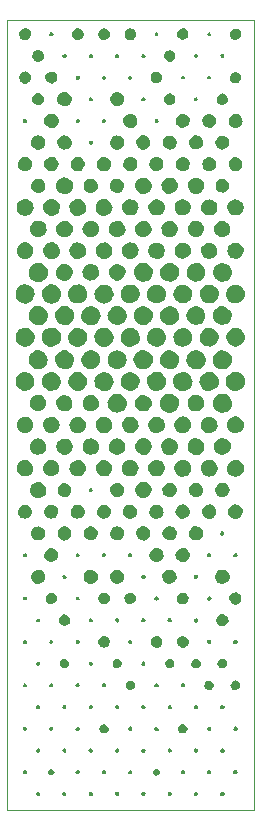
<source format=gbr>
%TF.GenerationSoftware,KiCad,Pcbnew,7.0.5*%
%TF.CreationDate,2024-12-02T14:14:43-05:00*%
%TF.ProjectId,isabel_model,69736162-656c-45f6-9d6f-64656c2e6b69,rev?*%
%TF.SameCoordinates,Original*%
%TF.FileFunction,Profile,NP*%
%FSLAX46Y46*%
G04 Gerber Fmt 4.6, Leading zero omitted, Abs format (unit mm)*
G04 Created by KiCad (PCBNEW 7.0.5) date 2024-12-02 14:14:43*
%MOMM*%
%LPD*%
G01*
G04 APERTURE LIST*
%TA.AperFunction,Profile*%
%ADD10C,0.100000*%
%TD*%
G04 APERTURE END LIST*
D10*
X34548325Y-16578950D02*
X55450000Y-16578950D01*
X34548325Y-83420000D02*
X34548325Y-16578950D01*
X55450000Y-16578950D02*
X55450000Y-83420000D01*
X55450000Y-83420000D02*
X34550000Y-83420000D01*
%TA.AperFunction,Profile*%
%TO.C,G\u002A\u002A\u002A*%
G36*
X36210024Y-72763007D02*
G01*
X36261563Y-72847893D01*
X36262685Y-72936584D01*
X36213870Y-73010857D01*
X36203279Y-73018926D01*
X36107457Y-73061886D01*
X36020977Y-73046119D01*
X35964915Y-73002863D01*
X35919021Y-72931368D01*
X35921109Y-72858889D01*
X35967358Y-72762910D01*
X36040494Y-72712247D01*
X36126708Y-72711484D01*
X36210024Y-72763007D01*
G37*
%TD.AperFunction*%
%TA.AperFunction,Profile*%
G36*
X36219320Y-65431753D02*
G01*
X36253440Y-65498344D01*
X36258255Y-65581818D01*
X36219108Y-65647894D01*
X36151724Y-65689746D01*
X36071833Y-65700550D01*
X35995161Y-65673480D01*
X35952280Y-65629032D01*
X35923696Y-65539000D01*
X35945721Y-65453642D01*
X36011069Y-65392210D01*
X36046936Y-65378842D01*
X36146270Y-65378001D01*
X36219320Y-65431753D01*
G37*
%TD.AperFunction*%
%TA.AperFunction,Profile*%
G36*
X37304186Y-67238615D02*
G01*
X37352812Y-67305170D01*
X37361814Y-67371678D01*
X37338306Y-67464720D01*
X37278751Y-67526300D01*
X37199597Y-67549301D01*
X37117297Y-67526605D01*
X37078564Y-67494213D01*
X37035498Y-67410265D01*
X37043041Y-67325830D01*
X37093435Y-67256806D01*
X37178926Y-67219094D01*
X37214165Y-67216229D01*
X37304186Y-67238615D01*
G37*
%TD.AperFunction*%
%TA.AperFunction,Profile*%
G36*
X40592843Y-65382860D02*
G01*
X40668612Y-65425805D01*
X40701273Y-65472984D01*
X40715288Y-65559633D01*
X40683917Y-65631603D01*
X40621992Y-65681182D01*
X40544345Y-65700656D01*
X40465808Y-65682314D01*
X40406180Y-65626425D01*
X40374634Y-65544737D01*
X40377224Y-65489996D01*
X40427373Y-65415994D01*
X40505838Y-65379936D01*
X40592843Y-65382860D01*
G37*
%TD.AperFunction*%
%TA.AperFunction,Profile*%
G36*
X40659024Y-21283912D02*
G01*
X40711424Y-21341908D01*
X40726253Y-21436921D01*
X40702197Y-21534735D01*
X40640660Y-21599748D01*
X40557586Y-21625011D01*
X40468921Y-21603580D01*
X40423150Y-21568974D01*
X40370855Y-21483005D01*
X40370330Y-21395611D01*
X40414856Y-21321306D01*
X40497715Y-21274605D01*
X40563449Y-21265871D01*
X40659024Y-21283912D01*
G37*
%TD.AperFunction*%
%TA.AperFunction,Profile*%
G36*
X41717709Y-23093718D02*
G01*
X41794797Y-23140174D01*
X41841269Y-23221210D01*
X41847733Y-23271615D01*
X41822243Y-23359553D01*
X41757962Y-23420188D01*
X41673170Y-23446457D01*
X41586148Y-23431296D01*
X41534172Y-23392781D01*
X41490603Y-23306500D01*
X41493048Y-23211715D01*
X41539439Y-23134650D01*
X41626944Y-23089369D01*
X41717709Y-23093718D01*
G37*
%TD.AperFunction*%
%TA.AperFunction,Profile*%
G36*
X41718462Y-67225098D02*
G01*
X41794142Y-67276888D01*
X41803996Y-67290390D01*
X41831550Y-67375150D01*
X41811962Y-67452926D01*
X41758626Y-67513479D01*
X41684934Y-67546568D01*
X41604278Y-67541955D01*
X41535503Y-67495683D01*
X41489253Y-67408468D01*
X41498982Y-67320750D01*
X41539439Y-67266393D01*
X41626727Y-67220980D01*
X41718462Y-67225098D01*
G37*
%TD.AperFunction*%
%TA.AperFunction,Profile*%
G36*
X45039700Y-76381120D02*
G01*
X45114843Y-76438897D01*
X45115957Y-76440080D01*
X45172942Y-76531857D01*
X45169385Y-76622267D01*
X45120060Y-76697626D01*
X45036112Y-76754934D01*
X44949773Y-76751993D01*
X44878759Y-76703342D01*
X44825917Y-76614728D01*
X44830659Y-76520310D01*
X44888290Y-76435833D01*
X44968580Y-76380180D01*
X45039700Y-76381120D01*
G37*
%TD.AperFunction*%
%TA.AperFunction,Profile*%
G36*
X45042816Y-80072069D02*
G01*
X45114433Y-80110329D01*
X45163054Y-80174758D01*
X45177935Y-80254383D01*
X45148331Y-80338232D01*
X45121241Y-80370883D01*
X45035080Y-80422476D01*
X44943267Y-80423034D01*
X44868301Y-80376074D01*
X44824732Y-80289793D01*
X44827177Y-80195009D01*
X44873568Y-80117944D01*
X44958946Y-80070950D01*
X45042816Y-80072069D01*
G37*
%TD.AperFunction*%
%TA.AperFunction,Profile*%
G36*
X47313319Y-17623765D02*
G01*
X47367782Y-17687476D01*
X47390847Y-17770575D01*
X47376901Y-17854172D01*
X47327146Y-17914869D01*
X47234085Y-17957792D01*
X47154982Y-17943330D01*
X47111261Y-17906623D01*
X47068022Y-17822238D01*
X47070478Y-17732132D01*
X47111614Y-17654060D01*
X47184415Y-17605774D01*
X47233071Y-17598330D01*
X47313319Y-17623765D01*
G37*
%TD.AperFunction*%
%TA.AperFunction,Profile*%
G36*
X47327394Y-24954689D02*
G01*
X47386301Y-25018328D01*
X47402088Y-25105427D01*
X47376655Y-25189299D01*
X47312783Y-25245532D01*
X47229118Y-25266895D01*
X47144304Y-25246158D01*
X47108728Y-25219196D01*
X47062261Y-25137804D01*
X47064566Y-25051932D01*
X47108436Y-24979270D01*
X47186665Y-24937506D01*
X47225159Y-24933413D01*
X47327394Y-24954689D01*
G37*
%TD.AperFunction*%
%TA.AperFunction,Profile*%
G36*
X48426580Y-74575900D02*
G01*
X48486790Y-74637850D01*
X48513914Y-74719444D01*
X48501835Y-74802963D01*
X48448626Y-74867852D01*
X48352279Y-74910883D01*
X48265626Y-74895068D01*
X48212888Y-74854416D01*
X48161852Y-74768799D01*
X48161430Y-74680035D01*
X48204818Y-74604424D01*
X48285214Y-74558265D01*
X48339395Y-74551313D01*
X48426580Y-74575900D01*
G37*
%TD.AperFunction*%
%TA.AperFunction,Profile*%
G36*
X48434959Y-81931653D02*
G01*
X48498201Y-82001119D01*
X48515990Y-82087041D01*
X48490565Y-82170637D01*
X48426464Y-82227152D01*
X48341947Y-82250318D01*
X48255273Y-82233867D01*
X48202430Y-82194690D01*
X48156135Y-82107327D01*
X48161154Y-82020162D01*
X48210239Y-81949051D01*
X48296141Y-81909851D01*
X48334129Y-81906603D01*
X48434959Y-81931653D01*
G37*
%TD.AperFunction*%
%TA.AperFunction,Profile*%
G36*
X52854716Y-81905213D02*
G01*
X52927511Y-81960794D01*
X52988175Y-82039302D01*
X52994781Y-82108540D01*
X52948866Y-82183507D01*
X52857994Y-82252036D01*
X52757151Y-82261535D01*
X52698806Y-82241182D01*
X52635618Y-82180139D01*
X52609103Y-82093340D01*
X52621157Y-82003836D01*
X52673582Y-81934742D01*
X52768317Y-81891257D01*
X52854716Y-81905213D01*
G37*
%TD.AperFunction*%
%TA.AperFunction,Profile*%
G36*
X36169844Y-80083953D02*
G01*
X36223014Y-80115411D01*
X36265191Y-80194701D01*
X36264863Y-80287057D01*
X36223942Y-80366412D01*
X36203279Y-80384320D01*
X36106933Y-80427350D01*
X36020280Y-80411536D01*
X35967542Y-80370883D01*
X35914522Y-80284096D01*
X35912224Y-80195245D01*
X35954328Y-80120132D01*
X36034512Y-80074559D01*
X36088783Y-80067781D01*
X36169844Y-80083953D01*
G37*
%TD.AperFunction*%
%TA.AperFunction,Profile*%
G36*
X37282392Y-81920926D02*
G01*
X37352692Y-81982517D01*
X37389712Y-82076472D01*
X37392124Y-82110452D01*
X37365631Y-82176869D01*
X37298549Y-82223769D01*
X37209472Y-82244752D01*
X37116996Y-82233418D01*
X37081444Y-82217382D01*
X37036871Y-82160596D01*
X37026348Y-82078289D01*
X37048274Y-81993965D01*
X37100967Y-81931178D01*
X37193566Y-81900785D01*
X37282392Y-81920926D01*
G37*
%TD.AperFunction*%
%TA.AperFunction,Profile*%
G36*
X38343856Y-69045896D02*
G01*
X38388278Y-69067904D01*
X38455884Y-69133433D01*
X38481119Y-69218030D01*
X38461864Y-69301317D01*
X38417632Y-69350191D01*
X38343181Y-69391439D01*
X38281536Y-69388644D01*
X38217245Y-69351384D01*
X38159794Y-69279667D01*
X38150725Y-69192662D01*
X38189171Y-69110434D01*
X38229149Y-69075235D01*
X38292120Y-69041861D01*
X38343856Y-69045896D01*
G37*
%TD.AperFunction*%
%TA.AperFunction,Profile*%
G36*
X39511061Y-81924777D02*
G01*
X39516831Y-81927470D01*
X39574452Y-81983947D01*
X39602029Y-82066357D01*
X39596234Y-82150564D01*
X39555900Y-82210894D01*
X39465970Y-82246054D01*
X39368524Y-82240030D01*
X39291213Y-82194690D01*
X39247046Y-82109211D01*
X39250225Y-82017955D01*
X39264864Y-81986801D01*
X39329743Y-81933890D01*
X39421525Y-81910927D01*
X39511061Y-81924777D01*
G37*
%TD.AperFunction*%
%TA.AperFunction,Profile*%
G36*
X39522905Y-19438809D02*
G01*
X39574463Y-19477566D01*
X39627758Y-19561305D01*
X39621982Y-19650784D01*
X39587899Y-19713304D01*
X39518312Y-19765711D01*
X39425413Y-19781007D01*
X39334595Y-19758171D01*
X39291213Y-19725239D01*
X39244405Y-19640100D01*
X39246598Y-19556952D01*
X39286668Y-19485523D01*
X39353492Y-19435538D01*
X39435946Y-19416725D01*
X39522905Y-19438809D01*
G37*
%TD.AperFunction*%
%TA.AperFunction,Profile*%
G36*
X39531802Y-78260923D02*
G01*
X39586631Y-78336118D01*
X39598832Y-78390282D01*
X39584278Y-78484431D01*
X39530634Y-78551153D01*
X39454124Y-78584338D01*
X39370976Y-78577872D01*
X39297414Y-78525643D01*
X39284876Y-78508555D01*
X39246654Y-78409219D01*
X39264810Y-78322215D01*
X39337181Y-78256686D01*
X39345402Y-78252572D01*
X39446955Y-78230664D01*
X39531802Y-78260923D01*
G37*
%TD.AperFunction*%
%TA.AperFunction,Profile*%
G36*
X40650664Y-61739053D02*
G01*
X40685863Y-61779030D01*
X40719237Y-61841996D01*
X40715205Y-61893722D01*
X40693183Y-61938159D01*
X40624917Y-62008011D01*
X40537441Y-62027778D01*
X40449072Y-61994985D01*
X40424986Y-61974390D01*
X40372230Y-61903448D01*
X40371790Y-61835576D01*
X40409714Y-61767126D01*
X40481431Y-61709676D01*
X40568436Y-61700606D01*
X40650664Y-61739053D01*
G37*
%TD.AperFunction*%
%TA.AperFunction,Profile*%
G36*
X40652517Y-69080401D02*
G01*
X40705942Y-69141778D01*
X40722237Y-69221331D01*
X40692170Y-69306057D01*
X40665632Y-69337948D01*
X40602748Y-69385761D01*
X40537014Y-69391674D01*
X40463703Y-69368300D01*
X40396305Y-69313895D01*
X40369260Y-69234931D01*
X40382071Y-69151633D01*
X40434237Y-69084229D01*
X40471209Y-69064169D01*
X40571196Y-69050197D01*
X40652517Y-69080401D01*
G37*
%TD.AperFunction*%
%TA.AperFunction,Profile*%
G36*
X41701852Y-70894395D02*
G01*
X41782769Y-70938584D01*
X41814674Y-70978787D01*
X41842228Y-71042131D01*
X41833431Y-71093789D01*
X41807343Y-71137916D01*
X41735420Y-71199803D01*
X41643795Y-71217807D01*
X41555647Y-71189269D01*
X41531640Y-71169554D01*
X41489799Y-71089577D01*
X41493679Y-70997502D01*
X41533277Y-70929765D01*
X41610852Y-70890090D01*
X41701852Y-70894395D01*
G37*
%TD.AperFunction*%
%TA.AperFunction,Profile*%
G36*
X42817878Y-61690812D02*
G01*
X42876731Y-61728521D01*
X42929896Y-61813462D01*
X42934012Y-61898277D01*
X42899134Y-61971086D01*
X42835320Y-62020004D01*
X42752626Y-62033151D01*
X42661108Y-61998643D01*
X42652959Y-61992923D01*
X42610155Y-61929026D01*
X42599999Y-61842949D01*
X42624108Y-61764588D01*
X42639588Y-61745774D01*
X42729720Y-61690353D01*
X42817878Y-61690812D01*
G37*
%TD.AperFunction*%
%TA.AperFunction,Profile*%
G36*
X42874756Y-80094881D02*
G01*
X42943506Y-80164523D01*
X42969212Y-80256387D01*
X42942934Y-80329180D01*
X42878464Y-80393118D01*
X42797351Y-80429047D01*
X42772196Y-80431504D01*
X42693793Y-80410423D01*
X42635799Y-80370883D01*
X42583131Y-80284826D01*
X42582545Y-80197848D01*
X42627363Y-80123942D01*
X42710909Y-80077099D01*
X42780441Y-80067781D01*
X42874756Y-80094881D01*
G37*
%TD.AperFunction*%
%TA.AperFunction,Profile*%
G36*
X42886939Y-21287561D02*
G01*
X42937834Y-21354039D01*
X42954681Y-21439338D01*
X42929974Y-21529894D01*
X42889286Y-21583950D01*
X42809533Y-21625475D01*
X42715096Y-21610317D01*
X42689214Y-21597064D01*
X42618032Y-21526833D01*
X42593372Y-21438836D01*
X42613927Y-21351286D01*
X42678392Y-21282399D01*
X42713016Y-21265324D01*
X42809498Y-21253468D01*
X42886939Y-21287561D01*
G37*
%TD.AperFunction*%
%TA.AperFunction,Profile*%
G36*
X43936520Y-78235185D02*
G01*
X44021340Y-78293546D01*
X44037533Y-78313296D01*
X44075268Y-78372895D01*
X44077007Y-78421550D01*
X44049229Y-78483907D01*
X43981958Y-78576877D01*
X43907071Y-78609744D01*
X43824058Y-78582609D01*
X43771056Y-78538490D01*
X43708462Y-78446920D01*
X43706398Y-78358040D01*
X43759115Y-78277639D01*
X43844087Y-78229240D01*
X43936520Y-78235185D01*
G37*
%TD.AperFunction*%
%TA.AperFunction,Profile*%
G36*
X43974025Y-74576334D02*
G01*
X44032322Y-74639207D01*
X44057858Y-74721651D01*
X44044624Y-74805382D01*
X43993017Y-74867852D01*
X43903161Y-74910286D01*
X43824854Y-74896273D01*
X43762563Y-74844884D01*
X43715718Y-74779780D01*
X43696659Y-74723643D01*
X43722566Y-74653787D01*
X43785537Y-74590681D01*
X43863439Y-74554154D01*
X43888978Y-74551313D01*
X43974025Y-74576334D01*
G37*
%TD.AperFunction*%
%TA.AperFunction,Profile*%
G36*
X43999518Y-19466482D02*
G01*
X44050634Y-19538650D01*
X44060382Y-19594808D01*
X44036559Y-19687706D01*
X43976160Y-19751105D01*
X43895791Y-19779390D01*
X43812058Y-19766946D01*
X43741566Y-19708157D01*
X43738523Y-19703651D01*
X43709409Y-19611967D01*
X43734728Y-19523839D01*
X43809304Y-19453833D01*
X43831367Y-19442510D01*
X43920425Y-19430443D01*
X43999518Y-19466482D01*
G37*
%TD.AperFunction*%
%TA.AperFunction,Profile*%
G36*
X45053616Y-69049565D02*
G01*
X45131365Y-69105087D01*
X45150595Y-69133354D01*
X45179951Y-69199465D01*
X45173865Y-69253424D01*
X45150606Y-69300060D01*
X45084565Y-69369786D01*
X45000156Y-69396624D01*
X44916913Y-69378313D01*
X44866515Y-69332907D01*
X44822684Y-69231147D01*
X44834796Y-69137721D01*
X44876078Y-69082736D01*
X44961688Y-69040856D01*
X45053616Y-69049565D01*
G37*
%TD.AperFunction*%
%TA.AperFunction,Profile*%
G36*
X46144658Y-19427512D02*
G01*
X46203444Y-19466245D01*
X46278760Y-19542067D01*
X46296315Y-19619489D01*
X46259686Y-19706383D01*
X46189167Y-19765736D01*
X46099554Y-19779334D01*
X46013004Y-19745848D01*
X45987509Y-19722728D01*
X45945789Y-19637216D01*
X45954312Y-19545164D01*
X46009308Y-19467549D01*
X46036737Y-19448834D01*
X46097353Y-19421329D01*
X46144658Y-19427512D01*
G37*
%TD.AperFunction*%
%TA.AperFunction,Profile*%
G36*
X47269148Y-72712634D02*
G01*
X47352823Y-72771248D01*
X47362531Y-72782925D01*
X47406795Y-72877134D01*
X47392828Y-72966407D01*
X47340191Y-73028222D01*
X47255016Y-73062352D01*
X47159024Y-73056110D01*
X47081689Y-73011489D01*
X47080951Y-73010680D01*
X47035375Y-72923118D01*
X47049199Y-72831043D01*
X47092589Y-72768723D01*
X47178781Y-72711602D01*
X47269148Y-72712634D01*
G37*
%TD.AperFunction*%
%TA.AperFunction,Profile*%
G36*
X47311529Y-65385526D02*
G01*
X47381954Y-65440314D01*
X47409197Y-65487067D01*
X47410651Y-65573328D01*
X47369067Y-65648576D01*
X47299688Y-65702681D01*
X47217759Y-65725515D01*
X47138524Y-65706951D01*
X47110714Y-65685382D01*
X47052197Y-65592111D01*
X47048004Y-65494945D01*
X47096171Y-65408854D01*
X47152449Y-65367078D01*
X47226825Y-65357281D01*
X47311529Y-65385526D01*
G37*
%TD.AperFunction*%
%TA.AperFunction,Profile*%
G36*
X49502172Y-21278594D02*
G01*
X49580821Y-21322236D01*
X49619013Y-21391937D01*
X49619187Y-21470914D01*
X49583779Y-21542387D01*
X49515224Y-21589577D01*
X49455608Y-21599284D01*
X49366186Y-21575366D01*
X49315611Y-21522267D01*
X49282879Y-21452191D01*
X49292337Y-21386674D01*
X49299495Y-21369865D01*
X49356309Y-21293104D01*
X49437588Y-21269214D01*
X49502172Y-21278594D01*
G37*
%TD.AperFunction*%
%TA.AperFunction,Profile*%
G36*
X49525546Y-80089507D02*
G01*
X49598983Y-80143912D01*
X49636149Y-80214831D01*
X49637470Y-80230413D01*
X49611995Y-80325781D01*
X49546890Y-80391730D01*
X49459135Y-80419356D01*
X49365711Y-80399754D01*
X49341945Y-80385371D01*
X49286130Y-80315548D01*
X49273940Y-80230624D01*
X49299969Y-80148878D01*
X49358812Y-80088589D01*
X49435874Y-80067781D01*
X49525546Y-80089507D01*
G37*
%TD.AperFunction*%
%TA.AperFunction,Profile*%
G36*
X50651971Y-81919762D02*
G01*
X50723349Y-81977222D01*
X50758013Y-82063049D01*
X50758950Y-82080880D01*
X50733478Y-82164344D01*
X50669020Y-82222101D01*
X50583514Y-82249291D01*
X50494899Y-82241051D01*
X50421113Y-82192522D01*
X50408567Y-82175828D01*
X50376533Y-82081732D01*
X50403181Y-81993749D01*
X50471817Y-81928541D01*
X50562064Y-81900319D01*
X50651971Y-81919762D01*
G37*
%TD.AperFunction*%
%TA.AperFunction,Profile*%
G36*
X50678588Y-19472585D02*
G01*
X50692267Y-19483628D01*
X50724580Y-19553319D01*
X50721320Y-19641316D01*
X50684731Y-19718545D01*
X50673210Y-19730505D01*
X50590738Y-19776088D01*
X50509012Y-19761332D01*
X50455847Y-19720048D01*
X50402911Y-19634900D01*
X50406538Y-19549057D01*
X50442857Y-19494886D01*
X50513844Y-19457316D01*
X50602583Y-19449424D01*
X50678588Y-19472585D01*
G37*
%TD.AperFunction*%
%TA.AperFunction,Profile*%
G36*
X51726624Y-17612577D02*
G01*
X51770851Y-17638719D01*
X51836417Y-17711010D01*
X51845131Y-17802623D01*
X51818742Y-17873115D01*
X51763925Y-17919471D01*
X51683207Y-17934234D01*
X51602219Y-17917737D01*
X51546589Y-17870315D01*
X51546180Y-17869558D01*
X51521198Y-17770090D01*
X51552091Y-17682558D01*
X51611722Y-17631456D01*
X51675033Y-17603845D01*
X51726624Y-17612577D01*
G37*
%TD.AperFunction*%
%TA.AperFunction,Profile*%
G36*
X51763445Y-21289982D02*
G01*
X51818207Y-21350083D01*
X51846719Y-21427825D01*
X51842735Y-21504859D01*
X51800011Y-21562837D01*
X51791491Y-21567908D01*
X51687544Y-21597619D01*
X51595330Y-21575614D01*
X51564337Y-21551654D01*
X51522865Y-21474248D01*
X51528188Y-21389418D01*
X51572277Y-21315614D01*
X51647107Y-21271287D01*
X51688679Y-21265871D01*
X51763445Y-21289982D01*
G37*
%TD.AperFunction*%
%TA.AperFunction,Profile*%
G36*
X52862998Y-74545751D02*
G01*
X52935762Y-74605959D01*
X52988353Y-74680575D01*
X53001909Y-74731797D01*
X52975727Y-74815831D01*
X52909501Y-74877197D01*
X52821713Y-74909025D01*
X52730845Y-74904445D01*
X52658039Y-74859606D01*
X52616110Y-74775779D01*
X52617608Y-74682151D01*
X52655462Y-74596715D01*
X52722600Y-74537465D01*
X52791115Y-74521003D01*
X52862998Y-74545751D01*
G37*
%TD.AperFunction*%
%TA.AperFunction,Profile*%
G36*
X52902817Y-19471157D02*
G01*
X52940222Y-19505884D01*
X52969568Y-19600684D01*
X52942803Y-19682602D01*
X52910978Y-19720048D01*
X52826947Y-19773273D01*
X52744521Y-19767577D01*
X52688349Y-19725239D01*
X52647498Y-19646705D01*
X52641589Y-19557586D01*
X52672231Y-19486045D01*
X52674558Y-19483628D01*
X52740323Y-19451684D01*
X52825492Y-19448288D01*
X52902817Y-19471157D01*
G37*
%TD.AperFunction*%
%TA.AperFunction,Profile*%
G36*
X54003611Y-80090110D02*
G01*
X54071454Y-80153991D01*
X54093079Y-80247110D01*
X54067333Y-80340170D01*
X54000787Y-80404133D01*
X53909475Y-80430987D01*
X53809432Y-80412719D01*
X53785781Y-80400659D01*
X53731189Y-80337439D01*
X53712804Y-80247671D01*
X53734624Y-80156160D01*
X53743826Y-80140347D01*
X53804361Y-80083980D01*
X53894596Y-80067781D01*
X54003611Y-80090110D01*
G37*
%TD.AperFunction*%
%TA.AperFunction,Profile*%
G36*
X54005387Y-61698118D02*
G01*
X54067439Y-61762003D01*
X54093027Y-61861307D01*
X54093079Y-61866468D01*
X54069025Y-61961782D01*
X54007659Y-62030379D01*
X53925171Y-62064457D01*
X53837753Y-62056213D01*
X53778971Y-62017840D01*
X53718186Y-61925012D01*
X53717587Y-61829671D01*
X53751887Y-61764317D01*
X53832466Y-61694741D01*
X53922014Y-61674186D01*
X54005387Y-61698118D01*
G37*
%TD.AperFunction*%
%TA.AperFunction,Profile*%
G36*
X36136632Y-24906752D02*
G01*
X36213355Y-24945028D01*
X36267468Y-25010678D01*
X36287225Y-25093463D01*
X36260877Y-25183149D01*
X36248113Y-25202270D01*
X36170133Y-25268563D01*
X36078167Y-25292247D01*
X35991955Y-25270538D01*
X35958415Y-25243177D01*
X35916183Y-25159246D01*
X35911442Y-25060555D01*
X35943823Y-24974211D01*
X35962351Y-24953266D01*
X36049048Y-24906086D01*
X36136632Y-24906752D01*
G37*
%TD.AperFunction*%
%TA.AperFunction,Profile*%
G36*
X37233054Y-78235103D02*
G01*
X37271447Y-78249399D01*
X37353987Y-78310038D01*
X37384342Y-78394787D01*
X37358795Y-78491345D01*
X37349301Y-78507023D01*
X37278425Y-78566313D01*
X37186817Y-78582757D01*
X37098997Y-78553851D01*
X37076031Y-78534947D01*
X37032248Y-78453286D01*
X37034803Y-78360170D01*
X37081167Y-78280019D01*
X37104355Y-78261416D01*
X37169656Y-78229640D01*
X37233054Y-78235103D01*
G37*
%TD.AperFunction*%
%TA.AperFunction,Profile*%
G36*
X37290643Y-74579090D02*
G01*
X37358411Y-74652880D01*
X37375791Y-74694782D01*
X37375058Y-74761766D01*
X37325894Y-74832362D01*
X37319608Y-74838756D01*
X37244316Y-74899350D01*
X37178379Y-74909553D01*
X37101723Y-74871975D01*
X37095766Y-74867852D01*
X37041517Y-74799062D01*
X37031541Y-74714708D01*
X37059844Y-74633114D01*
X37120434Y-74572606D01*
X37199278Y-74551313D01*
X37290643Y-74579090D01*
G37*
%TD.AperFunction*%
%TA.AperFunction,Profile*%
G36*
X37311762Y-70909101D02*
G01*
X37325441Y-70920143D01*
X37351529Y-70974881D01*
X37361814Y-71050478D01*
X37343995Y-71148760D01*
X37286733Y-71202384D01*
X37195107Y-71217184D01*
X37116624Y-71206094D01*
X37064773Y-71180812D01*
X37033471Y-71112933D01*
X37033574Y-71024546D01*
X37063706Y-70946136D01*
X37076031Y-70931402D01*
X37147018Y-70893832D01*
X37235757Y-70885939D01*
X37311762Y-70909101D01*
G37*
%TD.AperFunction*%
%TA.AperFunction,Profile*%
G36*
X38419215Y-76428711D02*
G01*
X38421174Y-76429747D01*
X38468925Y-76484902D01*
X38485766Y-76565735D01*
X38471369Y-76646606D01*
X38425404Y-76701875D01*
X38424665Y-76702275D01*
X38316918Y-76733794D01*
X38221649Y-76712504D01*
X38159960Y-76654383D01*
X38126586Y-76591418D01*
X38130618Y-76539692D01*
X38152640Y-76495255D01*
X38221866Y-76427162D01*
X38317318Y-76403372D01*
X38419215Y-76428711D01*
G37*
%TD.AperFunction*%
%TA.AperFunction,Profile*%
G36*
X40622298Y-72728845D02*
G01*
X40688953Y-72794030D01*
X40724535Y-72876656D01*
X40726253Y-72897685D01*
X40700426Y-72978850D01*
X40635592Y-73035476D01*
X40550725Y-73060726D01*
X40464796Y-73047764D01*
X40412693Y-73010680D01*
X40372738Y-72940396D01*
X40362530Y-72889439D01*
X40387811Y-72810727D01*
X40449315Y-72741602D01*
X40525528Y-72704191D01*
X40544391Y-72702387D01*
X40622298Y-72728845D01*
G37*
%TD.AperFunction*%
%TA.AperFunction,Profile*%
G36*
X40622564Y-76417391D02*
G01*
X40676090Y-76455669D01*
X40721611Y-76542017D01*
X40708195Y-76629027D01*
X40646390Y-76701142D01*
X40583042Y-76747380D01*
X40540137Y-76759131D01*
X40491246Y-76740351D01*
X40468616Y-76727743D01*
X40392975Y-76667622D01*
X40364390Y-76590938D01*
X40362994Y-76564066D01*
X40388072Y-76483428D01*
X40452166Y-76427786D01*
X40536566Y-76403614D01*
X40622564Y-76417391D01*
G37*
%TD.AperFunction*%
%TA.AperFunction,Profile*%
G36*
X40622691Y-24930436D02*
G01*
X40651961Y-24946753D01*
X40718393Y-25020919D01*
X40734053Y-25112032D01*
X40698453Y-25203178D01*
X40660558Y-25244093D01*
X40590971Y-25288720D01*
X40526816Y-25287101D01*
X40447512Y-25238314D01*
X40442393Y-25234316D01*
X40381750Y-25157796D01*
X40369567Y-25074908D01*
X40396706Y-24998191D01*
X40454032Y-24940181D01*
X40532406Y-24913417D01*
X40622691Y-24930436D01*
G37*
%TD.AperFunction*%
%TA.AperFunction,Profile*%
G36*
X40647841Y-80093756D02*
G01*
X40708961Y-80164652D01*
X40726253Y-80250089D01*
X40699342Y-80336956D01*
X40632197Y-80404205D01*
X40545202Y-80431501D01*
X40544391Y-80431504D01*
X40484908Y-80414919D01*
X40429894Y-80384320D01*
X40373253Y-80314796D01*
X40363245Y-80232059D01*
X40393562Y-80152431D01*
X40457900Y-80092235D01*
X40549952Y-80067793D01*
X40552190Y-80067781D01*
X40647841Y-80093756D01*
G37*
%TD.AperFunction*%
%TA.AperFunction,Profile*%
G36*
X41702571Y-19424938D02*
G01*
X41749224Y-19448212D01*
X41818806Y-19514497D01*
X41842991Y-19597713D01*
X41826022Y-19680936D01*
X41772142Y-19747245D01*
X41685594Y-19779720D01*
X41665871Y-19780669D01*
X41583939Y-19759556D01*
X41531901Y-19722728D01*
X41490020Y-19637118D01*
X41498730Y-19545191D01*
X41554251Y-19467441D01*
X41582518Y-19448212D01*
X41648623Y-19418856D01*
X41702571Y-19424938D01*
G37*
%TD.AperFunction*%
%TA.AperFunction,Profile*%
G36*
X41743437Y-81912886D02*
G01*
X41810646Y-81978193D01*
X41846149Y-82061081D01*
X41847733Y-82081248D01*
X41822628Y-82168595D01*
X41758456Y-82226780D01*
X41671928Y-82250375D01*
X41579758Y-82233955D01*
X41514320Y-82189499D01*
X41469319Y-82128958D01*
X41453699Y-82082035D01*
X41477928Y-82020666D01*
X41536503Y-81954589D01*
X41608257Y-81903450D01*
X41664493Y-81886396D01*
X41743437Y-81912886D01*
G37*
%TD.AperFunction*%
%TA.AperFunction,Profile*%
G36*
X42856625Y-72729271D02*
G01*
X42912998Y-72796303D01*
X42938659Y-72883050D01*
X42938902Y-72892048D01*
X42914412Y-72985860D01*
X42851380Y-73045405D01*
X42765462Y-73063570D01*
X42672314Y-73033241D01*
X42654743Y-73021146D01*
X42608058Y-72953814D01*
X42604885Y-72870776D01*
X42638021Y-72789529D01*
X42700258Y-72727569D01*
X42784393Y-72702395D01*
X42786011Y-72702387D01*
X42856625Y-72729271D01*
G37*
%TD.AperFunction*%
%TA.AperFunction,Profile*%
G36*
X43938009Y-81897931D02*
G01*
X44021721Y-81958726D01*
X44027871Y-81966260D01*
X44079263Y-82047049D01*
X44083357Y-82111373D01*
X44041068Y-82179517D01*
X44037649Y-82183507D01*
X43950292Y-82252361D01*
X43859593Y-82260690D01*
X43777197Y-82218140D01*
X43711311Y-82135540D01*
X43702029Y-82043553D01*
X43750245Y-81954339D01*
X43757279Y-81947017D01*
X43845702Y-81893733D01*
X43938009Y-81897931D01*
G37*
%TD.AperFunction*%
%TA.AperFunction,Profile*%
G36*
X45083353Y-21285684D02*
G01*
X45144203Y-21351326D01*
X45175853Y-21424143D01*
X45176120Y-21426162D01*
X45159965Y-21510972D01*
X45103910Y-21584902D01*
X45026469Y-21626568D01*
X45000000Y-21629595D01*
X44934577Y-21609033D01*
X44876923Y-21567138D01*
X44828399Y-21482269D01*
X44834770Y-21390065D01*
X44894095Y-21304275D01*
X44916647Y-21285684D01*
X45000000Y-21223725D01*
X45083353Y-21285684D01*
G37*
%TD.AperFunction*%
%TA.AperFunction,Profile*%
G36*
X46175146Y-67204683D02*
G01*
X46237437Y-67256071D01*
X46293345Y-67339957D01*
X46291617Y-67418585D01*
X46231888Y-67502587D01*
X46228943Y-67505555D01*
X46147902Y-67566756D01*
X46076151Y-67571738D01*
X46002115Y-67521197D01*
X46000238Y-67519332D01*
X45949805Y-67434663D01*
X45943118Y-67340266D01*
X45979657Y-67258118D01*
X46006983Y-67233103D01*
X46096839Y-67190669D01*
X46175146Y-67204683D01*
G37*
%TD.AperFunction*%
%TA.AperFunction,Profile*%
G36*
X46179193Y-23108874D02*
G01*
X46247777Y-23167412D01*
X46294717Y-23238172D01*
X46303341Y-23275880D01*
X46277433Y-23345736D01*
X46214463Y-23408842D01*
X46136560Y-23445369D01*
X46111022Y-23448210D01*
X46034810Y-23426368D01*
X45989781Y-23392781D01*
X45946625Y-23308523D01*
X45949005Y-23218448D01*
X45989931Y-23140339D01*
X46062409Y-23091977D01*
X46111005Y-23084487D01*
X46179193Y-23108874D01*
G37*
%TD.AperFunction*%
%TA.AperFunction,Profile*%
G36*
X47297365Y-76412180D02*
G01*
X47381318Y-76481405D01*
X47413251Y-76565993D01*
X47392831Y-76651736D01*
X47319726Y-76724423D01*
X47304878Y-76732957D01*
X47218024Y-76761572D01*
X47146482Y-76737870D01*
X47092260Y-76682385D01*
X47042668Y-76587730D01*
X47052646Y-76503056D01*
X47122611Y-76425094D01*
X47125229Y-76423131D01*
X47184224Y-76385526D01*
X47232203Y-76383245D01*
X47297365Y-76412180D01*
G37*
%TD.AperFunction*%
%TA.AperFunction,Profile*%
G36*
X48370829Y-78226848D02*
G01*
X48417482Y-78250121D01*
X48487064Y-78316407D01*
X48511249Y-78399622D01*
X48494280Y-78482845D01*
X48440400Y-78549155D01*
X48353851Y-78581629D01*
X48334129Y-78582578D01*
X48252197Y-78561465D01*
X48200158Y-78524638D01*
X48158278Y-78439028D01*
X48166987Y-78347101D01*
X48222509Y-78269351D01*
X48250775Y-78250121D01*
X48316881Y-78220765D01*
X48370829Y-78226848D01*
G37*
%TD.AperFunction*%
%TA.AperFunction,Profile*%
G36*
X48416891Y-67211385D02*
G01*
X48486322Y-67275362D01*
X48515911Y-67359218D01*
X48515990Y-67363706D01*
X48493479Y-67469111D01*
X48434680Y-67537813D01*
X48352693Y-67562692D01*
X48260617Y-67536624D01*
X48232805Y-67517663D01*
X48171669Y-67446205D01*
X48152267Y-67380736D01*
X48175786Y-67300127D01*
X48233302Y-67228849D01*
X48305255Y-67188662D01*
X48327384Y-67185919D01*
X48416891Y-67211385D01*
G37*
%TD.AperFunction*%
%TA.AperFunction,Profile*%
G36*
X49531026Y-72729082D02*
G01*
X49601806Y-72795257D01*
X49636627Y-72880048D01*
X49637470Y-72894706D01*
X49611608Y-72980060D01*
X49545579Y-73039031D01*
X49456715Y-73064429D01*
X49362351Y-73049067D01*
X49321217Y-73025858D01*
X49274272Y-72959702D01*
X49269666Y-72876243D01*
X49300488Y-72793521D01*
X49359824Y-72729578D01*
X49440764Y-72702453D01*
X49445151Y-72702387D01*
X49531026Y-72729082D01*
G37*
%TD.AperFunction*%
%TA.AperFunction,Profile*%
G36*
X50637923Y-63540484D02*
G01*
X50713195Y-63594649D01*
X50755562Y-63670875D01*
X50758950Y-63700239D01*
X50732275Y-63784957D01*
X50663628Y-63846673D01*
X50570077Y-63876141D01*
X50468688Y-63864117D01*
X50461466Y-63861374D01*
X50407516Y-63811293D01*
X50386263Y-63731354D01*
X50397284Y-63642470D01*
X50440153Y-63565554D01*
X50467962Y-63541574D01*
X50549571Y-63519189D01*
X50637923Y-63540484D01*
G37*
%TD.AperFunction*%
%TA.AperFunction,Profile*%
G36*
X50676738Y-78251253D02*
G01*
X50737397Y-78312912D01*
X50758950Y-78397737D01*
X50733932Y-78487281D01*
X50670434Y-78550989D01*
X50585782Y-78582992D01*
X50497307Y-78577421D01*
X50422338Y-78528406D01*
X50412100Y-78515213D01*
X50372454Y-78442930D01*
X50374934Y-78381603D01*
X50421291Y-78306991D01*
X50427737Y-78298718D01*
X50505067Y-78239121D01*
X50593681Y-78224978D01*
X50676738Y-78251253D01*
G37*
%TD.AperFunction*%
%TA.AperFunction,Profile*%
G36*
X51727747Y-61680986D02*
G01*
X51811458Y-61741780D01*
X51817609Y-61749315D01*
X51869000Y-61830104D01*
X51873094Y-61894427D01*
X51830805Y-61962572D01*
X51827386Y-61966562D01*
X51740030Y-62035415D01*
X51649330Y-62043745D01*
X51566934Y-62001195D01*
X51501048Y-61918595D01*
X51491766Y-61826608D01*
X51539982Y-61737394D01*
X51547017Y-61730072D01*
X51635440Y-61676788D01*
X51727747Y-61680986D01*
G37*
%TD.AperFunction*%
%TA.AperFunction,Profile*%
G36*
X51764722Y-80075850D02*
G01*
X51840921Y-80118382D01*
X51856616Y-80137875D01*
X51879473Y-80221121D01*
X51865873Y-80314791D01*
X51825000Y-80381341D01*
X51741811Y-80422680D01*
X51643387Y-80426865D01*
X51557271Y-80394399D01*
X51536559Y-80376074D01*
X51495657Y-80294783D01*
X51489525Y-80199251D01*
X51510448Y-80137489D01*
X51575481Y-80085377D01*
X51668240Y-80064840D01*
X51764722Y-80075850D01*
G37*
%TD.AperFunction*%
%TA.AperFunction,Profile*%
G36*
X51796555Y-69064178D02*
G01*
X51830266Y-69090275D01*
X51872296Y-69173617D01*
X51868030Y-69262625D01*
X51826762Y-69342100D01*
X51757784Y-69396843D01*
X51670390Y-69411654D01*
X51637947Y-69404835D01*
X51550864Y-69352472D01*
X51498704Y-69271404D01*
X51487286Y-69179681D01*
X51522430Y-69095353D01*
X51534026Y-69082476D01*
X51609923Y-69043659D01*
X51707120Y-69037815D01*
X51796555Y-69064178D01*
G37*
%TD.AperFunction*%
%TA.AperFunction,Profile*%
G36*
X52891646Y-59861974D02*
G01*
X52932629Y-59889806D01*
X52971407Y-59964881D01*
X52979285Y-60061670D01*
X52955141Y-60149084D01*
X52942629Y-60167478D01*
X52877128Y-60205114D01*
X52787166Y-60212217D01*
X52700175Y-60189593D01*
X52658039Y-60159129D01*
X52614366Y-60070009D01*
X52616614Y-59967138D01*
X52649051Y-59897042D01*
X52713608Y-59853801D01*
X52803474Y-59841882D01*
X52891646Y-59861974D01*
G37*
%TD.AperFunction*%
%TA.AperFunction,Profile*%
G36*
X53989734Y-69028674D02*
G01*
X54057266Y-69083991D01*
X54091507Y-69174706D01*
X54093079Y-69202250D01*
X54071264Y-69309413D01*
X54032458Y-69368258D01*
X53967997Y-69417386D01*
X53902790Y-69422531D01*
X53820790Y-69389900D01*
X53741009Y-69321137D01*
X53708703Y-69229456D01*
X53728953Y-69132212D01*
X53739869Y-69113451D01*
X53815788Y-69039571D01*
X53904159Y-69012589D01*
X53989734Y-69028674D01*
G37*
%TD.AperFunction*%
%TA.AperFunction,Profile*%
G36*
X36138176Y-76405901D02*
G01*
X36215751Y-76445745D01*
X36263413Y-76518286D01*
X36270644Y-76566910D01*
X36248757Y-76627727D01*
X36196469Y-76695181D01*
X36133838Y-76747538D01*
X36088783Y-76763962D01*
X36051981Y-76746910D01*
X35992285Y-76705428D01*
X35986784Y-76701142D01*
X35922460Y-76621702D01*
X35911907Y-76535371D01*
X35956470Y-76455949D01*
X35962351Y-76450402D01*
X36047954Y-76405278D01*
X36138176Y-76405901D01*
G37*
%TD.AperFunction*%
%TA.AperFunction,Profile*%
G36*
X36164301Y-69060503D02*
G01*
X36231835Y-69122432D01*
X36268817Y-69198062D01*
X36270644Y-69216707D01*
X36246060Y-69289930D01*
X36187002Y-69357268D01*
X36115514Y-69395953D01*
X36094576Y-69398568D01*
X36024542Y-69380632D01*
X35990149Y-69360680D01*
X35931621Y-69283980D01*
X35919378Y-69192424D01*
X35955561Y-69108308D01*
X35964915Y-69098092D01*
X36031182Y-69051529D01*
X36088783Y-69034845D01*
X36164301Y-69060503D01*
G37*
%TD.AperFunction*%
%TA.AperFunction,Profile*%
G36*
X36172132Y-61727680D02*
G01*
X36225494Y-61775303D01*
X36237369Y-61794777D01*
X36265105Y-61858015D01*
X36256516Y-61909459D01*
X36230255Y-61953906D01*
X36158151Y-62018692D01*
X36071360Y-62034556D01*
X35988955Y-62001148D01*
X35950657Y-61959014D01*
X35919655Y-61896253D01*
X35926329Y-61837830D01*
X35942789Y-61799885D01*
X35985323Y-61739000D01*
X36048761Y-61716573D01*
X36088029Y-61714917D01*
X36172132Y-61727680D01*
G37*
%TD.AperFunction*%
%TA.AperFunction,Profile*%
G36*
X38343856Y-72713437D02*
G01*
X38388278Y-72735446D01*
X38454166Y-72799166D01*
X38479188Y-72881117D01*
X38466809Y-72964072D01*
X38420491Y-73030802D01*
X38343696Y-73064079D01*
X38321999Y-73065188D01*
X38241800Y-73050105D01*
X38202923Y-73033372D01*
X38157137Y-72975940D01*
X38147402Y-72893622D01*
X38171706Y-72808714D01*
X38228038Y-72743512D01*
X38229149Y-72742777D01*
X38292120Y-72709403D01*
X38343856Y-72713437D01*
G37*
%TD.AperFunction*%
%TA.AperFunction,Profile*%
G36*
X39518417Y-74576334D02*
G01*
X39576713Y-74639207D01*
X39602249Y-74721651D01*
X39589015Y-74805382D01*
X39537408Y-74867852D01*
X39465125Y-74907498D01*
X39403798Y-74905018D01*
X39329186Y-74858661D01*
X39320913Y-74852216D01*
X39265529Y-74792222D01*
X39241108Y-74733253D01*
X39241050Y-74730975D01*
X39267267Y-74655298D01*
X39331425Y-74589292D01*
X39411785Y-74553266D01*
X39433369Y-74551313D01*
X39518417Y-74576334D01*
G37*
%TD.AperFunction*%
%TA.AperFunction,Profile*%
G36*
X41708093Y-56195802D02*
G01*
X41738825Y-56206803D01*
X41796556Y-56248718D01*
X41816629Y-56316741D01*
X41817422Y-56343288D01*
X41807072Y-56423802D01*
X41782068Y-56479278D01*
X41781050Y-56480334D01*
X41710924Y-56512868D01*
X41622611Y-56508857D01*
X41544329Y-56470762D01*
X41531737Y-56458586D01*
X41492382Y-56379931D01*
X41501239Y-56301076D01*
X41547408Y-56235269D01*
X41619992Y-56195761D01*
X41708093Y-56195802D01*
G37*
%TD.AperFunction*%
%TA.AperFunction,Profile*%
G36*
X41753825Y-74577973D02*
G01*
X41818349Y-74643762D01*
X41847528Y-74727393D01*
X41847733Y-74734635D01*
X41824276Y-74792745D01*
X41768666Y-74856186D01*
X41703045Y-74903323D01*
X41663084Y-74915036D01*
X41605936Y-74898549D01*
X41551374Y-74867852D01*
X41494679Y-74798313D01*
X41484666Y-74715615D01*
X41515024Y-74636033D01*
X41579441Y-74575846D01*
X41671605Y-74551328D01*
X41674116Y-74551313D01*
X41753825Y-74577973D01*
G37*
%TD.AperFunction*%
%TA.AperFunction,Profile*%
G36*
X41754600Y-26778906D02*
G01*
X41818673Y-26845904D01*
X41847509Y-26932569D01*
X41847733Y-26940635D01*
X41822915Y-27009296D01*
X41763900Y-27074427D01*
X41693846Y-27112869D01*
X41672615Y-27115752D01*
X41607435Y-27098928D01*
X41551374Y-27068568D01*
X41494679Y-26999029D01*
X41484666Y-26916331D01*
X41515024Y-26836749D01*
X41579441Y-26776562D01*
X41671605Y-26752044D01*
X41674116Y-26752029D01*
X41754600Y-26778906D01*
G37*
%TD.AperFunction*%
%TA.AperFunction,Profile*%
G36*
X41787112Y-78279475D02*
G01*
X41840396Y-78367898D01*
X41836198Y-78460205D01*
X41775403Y-78543917D01*
X41767869Y-78550068D01*
X41704912Y-78596275D01*
X41660904Y-78608337D01*
X41607310Y-78589790D01*
X41575444Y-78573909D01*
X41509491Y-78517082D01*
X41469974Y-78449960D01*
X41455792Y-78386581D01*
X41475569Y-78338603D01*
X41524204Y-78291475D01*
X41621797Y-78230678D01*
X41708951Y-78228126D01*
X41787112Y-78279475D01*
G37*
%TD.AperFunction*%
%TA.AperFunction,Profile*%
G36*
X42858060Y-24933185D02*
G01*
X42892997Y-24963310D01*
X42956296Y-25052064D01*
X42960075Y-25139930D01*
X42904404Y-25221659D01*
X42889349Y-25234316D01*
X42826279Y-25280572D01*
X42782472Y-25292639D01*
X42729813Y-25274145D01*
X42699583Y-25258802D01*
X42625024Y-25192861D01*
X42597831Y-25108116D01*
X42616273Y-25021319D01*
X42678619Y-24949224D01*
X42734512Y-24920642D01*
X42801278Y-24908102D01*
X42858060Y-24933185D01*
G37*
%TD.AperFunction*%
%TA.AperFunction,Profile*%
G36*
X46144845Y-74531591D02*
G01*
X46203444Y-74570088D01*
X46276350Y-74652520D01*
X46296618Y-74744374D01*
X46262310Y-74832335D01*
X46244557Y-74852579D01*
X46155506Y-74906800D01*
X46061297Y-74902327D01*
X45970226Y-74839575D01*
X45969515Y-74838821D01*
X45921982Y-74775592D01*
X45916216Y-74717570D01*
X45926744Y-74680630D01*
X45974654Y-74605202D01*
X46037137Y-74552873D01*
X46097543Y-74525375D01*
X46144845Y-74531591D01*
G37*
%TD.AperFunction*%
%TA.AperFunction,Profile*%
G36*
X46166925Y-70876524D02*
G01*
X46231311Y-70931636D01*
X46283611Y-70997683D01*
X46303341Y-71050478D01*
X46280833Y-71107718D01*
X46227045Y-71173690D01*
X46162585Y-71227278D01*
X46111060Y-71247494D01*
X46056792Y-71229543D01*
X45999808Y-71192620D01*
X45942594Y-71110507D01*
X45932040Y-71050478D01*
X45956093Y-70966573D01*
X46015387Y-70894521D01*
X46090630Y-70855555D01*
X46111060Y-70853461D01*
X46166925Y-70876524D01*
G37*
%TD.AperFunction*%
%TA.AperFunction,Profile*%
G36*
X46182314Y-63540484D02*
G01*
X46257586Y-63594649D01*
X46299954Y-63670875D01*
X46303341Y-63700239D01*
X46278341Y-63783323D01*
X46215558Y-63843979D01*
X46133318Y-63874568D01*
X46049944Y-63867448D01*
X45994391Y-63829058D01*
X45948384Y-63770171D01*
X45927671Y-63738753D01*
X45925697Y-63684904D01*
X45952938Y-63613955D01*
X45997574Y-63553428D01*
X46012354Y-63541574D01*
X46093962Y-63519189D01*
X46182314Y-63540484D01*
G37*
%TD.AperFunction*%
%TA.AperFunction,Profile*%
G36*
X46193359Y-81918629D02*
G01*
X46237437Y-81956548D01*
X46294155Y-82047694D01*
X46290722Y-82134557D01*
X46227277Y-82214576D01*
X46223478Y-82217609D01*
X46139678Y-82269501D01*
X46071030Y-82270635D01*
X45998151Y-82220076D01*
X45983706Y-82206032D01*
X45928062Y-82141357D01*
X45913505Y-82085267D01*
X45937017Y-82013083D01*
X45955551Y-81975822D01*
X46019773Y-81905000D01*
X46103667Y-81885619D01*
X46193359Y-81918629D01*
G37*
%TD.AperFunction*%
%TA.AperFunction,Profile*%
G36*
X47332593Y-79976604D02*
G01*
X47426623Y-80044715D01*
X47464510Y-80096475D01*
X47510606Y-80218557D01*
X47497213Y-80331292D01*
X47432398Y-80429944D01*
X47326211Y-80514334D01*
X47217091Y-80538819D01*
X47106563Y-80506531D01*
X47004940Y-80436807D01*
X46953041Y-80351847D01*
X46939857Y-80247937D01*
X46964319Y-80124719D01*
X47028952Y-80032187D01*
X47120629Y-79974130D01*
X47226218Y-79954339D01*
X47332593Y-79976604D01*
G37*
%TD.AperFunction*%
%TA.AperFunction,Profile*%
G36*
X51731375Y-76387406D02*
G01*
X51796736Y-76429769D01*
X51800566Y-76432749D01*
X51866001Y-76515191D01*
X51874914Y-76607261D01*
X51826418Y-76696479D01*
X51819809Y-76703342D01*
X51730342Y-76755780D01*
X51633495Y-76752993D01*
X51548197Y-76697626D01*
X51502657Y-76626639D01*
X51486396Y-76563430D01*
X51510457Y-76499548D01*
X51568202Y-76432195D01*
X51637974Y-76382643D01*
X51683413Y-76369929D01*
X51731375Y-76387406D01*
G37*
%TD.AperFunction*%
%TA.AperFunction,Profile*%
G36*
X51751119Y-65361464D02*
G01*
X51820240Y-65420443D01*
X51869363Y-65492279D01*
X51880429Y-65536210D01*
X51855771Y-65625126D01*
X51793127Y-65690269D01*
X51709497Y-65725391D01*
X51621877Y-65724248D01*
X51547267Y-65680592D01*
X51533580Y-65663662D01*
X51497139Y-65587136D01*
X51486396Y-65529466D01*
X51510424Y-65466286D01*
X51568065Y-65399385D01*
X51637655Y-65349925D01*
X51683413Y-65336993D01*
X51751119Y-65361464D01*
G37*
%TD.AperFunction*%
%TA.AperFunction,Profile*%
G36*
X52918359Y-78259846D02*
G01*
X52975136Y-78322559D01*
X52991553Y-78405469D01*
X52988088Y-78426076D01*
X52944410Y-78515935D01*
X52871407Y-78584428D01*
X52789278Y-78612849D01*
X52786379Y-78612888D01*
X52723118Y-78592429D01*
X52668496Y-78552268D01*
X52619432Y-78467811D01*
X52612383Y-78370693D01*
X52647801Y-78285524D01*
X52663305Y-78269018D01*
X52746700Y-78225462D01*
X52836965Y-78224942D01*
X52918359Y-78259846D01*
G37*
%TD.AperFunction*%
%TA.AperFunction,Profile*%
G36*
X53982168Y-76395588D02*
G01*
X54047473Y-76457940D01*
X54088145Y-76535046D01*
X54093079Y-76568126D01*
X54069634Y-76649333D01*
X54012216Y-76720915D01*
X53940194Y-76761211D01*
X53917961Y-76763962D01*
X53852781Y-76747138D01*
X53796720Y-76716778D01*
X53740734Y-76646429D01*
X53728576Y-76559009D01*
X53754372Y-76472153D01*
X53812247Y-76403497D01*
X53896329Y-76370677D01*
X53912246Y-76369929D01*
X53982168Y-76395588D01*
G37*
%TD.AperFunction*%
%TA.AperFunction,Profile*%
G36*
X38391847Y-79967478D02*
G01*
X38493825Y-80037494D01*
X38497394Y-80040610D01*
X38582769Y-80144900D01*
X38608121Y-80253074D01*
X38573296Y-80361893D01*
X38515935Y-80433835D01*
X38406485Y-80507150D01*
X38288147Y-80521879D01*
X38168304Y-80477833D01*
X38121896Y-80443965D01*
X38049123Y-80348586D01*
X38027292Y-80238555D01*
X38053995Y-80128003D01*
X38126821Y-80031063D01*
X38200931Y-79980397D01*
X38299277Y-79949474D01*
X38391847Y-79967478D01*
G37*
%TD.AperFunction*%
%TA.AperFunction,Profile*%
G36*
X45062126Y-61694673D02*
G01*
X45128280Y-61755854D01*
X45173285Y-61831271D01*
X45181861Y-61873799D01*
X45159750Y-61930098D01*
X45107244Y-61994806D01*
X45045089Y-62046287D01*
X45000000Y-62063485D01*
X44963198Y-62046432D01*
X44903502Y-62004951D01*
X44898001Y-62000664D01*
X44837425Y-61929573D01*
X44818138Y-61864268D01*
X44841907Y-61783047D01*
X44900118Y-61711725D01*
X44973124Y-61671978D01*
X44994716Y-61669451D01*
X45062126Y-61694673D01*
G37*
%TD.AperFunction*%
%TA.AperFunction,Profile*%
G36*
X50646610Y-74575811D02*
G01*
X50718691Y-74636327D01*
X50757086Y-74713390D01*
X50758950Y-74733175D01*
X50732515Y-74811008D01*
X50667436Y-74877696D01*
X50585052Y-74913319D01*
X50564133Y-74915036D01*
X50488310Y-74889590D01*
X50427737Y-74835173D01*
X50384246Y-74768295D01*
X50364971Y-74715728D01*
X50364916Y-74713932D01*
X50390677Y-74650900D01*
X50453144Y-74591982D01*
X50530096Y-74555520D01*
X50561933Y-74551313D01*
X50646610Y-74575811D01*
G37*
%TD.AperFunction*%
%TA.AperFunction,Profile*%
G36*
X43960246Y-67211780D02*
G01*
X44020145Y-67274624D01*
X44056547Y-67352346D01*
X44060382Y-67382936D01*
X44042222Y-67449944D01*
X43998835Y-67519521D01*
X43946864Y-67568947D01*
X43916408Y-67579506D01*
X43874973Y-67566705D01*
X43818403Y-67540974D01*
X43752451Y-67484146D01*
X43712934Y-67417024D01*
X43698752Y-67353645D01*
X43718529Y-67305668D01*
X43767164Y-67258540D01*
X43834621Y-67210152D01*
X43889699Y-67186412D01*
X43895365Y-67185919D01*
X43960246Y-67211780D01*
G37*
%TD.AperFunction*%
%TA.AperFunction,Profile*%
G36*
X46195373Y-78244353D02*
G01*
X46264659Y-78306503D01*
X46301696Y-78383788D01*
X46303341Y-78402094D01*
X46280655Y-78468754D01*
X46225778Y-78540104D01*
X46158487Y-78594988D01*
X46106324Y-78612888D01*
X46053229Y-78592720D01*
X45988980Y-78543649D01*
X45983706Y-78538490D01*
X45932653Y-78471884D01*
X45909439Y-78410889D01*
X45909308Y-78407378D01*
X45934723Y-78338527D01*
X45996575Y-78271848D01*
X46073269Y-78227048D01*
X46115855Y-78218855D01*
X46195373Y-78244353D01*
G37*
%TD.AperFunction*%
%TA.AperFunction,Profile*%
G36*
X50615949Y-23105592D02*
G01*
X50680175Y-23155821D01*
X50734871Y-23215544D01*
X50758922Y-23265133D01*
X50758950Y-23266349D01*
X50736246Y-23315280D01*
X50682212Y-23374983D01*
X50617964Y-23425827D01*
X50564619Y-23448185D01*
X50563311Y-23448210D01*
X50508427Y-23428100D01*
X50455847Y-23387590D01*
X50410435Y-23321606D01*
X50395227Y-23266349D01*
X50418362Y-23196415D01*
X50473603Y-23129458D01*
X50539696Y-23088470D01*
X50563311Y-23084487D01*
X50615949Y-23105592D01*
G37*
%TD.AperFunction*%
%TA.AperFunction,Profile*%
G36*
X50654135Y-67212657D02*
G01*
X50722774Y-67279102D01*
X50757728Y-67364604D01*
X50758950Y-67382936D01*
X50734219Y-67468161D01*
X50673040Y-67540261D01*
X50594936Y-67578245D01*
X50575710Y-67579953D01*
X50512487Y-67559402D01*
X50443383Y-67509535D01*
X50439314Y-67505555D01*
X50388262Y-67438948D01*
X50365048Y-67377953D01*
X50364916Y-67374442D01*
X50390332Y-67305591D01*
X50452183Y-67238912D01*
X50528878Y-67194112D01*
X50571464Y-67185919D01*
X50654135Y-67212657D01*
G37*
%TD.AperFunction*%
%TA.AperFunction,Profile*%
G36*
X39501325Y-63543410D02*
G01*
X39563209Y-63603178D01*
X39601092Y-63674689D01*
X39604773Y-63700239D01*
X39581637Y-63770173D01*
X39526397Y-63837130D01*
X39460304Y-63878117D01*
X39436689Y-63882101D01*
X39384598Y-63861970D01*
X39320842Y-63812979D01*
X39315448Y-63807703D01*
X39265093Y-63748570D01*
X39241329Y-63703383D01*
X39241050Y-63700239D01*
X39263754Y-63651308D01*
X39317788Y-63591605D01*
X39382036Y-63540760D01*
X39435381Y-63518403D01*
X39436689Y-63518377D01*
X39501325Y-63543410D01*
G37*
%TD.AperFunction*%
%TA.AperFunction,Profile*%
G36*
X50731256Y-70691865D02*
G01*
X50849768Y-70780690D01*
X50911835Y-70862685D01*
X50967528Y-71000312D01*
X50963051Y-71133014D01*
X50898224Y-71262264D01*
X50856329Y-71312285D01*
X50730519Y-71411958D01*
X50595489Y-71455486D01*
X50458626Y-71441516D01*
X50372217Y-71400984D01*
X50251933Y-71297010D01*
X50179747Y-71172292D01*
X50158674Y-71037749D01*
X50191733Y-70904299D01*
X50220943Y-70853446D01*
X50332143Y-70735226D01*
X50461535Y-70668987D01*
X50598209Y-70654582D01*
X50731256Y-70691865D01*
G37*
%TD.AperFunction*%
%TA.AperFunction,Profile*%
G36*
X52864132Y-70654770D02*
G01*
X52995207Y-70702893D01*
X53109720Y-70799607D01*
X53153624Y-70860761D01*
X53206506Y-70998379D01*
X53200000Y-71136247D01*
X53135155Y-71269918D01*
X53030982Y-71380280D01*
X52920086Y-71439483D01*
X52788323Y-71460885D01*
X52661994Y-71441648D01*
X52623031Y-71424295D01*
X52486354Y-71322637D01*
X52405171Y-71201335D01*
X52380990Y-71063909D01*
X52410050Y-70927137D01*
X52489454Y-70791422D01*
X52599463Y-70700087D01*
X52728287Y-70654186D01*
X52864132Y-70654770D01*
G37*
%TD.AperFunction*%
%TA.AperFunction,Profile*%
G36*
X51846467Y-72522282D02*
G01*
X51961062Y-72598016D01*
X52029054Y-72682497D01*
X52082510Y-72818207D01*
X52083549Y-72952988D01*
X52039759Y-73077290D01*
X51958728Y-73181562D01*
X51848044Y-73256255D01*
X51715294Y-73291818D01*
X51568067Y-73278701D01*
X51557674Y-73275788D01*
X51439364Y-73213170D01*
X51344054Y-73110848D01*
X51285788Y-72987164D01*
X51274424Y-72905927D01*
X51299878Y-72758838D01*
X51368256Y-72640577D01*
X51468330Y-72554467D01*
X51588875Y-72503832D01*
X51718662Y-72491996D01*
X51846467Y-72522282D01*
G37*
%TD.AperFunction*%
%TA.AperFunction,Profile*%
G36*
X45102695Y-72509258D02*
G01*
X45219353Y-72564631D01*
X45308679Y-72655296D01*
X45365845Y-72769906D01*
X45386023Y-72897112D01*
X45364387Y-73025568D01*
X45296108Y-73143928D01*
X45254986Y-73185613D01*
X45173136Y-73246131D01*
X45091058Y-73273038D01*
X45000000Y-73278282D01*
X44893394Y-73270295D01*
X44813705Y-73238429D01*
X44744356Y-73185036D01*
X44652708Y-73070008D01*
X44611892Y-72940681D01*
X44618087Y-72808988D01*
X44667473Y-72686859D01*
X44756230Y-72586227D01*
X44880538Y-72519021D01*
X44963531Y-72500522D01*
X45102695Y-72509258D01*
G37*
%TD.AperFunction*%
%TA.AperFunction,Profile*%
G36*
X38415009Y-61288247D02*
G01*
X38574184Y-61339897D01*
X38712757Y-61432559D01*
X38820913Y-61560010D01*
X38888840Y-61716025D01*
X38907637Y-61861559D01*
X38880596Y-62041163D01*
X38805749Y-62195962D01*
X38692509Y-62319877D01*
X38550289Y-62406824D01*
X38388502Y-62450724D01*
X38216561Y-62445495D01*
X38074105Y-62400054D01*
X37910571Y-62295859D01*
X37797763Y-62158991D01*
X37736811Y-61991183D01*
X37725537Y-61866468D01*
X37752210Y-61679496D01*
X37831474Y-61522340D01*
X37962198Y-61396732D01*
X38074105Y-61332882D01*
X38245045Y-61283834D01*
X38415009Y-61288247D01*
G37*
%TD.AperFunction*%
%TA.AperFunction,Profile*%
G36*
X38417976Y-20944333D02*
G01*
X38558436Y-20994059D01*
X38681821Y-21085930D01*
X38778038Y-21219975D01*
X38819532Y-21323971D01*
X38834613Y-21470148D01*
X38798671Y-21610724D01*
X38721223Y-21736992D01*
X38611786Y-21840243D01*
X38479880Y-21911770D01*
X38335020Y-21942867D01*
X38186726Y-21924824D01*
X38169196Y-21918959D01*
X38024270Y-21841035D01*
X37909200Y-21728714D01*
X37831500Y-21594477D01*
X37798681Y-21450802D01*
X37812776Y-21326860D01*
X37887228Y-21166297D01*
X37995066Y-21047734D01*
X38126199Y-20971199D01*
X38270532Y-20936723D01*
X38417976Y-20944333D01*
G37*
%TD.AperFunction*%
%TA.AperFunction,Profile*%
G36*
X39536832Y-66905020D02*
G01*
X39680685Y-66965961D01*
X39714268Y-66989447D01*
X39814095Y-67092074D01*
X39887737Y-67219095D01*
X39925909Y-67350526D01*
X39925084Y-67443272D01*
X39870300Y-67592509D01*
X39774439Y-67713487D01*
X39649312Y-67800798D01*
X39506726Y-67849030D01*
X39358492Y-67852775D01*
X39216418Y-67806622D01*
X39180121Y-67784547D01*
X39050897Y-67671639D01*
X38975093Y-67540902D01*
X38947602Y-67407926D01*
X38960998Y-67249204D01*
X39022238Y-67112845D01*
X39120882Y-67004548D01*
X39246490Y-66930012D01*
X39388620Y-66894936D01*
X39536832Y-66905020D01*
G37*
%TD.AperFunction*%
%TA.AperFunction,Profile*%
G36*
X42869776Y-65055745D02*
G01*
X43017626Y-65116764D01*
X43080391Y-65163669D01*
X43194811Y-65288688D01*
X43256264Y-65422038D01*
X43272315Y-65558267D01*
X43243853Y-65705290D01*
X43165777Y-65839056D01*
X43049048Y-65944033D01*
X42971688Y-65984137D01*
X42828513Y-66026389D01*
X42702094Y-66024394D01*
X42566764Y-65977211D01*
X42549054Y-65968639D01*
X42413231Y-65871727D01*
X42324382Y-65745273D01*
X42284088Y-65599912D01*
X42293928Y-65446277D01*
X42355483Y-65295004D01*
X42433736Y-65192434D01*
X42564984Y-65094151D01*
X42714613Y-65048398D01*
X42869776Y-65055745D01*
G37*
%TD.AperFunction*%
%TA.AperFunction,Profile*%
G36*
X42910797Y-17288019D02*
G01*
X43053914Y-17354102D01*
X43172556Y-17462297D01*
X43255388Y-17606687D01*
X43272275Y-17658803D01*
X43289127Y-17810101D01*
X43251195Y-17949736D01*
X43172895Y-18068855D01*
X43042456Y-18184561D01*
X42889536Y-18250424D01*
X42726338Y-18263585D01*
X42565065Y-18221182D01*
X42551189Y-18214605D01*
X42423747Y-18120036D01*
X42331656Y-17987501D01*
X42282897Y-17833121D01*
X42284805Y-17676381D01*
X42330459Y-17560883D01*
X42415063Y-17444711D01*
X42520954Y-17348866D01*
X42596464Y-17305867D01*
X42754536Y-17269968D01*
X42910797Y-17288019D01*
G37*
%TD.AperFunction*%
%TA.AperFunction,Profile*%
G36*
X42923462Y-68747870D02*
G01*
X43069702Y-68825866D01*
X43090601Y-68842604D01*
X43201862Y-68969717D01*
X43261235Y-69111399D01*
X43272129Y-69257386D01*
X43237959Y-69397416D01*
X43162136Y-69521228D01*
X43048072Y-69618558D01*
X42899181Y-69679145D01*
X42807897Y-69692809D01*
X42644297Y-69684684D01*
X42551189Y-69652839D01*
X42418949Y-69554620D01*
X42328138Y-69422864D01*
X42284677Y-69270889D01*
X42294489Y-69112012D01*
X42300622Y-69089401D01*
X42374323Y-68934937D01*
X42484384Y-68820139D01*
X42619877Y-68748420D01*
X42769879Y-68723192D01*
X42923462Y-68747870D01*
G37*
%TD.AperFunction*%
%TA.AperFunction,Profile*%
G36*
X48529963Y-22815895D02*
G01*
X48659629Y-22893848D01*
X48760658Y-23016297D01*
X48776395Y-23046002D01*
X48826074Y-23209839D01*
X48820308Y-23371958D01*
X48762111Y-23520736D01*
X48654502Y-23644550D01*
X48613157Y-23675008D01*
X48467653Y-23748386D01*
X48329403Y-23766702D01*
X48202436Y-23738561D01*
X48046607Y-23653993D01*
X47928947Y-23525780D01*
X47872566Y-23422374D01*
X47831481Y-23285674D01*
X47841790Y-23160715D01*
X47905858Y-23034718D01*
X47956186Y-22970368D01*
X48084771Y-22859675D01*
X48230970Y-22797742D01*
X48383222Y-22783504D01*
X48529963Y-22815895D01*
G37*
%TD.AperFunction*%
%TA.AperFunction,Profile*%
G36*
X49528005Y-68713954D02*
G01*
X49672755Y-68767501D01*
X49798202Y-68862791D01*
X49894624Y-68986867D01*
X49952299Y-69126772D01*
X49961505Y-69269552D01*
X49958608Y-69287788D01*
X49902265Y-69442042D01*
X49803371Y-69568007D01*
X49673660Y-69658711D01*
X49524867Y-69707180D01*
X49368729Y-69706441D01*
X49290248Y-69684944D01*
X49132252Y-69598602D01*
X49020203Y-69481891D01*
X48955327Y-69344815D01*
X48938852Y-69197378D01*
X48972002Y-69049585D01*
X49056006Y-68911441D01*
X49181737Y-68799789D01*
X49308014Y-68730110D01*
X49423627Y-68705024D01*
X49528005Y-68713954D01*
G37*
%TD.AperFunction*%
%TA.AperFunction,Profile*%
G36*
X49560611Y-65049961D02*
G01*
X49701227Y-65105014D01*
X49825258Y-65210330D01*
X49827527Y-65213009D01*
X49919879Y-65364817D01*
X49953687Y-65527534D01*
X49928696Y-65695423D01*
X49855571Y-65846436D01*
X49762846Y-65937802D01*
X49632843Y-65999653D01*
X49483155Y-66028250D01*
X49331373Y-66019852D01*
X49216772Y-65982284D01*
X49092306Y-65891557D01*
X48998280Y-65765371D01*
X48946605Y-65622140D01*
X48940334Y-65554858D01*
X48966071Y-65390946D01*
X49036478Y-65253694D01*
X49141344Y-65147036D01*
X49270461Y-65074906D01*
X49413620Y-65041236D01*
X49560611Y-65049961D01*
G37*
%TD.AperFunction*%
%TA.AperFunction,Profile*%
G36*
X53953925Y-72481164D02*
G01*
X54041622Y-72514752D01*
X54175219Y-72599060D01*
X54268233Y-72710052D01*
X54314986Y-72836539D01*
X54309801Y-72967332D01*
X54294342Y-73012812D01*
X54209094Y-73150050D01*
X54094709Y-73245303D01*
X53962217Y-73293797D01*
X53822652Y-73290756D01*
X53729960Y-73257136D01*
X53613233Y-73168570D01*
X53528659Y-73048725D01*
X53488527Y-72916404D01*
X53486873Y-72885222D01*
X53512654Y-72777034D01*
X53580376Y-72664490D01*
X53675609Y-72565531D01*
X53783921Y-72498096D01*
X53804412Y-72490453D01*
X53881819Y-72472791D01*
X53953925Y-72481164D01*
G37*
%TD.AperFunction*%
%TA.AperFunction,Profile*%
G36*
X53992436Y-17298110D02*
G01*
X54134673Y-17348154D01*
X54260662Y-17441426D01*
X54358306Y-17575815D01*
X54406454Y-17687914D01*
X54418999Y-17779086D01*
X54413931Y-17822487D01*
X54355089Y-17979134D01*
X54247227Y-18112302D01*
X54124299Y-18196957D01*
X53989469Y-18249615D01*
X53865181Y-18258387D01*
X53748127Y-18233802D01*
X53613928Y-18164477D01*
X53513079Y-18054302D01*
X53450341Y-17915883D01*
X53430474Y-17761827D01*
X53458241Y-17604740D01*
X53485931Y-17539556D01*
X53580698Y-17412016D01*
X53704202Y-17329573D01*
X53845196Y-17291760D01*
X53992436Y-17298110D01*
G37*
%TD.AperFunction*%
%TA.AperFunction,Profile*%
G36*
X37405764Y-22801809D02*
G01*
X37544180Y-22893394D01*
X37653694Y-23033311D01*
X37665762Y-23055835D01*
X37718553Y-23213080D01*
X37711768Y-23363489D01*
X37676526Y-23457293D01*
X37569348Y-23616465D01*
X37438426Y-23723974D01*
X37290312Y-23777723D01*
X37131558Y-23775620D01*
X36968720Y-23715567D01*
X36933642Y-23694780D01*
X36804110Y-23582840D01*
X36715692Y-23433824D01*
X36679261Y-23320893D01*
X36680456Y-23223650D01*
X36717747Y-23106319D01*
X36781359Y-22988446D01*
X36861516Y-22889576D01*
X36917155Y-22845194D01*
X37082247Y-22774894D01*
X37248452Y-22761371D01*
X37405764Y-22801809D01*
G37*
%TD.AperFunction*%
%TA.AperFunction,Profile*%
G36*
X38450423Y-65072569D02*
G01*
X38588546Y-65139945D01*
X38702653Y-65252580D01*
X38772682Y-65382013D01*
X38807743Y-65537533D01*
X38786085Y-65680103D01*
X38706070Y-65817667D01*
X38675613Y-65853475D01*
X38541092Y-65966379D01*
X38392872Y-66020532D01*
X38227439Y-66016943D01*
X38161041Y-66001147D01*
X38063141Y-65948897D01*
X37964359Y-65858342D01*
X37881930Y-65749030D01*
X37833091Y-65640505D01*
X37829717Y-65625442D01*
X37831049Y-65491899D01*
X37874484Y-65350123D01*
X37950863Y-65224239D01*
X38001885Y-65171946D01*
X38146099Y-65085573D01*
X38299277Y-65053446D01*
X38450423Y-65072569D01*
G37*
%TD.AperFunction*%
%TA.AperFunction,Profile*%
G36*
X38550152Y-24541834D02*
G01*
X38692029Y-24621688D01*
X38804889Y-24733671D01*
X38884666Y-24869406D01*
X38927292Y-25020517D01*
X38928700Y-25178628D01*
X38884824Y-25335362D01*
X38791595Y-25482342D01*
X38706957Y-25565118D01*
X38543454Y-25669911D01*
X38377801Y-25714661D01*
X38206302Y-25699927D01*
X38089260Y-25658407D01*
X37925520Y-25562409D01*
X37811124Y-25441289D01*
X37738373Y-25290156D01*
X37705647Y-25104813D01*
X37727899Y-24928669D01*
X37799626Y-24771093D01*
X37915320Y-24641453D01*
X38069477Y-24549119D01*
X38195619Y-24512016D01*
X38383326Y-24502484D01*
X38550152Y-24541834D01*
G37*
%TD.AperFunction*%
%TA.AperFunction,Profile*%
G36*
X42828458Y-76195954D02*
G01*
X42968668Y-76232908D01*
X43071155Y-76306100D01*
X43136714Y-76404956D01*
X43166138Y-76518901D01*
X43160221Y-76637362D01*
X43119756Y-76749765D01*
X43045536Y-76845535D01*
X42938356Y-76914099D01*
X42799009Y-76944882D01*
X42772196Y-76945597D01*
X42665351Y-76930327D01*
X42565260Y-76893026D01*
X42555933Y-76887656D01*
X42465503Y-76800369D01*
X42409092Y-76694028D01*
X42379615Y-76608976D01*
X42373615Y-76548165D01*
X42392074Y-76481903D01*
X42418104Y-76420821D01*
X42497284Y-76294696D01*
X42603777Y-76219815D01*
X42743932Y-76192701D01*
X42828458Y-76195954D01*
G37*
%TD.AperFunction*%
%TA.AperFunction,Profile*%
G36*
X43927389Y-70661194D02*
G01*
X44040954Y-70699848D01*
X44146271Y-70763902D01*
X44220547Y-70842181D01*
X44227915Y-70855060D01*
X44266341Y-70984296D01*
X44265337Y-71126757D01*
X44230060Y-71241748D01*
X44172864Y-71311041D01*
X44083380Y-71379919D01*
X43984464Y-71433835D01*
X43898970Y-71458242D01*
X43889548Y-71458480D01*
X43822089Y-71445613D01*
X43742124Y-71417156D01*
X43617547Y-71334553D01*
X43538345Y-71224845D01*
X43503201Y-71099594D01*
X43510801Y-70970357D01*
X43559830Y-70848697D01*
X43648971Y-70746172D01*
X43776910Y-70674344D01*
X43828370Y-70659120D01*
X43927389Y-70661194D01*
G37*
%TD.AperFunction*%
%TA.AperFunction,Profile*%
G36*
X43991510Y-63112953D02*
G01*
X44155028Y-63169198D01*
X44300450Y-63273444D01*
X44413769Y-63417781D01*
X44480719Y-63583067D01*
X44494104Y-63746593D01*
X44460749Y-63901338D01*
X44387480Y-64040281D01*
X44281124Y-64156402D01*
X44148506Y-64242679D01*
X43996453Y-64292092D01*
X43831791Y-64297621D01*
X43661346Y-64252244D01*
X43620883Y-64233277D01*
X43465134Y-64123827D01*
X43356369Y-63984777D01*
X43295861Y-63826284D01*
X43284885Y-63658505D01*
X43324714Y-63491597D01*
X43416624Y-63335718D01*
X43497696Y-63251360D01*
X43652313Y-63152121D01*
X43820428Y-63106623D01*
X43991510Y-63112953D01*
G37*
%TD.AperFunction*%
%TA.AperFunction,Profile*%
G36*
X44130742Y-22716429D02*
G01*
X44284755Y-22815290D01*
X44360637Y-22893600D01*
X44463653Y-23058201D01*
X44507031Y-23227197D01*
X44490648Y-23396684D01*
X44414383Y-23562761D01*
X44382935Y-23607263D01*
X44241908Y-23750223D01*
X44081851Y-23839268D01*
X43909783Y-23872717D01*
X43732726Y-23848890D01*
X43603539Y-23793908D01*
X43451934Y-23678982D01*
X43347866Y-23535753D01*
X43292831Y-23374402D01*
X43288324Y-23205109D01*
X43335840Y-23038056D01*
X43436877Y-22883423D01*
X43465343Y-22853172D01*
X43618660Y-22738235D01*
X43787477Y-22677440D01*
X43961577Y-22670325D01*
X44130742Y-22716429D01*
G37*
%TD.AperFunction*%
%TA.AperFunction,Profile*%
G36*
X47319151Y-20952479D02*
G01*
X47451747Y-21009115D01*
X47486845Y-21031705D01*
X47611382Y-21136380D01*
X47683321Y-21250787D01*
X47710539Y-21388872D01*
X47711276Y-21429035D01*
X47683613Y-21595615D01*
X47610537Y-21735187D01*
X47501890Y-21841622D01*
X47367515Y-21908792D01*
X47217253Y-21930566D01*
X47060947Y-21900816D01*
X46998517Y-21872895D01*
X46863361Y-21771914D01*
X46775125Y-21644326D01*
X46733362Y-21501349D01*
X46737621Y-21354199D01*
X46787455Y-21214093D01*
X46882414Y-21092248D01*
X47022049Y-20999881D01*
X47033667Y-20994730D01*
X47185425Y-20948144D01*
X47319151Y-20952479D01*
G37*
%TD.AperFunction*%
%TA.AperFunction,Profile*%
G36*
X49537801Y-17282694D02*
G01*
X49691632Y-17344151D01*
X49809035Y-17442153D01*
X49888647Y-17566022D01*
X49929109Y-17705075D01*
X49929058Y-17848632D01*
X49887135Y-17986012D01*
X49801978Y-18106534D01*
X49672226Y-18199517D01*
X49655624Y-18207401D01*
X49494768Y-18256776D01*
X49349169Y-18249858D01*
X49258592Y-18214791D01*
X49118744Y-18119951D01*
X49023703Y-18000664D01*
X48982063Y-17911023D01*
X48951701Y-17813456D01*
X48949503Y-17733975D01*
X48967450Y-17657658D01*
X49033423Y-17524462D01*
X49137922Y-17410895D01*
X49266523Y-17326443D01*
X49404799Y-17280588D01*
X49537801Y-17282694D01*
G37*
%TD.AperFunction*%
%TA.AperFunction,Profile*%
G36*
X50755856Y-59452669D02*
G01*
X50907906Y-59524841D01*
X51030469Y-59633466D01*
X51119433Y-59769004D01*
X51170689Y-59921915D01*
X51180125Y-60082659D01*
X51143630Y-60241694D01*
X51057095Y-60389481D01*
X51013883Y-60437123D01*
X50860554Y-60551150D01*
X50686772Y-60616281D01*
X50505786Y-60629325D01*
X50353543Y-60596107D01*
X50201665Y-60511604D01*
X50077644Y-60388021D01*
X49990164Y-60238823D01*
X49947910Y-60077475D01*
X49949229Y-59969270D01*
X50002124Y-59786743D01*
X50102871Y-59633970D01*
X50243014Y-59518244D01*
X50414099Y-59446859D01*
X50578430Y-59426492D01*
X50755856Y-59452669D01*
G37*
%TD.AperFunction*%
%TA.AperFunction,Profile*%
G36*
X54001666Y-20963452D02*
G01*
X54148615Y-21020366D01*
X54273315Y-21127855D01*
X54350341Y-21247236D01*
X54395682Y-21348681D01*
X54413736Y-21421414D01*
X54408789Y-21488472D01*
X54401059Y-21519853D01*
X54328144Y-21683935D01*
X54213848Y-21811644D01*
X54111232Y-21874943D01*
X53960546Y-21923464D01*
X53824447Y-21919975D01*
X53685612Y-21864007D01*
X53684508Y-21863383D01*
X53558578Y-21762030D01*
X53475915Y-21633131D01*
X53436605Y-21488749D01*
X53440732Y-21340943D01*
X53488380Y-21201776D01*
X53579634Y-21083308D01*
X53678551Y-21014358D01*
X53841850Y-20960365D01*
X54001666Y-20963452D01*
G37*
%TD.AperFunction*%
%TA.AperFunction,Profile*%
G36*
X36259300Y-20948872D02*
G01*
X36390516Y-21021302D01*
X36500860Y-21125144D01*
X36580608Y-21251124D01*
X36620037Y-21389966D01*
X36609422Y-21532395D01*
X36607189Y-21540164D01*
X36535371Y-21694730D01*
X36427891Y-21818891D01*
X36295847Y-21906868D01*
X36150337Y-21952887D01*
X36002459Y-21951171D01*
X35891766Y-21912535D01*
X35766915Y-21832312D01*
X35679192Y-21736041D01*
X35630903Y-21653535D01*
X35579728Y-21492985D01*
X35589048Y-21331768D01*
X35648042Y-21189481D01*
X35730887Y-21074216D01*
X35830633Y-20995596D01*
X35968831Y-20936777D01*
X35973146Y-20935355D01*
X36116935Y-20917132D01*
X36259300Y-20948872D01*
G37*
%TD.AperFunction*%
%TA.AperFunction,Profile*%
G36*
X37410468Y-30017618D02*
G01*
X37571570Y-30110188D01*
X37586362Y-30122077D01*
X37711938Y-30259162D01*
X37787264Y-30414012D01*
X37815322Y-30577133D01*
X37799092Y-30739034D01*
X37741554Y-30890222D01*
X37645690Y-31021206D01*
X37514481Y-31122492D01*
X37350907Y-31184589D01*
X37248307Y-31198594D01*
X37081546Y-31192361D01*
X36967780Y-31161051D01*
X36828033Y-31072539D01*
X36711731Y-30949665D01*
X36627475Y-30806628D01*
X36583870Y-30657623D01*
X36586234Y-30531419D01*
X36647622Y-30345339D01*
X36747259Y-30194864D01*
X36865471Y-30097497D01*
X37057839Y-30011287D01*
X37239364Y-29984656D01*
X37410468Y-30017618D01*
G37*
%TD.AperFunction*%
%TA.AperFunction,Profile*%
G36*
X39530630Y-22674848D02*
G01*
X39701910Y-22732625D01*
X39852691Y-22835509D01*
X39969582Y-22975906D01*
X40002899Y-23038762D01*
X40049898Y-23205888D01*
X40043802Y-23368006D01*
X39992109Y-23518425D01*
X39902322Y-23650453D01*
X39781942Y-23757400D01*
X39638468Y-23832573D01*
X39479402Y-23869280D01*
X39312244Y-23860832D01*
X39147309Y-23802029D01*
X39000807Y-23693462D01*
X38894981Y-23550677D01*
X38833840Y-23385923D01*
X38821395Y-23211450D01*
X38861658Y-23039508D01*
X38882704Y-22993909D01*
X38978842Y-22865767D01*
X39114787Y-22759133D01*
X39270187Y-22688057D01*
X39352241Y-22669771D01*
X39530630Y-22674848D01*
G37*
%TD.AperFunction*%
%TA.AperFunction,Profile*%
G36*
X39597265Y-26353811D02*
G01*
X39760792Y-26427816D01*
X39899635Y-26547963D01*
X40001963Y-26706564D01*
X40049728Y-26876321D01*
X40041383Y-27046528D01*
X39980658Y-27207934D01*
X39871281Y-27351285D01*
X39716983Y-27467328D01*
X39689334Y-27482251D01*
X39566550Y-27522357D01*
X39420251Y-27537656D01*
X39280480Y-27526489D01*
X39216877Y-27508308D01*
X39054169Y-27415128D01*
X38934627Y-27290086D01*
X38858069Y-27142996D01*
X38824315Y-26983672D01*
X38833183Y-26821928D01*
X38884493Y-26667576D01*
X38978064Y-26530432D01*
X39113714Y-26420309D01*
X39237995Y-26363034D01*
X39419513Y-26330649D01*
X39597265Y-26353811D01*
G37*
%TD.AperFunction*%
%TA.AperFunction,Profile*%
G36*
X40746654Y-57633963D02*
G01*
X40891947Y-57708617D01*
X41015776Y-57827130D01*
X41103684Y-57978617D01*
X41144897Y-58129003D01*
X41136605Y-58277080D01*
X41077708Y-58439212D01*
X41071891Y-58451052D01*
X40968337Y-58595639D01*
X40827603Y-58702200D01*
X40663148Y-58764421D01*
X40488433Y-58775988D01*
X40407995Y-58762479D01*
X40240642Y-58693059D01*
X40105458Y-58581947D01*
X40009151Y-58439782D01*
X39958433Y-58277202D01*
X39960012Y-58104846D01*
X39968351Y-58065444D01*
X40038354Y-57892556D01*
X40145199Y-57759066D01*
X40279170Y-57665719D01*
X40430547Y-57613257D01*
X40589615Y-57602424D01*
X40746654Y-57633963D01*
G37*
%TD.AperFunction*%
%TA.AperFunction,Profile*%
G36*
X41737542Y-30002328D02*
G01*
X41888573Y-30044513D01*
X42024732Y-30121275D01*
X42138868Y-30226884D01*
X42223825Y-30355608D01*
X42272452Y-30501715D01*
X42277595Y-30659475D01*
X42232100Y-30823157D01*
X42199014Y-30887484D01*
X42090603Y-31018704D01*
X41945465Y-31118909D01*
X41779532Y-31181702D01*
X41608735Y-31200682D01*
X41474461Y-31178506D01*
X41317854Y-31099641D01*
X41196908Y-30981700D01*
X41113878Y-30835949D01*
X41071019Y-30673650D01*
X41070584Y-30506070D01*
X41114827Y-30344470D01*
X41206003Y-30200117D01*
X41266754Y-30140552D01*
X41419479Y-30044616D01*
X41578793Y-30000452D01*
X41737542Y-30002328D01*
G37*
%TD.AperFunction*%
%TA.AperFunction,Profile*%
G36*
X45124950Y-17288391D02*
G01*
X45250887Y-17350071D01*
X45361792Y-17436840D01*
X45403367Y-17484386D01*
X45477609Y-17627335D01*
X45499144Y-17773989D01*
X45474641Y-17915839D01*
X45410769Y-18044374D01*
X45314199Y-18151083D01*
X45191600Y-18227458D01*
X45049640Y-18264988D01*
X44894991Y-18255162D01*
X44818154Y-18231103D01*
X44700746Y-18158748D01*
X44597592Y-18049916D01*
X44557621Y-17986291D01*
X44520091Y-17859927D01*
X44517684Y-17713050D01*
X44548909Y-17573462D01*
X44583478Y-17504304D01*
X44667343Y-17415270D01*
X44783692Y-17336857D01*
X44908883Y-17282410D01*
X45007630Y-17264917D01*
X45124950Y-17288391D01*
G37*
%TD.AperFunction*%
%TA.AperFunction,Profile*%
G36*
X46199794Y-26342760D02*
G01*
X46367553Y-26395012D01*
X46502304Y-26485011D01*
X46618484Y-26610940D01*
X46683338Y-26747252D01*
X46705223Y-26912687D01*
X46705325Y-26940313D01*
X46677099Y-27113406D01*
X46602212Y-27266474D01*
X46490404Y-27392536D01*
X46351415Y-27484611D01*
X46194987Y-27535718D01*
X46030859Y-27538874D01*
X45913708Y-27507665D01*
X45754090Y-27415763D01*
X45630613Y-27288618D01*
X45547405Y-27137225D01*
X45508593Y-26972576D01*
X45518305Y-26805665D01*
X45580670Y-26647484D01*
X45586907Y-26637351D01*
X45710275Y-26491681D01*
X45860589Y-26392853D01*
X46027284Y-26342627D01*
X46199794Y-26342760D01*
G37*
%TD.AperFunction*%
%TA.AperFunction,Profile*%
G36*
X46337995Y-59475152D02*
G01*
X46483304Y-59554880D01*
X46602010Y-59670470D01*
X46683487Y-59818334D01*
X46710942Y-59926590D01*
X46710722Y-60106191D01*
X46660417Y-60270885D01*
X46568604Y-60413305D01*
X46443858Y-60526081D01*
X46294758Y-60601843D01*
X46129881Y-60633222D01*
X45957803Y-60612849D01*
X45924463Y-60602332D01*
X45754159Y-60514824D01*
X45625920Y-60392165D01*
X45541902Y-60244255D01*
X45504261Y-60080997D01*
X45515155Y-59912293D01*
X45576739Y-59748045D01*
X45691170Y-59598155D01*
X45703236Y-59586550D01*
X45848703Y-59486983D01*
X46010069Y-59437617D01*
X46176708Y-59434869D01*
X46337995Y-59475152D01*
G37*
%TD.AperFunction*%
%TA.AperFunction,Profile*%
G36*
X47409704Y-68754469D02*
G01*
X47422216Y-68760724D01*
X47568542Y-68863375D01*
X47666158Y-68990105D01*
X47716609Y-69131088D01*
X47721440Y-69276499D01*
X47682193Y-69416514D01*
X47600415Y-69541309D01*
X47477648Y-69641058D01*
X47315438Y-69705936D01*
X47272222Y-69714979D01*
X47176699Y-69716502D01*
X47067891Y-69683906D01*
X47015632Y-69660252D01*
X46870504Y-69561632D01*
X46772727Y-69435960D01*
X46722326Y-69293825D01*
X46719329Y-69145815D01*
X46763759Y-69002516D01*
X46855644Y-68874518D01*
X46995010Y-68772408D01*
X47013430Y-68763119D01*
X47153704Y-68712157D01*
X47278664Y-68709316D01*
X47409704Y-68754469D01*
G37*
%TD.AperFunction*%
%TA.AperFunction,Profile*%
G36*
X48514408Y-59451765D02*
G01*
X48665856Y-59521459D01*
X48786050Y-59626386D01*
X48872861Y-59757359D01*
X48924164Y-59905191D01*
X48937832Y-60060693D01*
X48911739Y-60214680D01*
X48843757Y-60357963D01*
X48731760Y-60481354D01*
X48597392Y-60565129D01*
X48437579Y-60622073D01*
X48292496Y-60632171D01*
X48175426Y-60608722D01*
X48008660Y-60531453D01*
X47871775Y-60414766D01*
X47773694Y-60269897D01*
X47723342Y-60108077D01*
X47718617Y-60033689D01*
X47749464Y-59849556D01*
X47830441Y-59688432D01*
X47952930Y-59558825D01*
X48108313Y-59469239D01*
X48287972Y-59428180D01*
X48333831Y-59426492D01*
X48514408Y-59451765D01*
G37*
%TD.AperFunction*%
%TA.AperFunction,Profile*%
G36*
X48556516Y-63134996D02*
G01*
X48713991Y-63223688D01*
X48731534Y-63237918D01*
X48838057Y-63364127D01*
X48909323Y-63524014D01*
X48940581Y-63698871D01*
X48927080Y-63869991D01*
X48908095Y-63933170D01*
X48823864Y-64075639D01*
X48697891Y-64188069D01*
X48543606Y-64265541D01*
X48374439Y-64303132D01*
X48203820Y-64295921D01*
X48056548Y-64245191D01*
X47915385Y-64142150D01*
X47806412Y-64006023D01*
X47736545Y-63850723D01*
X47712698Y-63690163D01*
X47727044Y-63582265D01*
X47801180Y-63408390D01*
X47914392Y-63269642D01*
X48056607Y-63169475D01*
X48217749Y-63111343D01*
X48387744Y-63098698D01*
X48556516Y-63134996D01*
G37*
%TD.AperFunction*%
%TA.AperFunction,Profile*%
G36*
X49527784Y-24519943D02*
G01*
X49707876Y-24569067D01*
X49856129Y-24665232D01*
X49965504Y-24800442D01*
X50028965Y-24966700D01*
X50042234Y-25104506D01*
X50012556Y-25292217D01*
X49933622Y-25450656D01*
X49811905Y-25573016D01*
X49653878Y-25652492D01*
X49493653Y-25681363D01*
X49383118Y-25681099D01*
X49286663Y-25670497D01*
X49244342Y-25659084D01*
X49099854Y-25574039D01*
X48978044Y-25457013D01*
X48907390Y-25346120D01*
X48856203Y-25169085D01*
X48859374Y-24997739D01*
X48910696Y-24840348D01*
X49003963Y-24705179D01*
X49132966Y-24600498D01*
X49291499Y-24534571D01*
X49473355Y-24515664D01*
X49527784Y-24519943D01*
G37*
%TD.AperFunction*%
%TA.AperFunction,Profile*%
G36*
X49643511Y-61294665D02*
G01*
X49796993Y-61376219D01*
X49925308Y-61495694D01*
X50005286Y-61623726D01*
X50053408Y-61797648D01*
X50046667Y-61972990D01*
X49989588Y-62139006D01*
X49886695Y-62284954D01*
X49742513Y-62400091D01*
X49661176Y-62440755D01*
X49510932Y-62482046D01*
X49363191Y-62474016D01*
X49201451Y-62415555D01*
X49187920Y-62408919D01*
X49026656Y-62300224D01*
X48913611Y-62165333D01*
X48847760Y-62013403D01*
X48828076Y-61853589D01*
X48853532Y-61695047D01*
X48923102Y-61546933D01*
X49035760Y-61418402D01*
X49190479Y-61318609D01*
X49315278Y-61272897D01*
X49478419Y-61257927D01*
X49643511Y-61294665D01*
G37*
%TD.AperFunction*%
%TA.AperFunction,Profile*%
G36*
X51760969Y-28187038D02*
G01*
X51928927Y-28236350D01*
X52078933Y-28330174D01*
X52128561Y-28377383D01*
X52225884Y-28520824D01*
X52271384Y-28677730D01*
X52269172Y-28838195D01*
X52223358Y-28992307D01*
X52138051Y-29130158D01*
X52017361Y-29241838D01*
X51865399Y-29317439D01*
X51727225Y-29345034D01*
X51618946Y-29346992D01*
X51524442Y-29337133D01*
X51487302Y-29326809D01*
X51324088Y-29228286D01*
X51198916Y-29092146D01*
X51119384Y-28929273D01*
X51093028Y-28762057D01*
X51119357Y-28578867D01*
X51199896Y-28422415D01*
X51333889Y-28293881D01*
X51432146Y-28234456D01*
X51590297Y-28185364D01*
X51760969Y-28187038D01*
G37*
%TD.AperFunction*%
%TA.AperFunction,Profile*%
G36*
X51856390Y-24539290D02*
G01*
X51925895Y-24566534D01*
X52089428Y-24670729D01*
X52202237Y-24807596D01*
X52263188Y-24975405D01*
X52274463Y-25100120D01*
X52254739Y-25271102D01*
X52191100Y-25412153D01*
X52128561Y-25490398D01*
X51983438Y-25605067D01*
X51815257Y-25670629D01*
X51637266Y-25684320D01*
X51462709Y-25643375D01*
X51440931Y-25633882D01*
X51287680Y-25535920D01*
X51178199Y-25399907D01*
X51139275Y-25320429D01*
X51095709Y-25147730D01*
X51105242Y-24982061D01*
X51160355Y-24830629D01*
X51253527Y-24700641D01*
X51377237Y-24599306D01*
X51523964Y-24533831D01*
X51686189Y-24511423D01*
X51856390Y-24539290D01*
G37*
%TD.AperFunction*%
%TA.AperFunction,Profile*%
G36*
X52910860Y-22796514D02*
G01*
X53029448Y-22848492D01*
X53141655Y-22941901D01*
X53233713Y-23060166D01*
X53291859Y-23186715D01*
X53305012Y-23271058D01*
X53291750Y-23330517D01*
X53257898Y-23418266D01*
X53232477Y-23472125D01*
X53136234Y-23604666D01*
X53009169Y-23697492D01*
X52864077Y-23746694D01*
X52713755Y-23748364D01*
X52570998Y-23698594D01*
X52544622Y-23682219D01*
X52442636Y-23587817D01*
X52360964Y-23464848D01*
X52312756Y-23335814D01*
X52305272Y-23272719D01*
X52332507Y-23120164D01*
X52408348Y-22986418D01*
X52521616Y-22880272D01*
X52661128Y-22810518D01*
X52815705Y-22785948D01*
X52910860Y-22796514D01*
G37*
%TD.AperFunction*%
%TA.AperFunction,Profile*%
G36*
X36325128Y-50191261D02*
G01*
X36498181Y-50289552D01*
X36577902Y-50359569D01*
X36700416Y-50513840D01*
X36767723Y-50681304D01*
X36785581Y-50848688D01*
X36757925Y-51042599D01*
X36680309Y-51212504D01*
X36560758Y-51352072D01*
X36407298Y-51454976D01*
X36227953Y-51514885D01*
X36030749Y-51525470D01*
X35942816Y-51513351D01*
X35755809Y-51449431D01*
X35604367Y-51343953D01*
X35491246Y-51206334D01*
X35419205Y-51045991D01*
X35390999Y-50872341D01*
X35409386Y-50694802D01*
X35477122Y-50522791D01*
X35596965Y-50365724D01*
X35604633Y-50358181D01*
X35772646Y-50232415D01*
X35954184Y-50162681D01*
X36141070Y-50148967D01*
X36325128Y-50191261D01*
G37*
%TD.AperFunction*%
%TA.AperFunction,Profile*%
G36*
X36337905Y-35422127D02*
G01*
X36497323Y-35501997D01*
X36630682Y-35618932D01*
X36731018Y-35767050D01*
X36791369Y-35940468D01*
X36804772Y-36133305D01*
X36773725Y-36309216D01*
X36695247Y-36478122D01*
X36572684Y-36619344D01*
X36417862Y-36726371D01*
X36242603Y-36792691D01*
X36058733Y-36811791D01*
X35906725Y-36786716D01*
X35718580Y-36702698D01*
X35570186Y-36582949D01*
X35462444Y-36436372D01*
X35396255Y-36271868D01*
X35372518Y-36098340D01*
X35392133Y-35924690D01*
X35456002Y-35759819D01*
X35565024Y-35612630D01*
X35720099Y-35492025D01*
X35772923Y-35463729D01*
X35968742Y-35397110D01*
X36159391Y-35385204D01*
X36337905Y-35422127D01*
G37*
%TD.AperFunction*%
%TA.AperFunction,Profile*%
G36*
X37359521Y-26343659D02*
G01*
X37513983Y-26407532D01*
X37646213Y-26508792D01*
X37746522Y-26642457D01*
X37805217Y-26803542D01*
X37816468Y-26918204D01*
X37789721Y-27110552D01*
X37714103Y-27275512D01*
X37596541Y-27406074D01*
X37443965Y-27495233D01*
X37263306Y-27535978D01*
X37203892Y-27537703D01*
X37103799Y-27533199D01*
X37024704Y-27524331D01*
X36998091Y-27518052D01*
X36844154Y-27430829D01*
X36714023Y-27302530D01*
X36635481Y-27172243D01*
X36585102Y-26986025D01*
X36593046Y-26805738D01*
X36657038Y-26638954D01*
X36774803Y-26493244D01*
X36859653Y-26426194D01*
X37022666Y-26348007D01*
X37192518Y-26322156D01*
X37359521Y-26343659D01*
G37*
%TD.AperFunction*%
%TA.AperFunction,Profile*%
G36*
X37408987Y-52021802D02*
G01*
X37580626Y-52100231D01*
X37721239Y-52220116D01*
X37824422Y-52373273D01*
X37883767Y-52551521D01*
X37892869Y-52746675D01*
X37877826Y-52842552D01*
X37843245Y-52956906D01*
X37788943Y-53050571D01*
X37699588Y-53150189D01*
X37532024Y-53278920D01*
X37348689Y-53350533D01*
X37155669Y-53364073D01*
X36959053Y-53318586D01*
X36873251Y-53279772D01*
X36708547Y-53168338D01*
X36597018Y-53031062D01*
X36534389Y-52861455D01*
X36518486Y-52741138D01*
X36530800Y-52526785D01*
X36593364Y-52341267D01*
X36701242Y-52189900D01*
X36849503Y-52077999D01*
X37033212Y-52010882D01*
X37212729Y-51993009D01*
X37408987Y-52021802D01*
G37*
%TD.AperFunction*%
%TA.AperFunction,Profile*%
G36*
X37416971Y-33588143D02*
G01*
X37598205Y-33666030D01*
X37746492Y-33787728D01*
X37854364Y-33947375D01*
X37908611Y-34108110D01*
X37923145Y-34309294D01*
X37885589Y-34493858D01*
X37803486Y-34656070D01*
X37684382Y-34790198D01*
X37535820Y-34890508D01*
X37365346Y-34951269D01*
X37180503Y-34966747D01*
X36988835Y-34931211D01*
X36882753Y-34887599D01*
X36707991Y-34770321D01*
X36581756Y-34619573D01*
X36507160Y-34441001D01*
X36487314Y-34240252D01*
X36492212Y-34178963D01*
X36543650Y-33979617D01*
X36643033Y-33812533D01*
X36783863Y-33683313D01*
X36959643Y-33597559D01*
X37163873Y-33560874D01*
X37210262Y-33559931D01*
X37416971Y-33588143D01*
G37*
%TD.AperFunction*%
%TA.AperFunction,Profile*%
G36*
X41893662Y-48351543D02*
G01*
X42054323Y-48438985D01*
X42190365Y-48563640D01*
X42292518Y-48717735D01*
X42351511Y-48893495D01*
X42362341Y-49012774D01*
X42333879Y-49203858D01*
X42256020Y-49371731D01*
X42137446Y-49510549D01*
X41986840Y-49614470D01*
X41812885Y-49677650D01*
X41624262Y-49694244D01*
X41429655Y-49658411D01*
X41412015Y-49652369D01*
X41247843Y-49563249D01*
X41114022Y-49430024D01*
X41019265Y-49265216D01*
X40972281Y-49081345D01*
X40968735Y-49015151D01*
X40996181Y-48807228D01*
X41075392Y-48627142D01*
X41201673Y-48480656D01*
X41370331Y-48373530D01*
X41535561Y-48319399D01*
X41717651Y-48309090D01*
X41893662Y-48351543D01*
G37*
%TD.AperFunction*%
%TA.AperFunction,Profile*%
G36*
X42898825Y-28173559D02*
G01*
X43067643Y-28238439D01*
X43131612Y-28280954D01*
X43273600Y-28420496D01*
X43361993Y-28577549D01*
X43395289Y-28744819D01*
X43371984Y-28915011D01*
X43295048Y-29074255D01*
X43169526Y-29221116D01*
X43023551Y-29313049D01*
X42848945Y-29354491D01*
X42772196Y-29357926D01*
X42639625Y-29349667D01*
X42534962Y-29319413D01*
X42461932Y-29281179D01*
X42319779Y-29162887D01*
X42225967Y-29009795D01*
X42183456Y-28827294D01*
X42181145Y-28769579D01*
X42202148Y-28581549D01*
X42267953Y-28428894D01*
X42382752Y-28301982D01*
X42385773Y-28299478D01*
X42545248Y-28204392D01*
X42720479Y-28162314D01*
X42898825Y-28173559D01*
G37*
%TD.AperFunction*%
%TA.AperFunction,Profile*%
G36*
X44042758Y-51998399D02*
G01*
X44211572Y-52062720D01*
X44363519Y-52171764D01*
X44489483Y-52325090D01*
X44542893Y-52424821D01*
X44596617Y-52604265D01*
X44592002Y-52782341D01*
X44534226Y-52956490D01*
X44424424Y-53127653D01*
X44278948Y-53257454D01*
X44107733Y-53341499D01*
X43920715Y-53375393D01*
X43727831Y-53354745D01*
X43671883Y-53337811D01*
X43487356Y-53245096D01*
X43343218Y-53115246D01*
X43243204Y-52957202D01*
X43191048Y-52779905D01*
X43190484Y-52592296D01*
X43245246Y-52403316D01*
X43264773Y-52363049D01*
X43381171Y-52197149D01*
X43526285Y-52078175D01*
X43690998Y-52005685D01*
X43866195Y-51979240D01*
X44042758Y-51998399D01*
G37*
%TD.AperFunction*%
%TA.AperFunction,Profile*%
G36*
X44058747Y-59453835D02*
G01*
X44219759Y-59529943D01*
X44351738Y-59645938D01*
X44445401Y-59792939D01*
X44491459Y-59962068D01*
X44494609Y-60016144D01*
X44468744Y-60198283D01*
X44393899Y-60356416D01*
X44279172Y-60483907D01*
X44133663Y-60574119D01*
X43966468Y-60620416D01*
X43786689Y-60616162D01*
X43700998Y-60594994D01*
X43546547Y-60520383D01*
X43420273Y-60401151D01*
X43358323Y-60312680D01*
X43315904Y-60201674D01*
X43297013Y-60060539D01*
X43302419Y-59915332D01*
X43332892Y-59792110D01*
X43342353Y-59771839D01*
X43443708Y-59632563D01*
X43580287Y-59521503D01*
X43735520Y-59449345D01*
X43877988Y-59426492D01*
X44058747Y-59453835D01*
G37*
%TD.AperFunction*%
%TA.AperFunction,Profile*%
G36*
X47340112Y-61269576D02*
G01*
X47482508Y-61324926D01*
X47537679Y-61354971D01*
X47671477Y-61463029D01*
X47762859Y-61601183D01*
X47812114Y-61757962D01*
X47819531Y-61921895D01*
X47785397Y-62081512D01*
X47710002Y-62225342D01*
X47593635Y-62341914D01*
X47511612Y-62390570D01*
X47345165Y-62452226D01*
X47194227Y-62474110D01*
X47091212Y-62460454D01*
X46901636Y-62374618D01*
X46755114Y-62253575D01*
X46656236Y-62102950D01*
X46609591Y-61928367D01*
X46606444Y-61866468D01*
X46635166Y-61688889D01*
X46715764Y-61529010D01*
X46839882Y-61397657D01*
X46999166Y-61305655D01*
X47053583Y-61287048D01*
X47204595Y-61257997D01*
X47340112Y-61269576D01*
G37*
%TD.AperFunction*%
%TA.AperFunction,Profile*%
G36*
X47395091Y-28199058D02*
G01*
X47539608Y-28257204D01*
X47662825Y-28352031D01*
X47755218Y-28482130D01*
X47807264Y-28646091D01*
X47811088Y-28674282D01*
X47812752Y-28862125D01*
X47769165Y-29016967D01*
X47691410Y-29133818D01*
X47541165Y-29265308D01*
X47374534Y-29340006D01*
X47197448Y-29356874D01*
X47015835Y-29314875D01*
X46920487Y-29268804D01*
X46808983Y-29192309D01*
X46731217Y-29101880D01*
X46685582Y-29020655D01*
X46624464Y-28863961D01*
X46612178Y-28724952D01*
X46648749Y-28585354D01*
X46686322Y-28507861D01*
X46794489Y-28361466D01*
X46928972Y-28258797D01*
X47080250Y-28198445D01*
X47238797Y-28179002D01*
X47395091Y-28199058D01*
G37*
%TD.AperFunction*%
%TA.AperFunction,Profile*%
G36*
X48397818Y-70652211D02*
G01*
X48477093Y-70686157D01*
X48498227Y-70697212D01*
X48587885Y-70757620D01*
X48660299Y-70828240D01*
X48676803Y-70851645D01*
X48720297Y-70978607D01*
X48720732Y-71121035D01*
X48678484Y-71252107D01*
X48671007Y-71265075D01*
X48583370Y-71360967D01*
X48465933Y-71426624D01*
X48338220Y-71454845D01*
X48219756Y-71438428D01*
X48210875Y-71434803D01*
X48077048Y-71350025D01*
X47986495Y-71237237D01*
X47942422Y-71107763D01*
X47948035Y-70972925D01*
X48006539Y-70844047D01*
X48033837Y-70809425D01*
X48129645Y-70726565D01*
X48238357Y-70669728D01*
X48249295Y-70666192D01*
X48332126Y-70646832D01*
X48397818Y-70652211D01*
G37*
%TD.AperFunction*%
%TA.AperFunction,Profile*%
G36*
X49517361Y-76177410D02*
G01*
X49648031Y-76229428D01*
X49755094Y-76321562D01*
X49826310Y-76443563D01*
X49849642Y-76572837D01*
X49843408Y-76661988D01*
X49816834Y-76729660D01*
X49758112Y-76801472D01*
X49731967Y-76828149D01*
X49655459Y-76898145D01*
X49591239Y-76932994D01*
X49512973Y-76944274D01*
X49466752Y-76944750D01*
X49364468Y-76936614D01*
X49278223Y-76917334D01*
X49253560Y-76906862D01*
X49170141Y-76838733D01*
X49092842Y-76741743D01*
X49050969Y-76661385D01*
X49040271Y-76551156D01*
X49075729Y-76432911D01*
X49147381Y-76321564D01*
X49245265Y-76232029D01*
X49359421Y-76179220D01*
X49375327Y-76175757D01*
X49517361Y-76177410D01*
G37*
%TD.AperFunction*%
%TA.AperFunction,Profile*%
G36*
X49708849Y-28235117D02*
G01*
X49712219Y-28236735D01*
X49864526Y-28339981D01*
X49971280Y-28473537D01*
X50031982Y-28627155D01*
X50046137Y-28790590D01*
X50013246Y-28953596D01*
X49932813Y-29105925D01*
X49804341Y-29237332D01*
X49762218Y-29267327D01*
X49636286Y-29322247D01*
X49483171Y-29349226D01*
X49331182Y-29344730D01*
X49264198Y-29329492D01*
X49117429Y-29253117D01*
X48992568Y-29132496D01*
X48900835Y-28983052D01*
X48853450Y-28820210D01*
X48849403Y-28759259D01*
X48877105Y-28590810D01*
X48953436Y-28443295D01*
X49068234Y-28322867D01*
X49211337Y-28235681D01*
X49372582Y-28187891D01*
X49541807Y-28185652D01*
X49708849Y-28235117D01*
G37*
%TD.AperFunction*%
%TA.AperFunction,Profile*%
G36*
X50746221Y-26358796D02*
G01*
X50857927Y-26416207D01*
X50969245Y-26507028D01*
X51064124Y-26614636D01*
X51126509Y-26722406D01*
X51139646Y-26766215D01*
X51152746Y-26946219D01*
X51127247Y-27116327D01*
X51066475Y-27257498D01*
X51049713Y-27281461D01*
X50924144Y-27401037D01*
X50766830Y-27483234D01*
X50595499Y-27521471D01*
X50432950Y-27510399D01*
X50279319Y-27444918D01*
X50145738Y-27333452D01*
X50043170Y-27189949D01*
X49982575Y-27028359D01*
X49970883Y-26922354D01*
X49998962Y-26757422D01*
X50076050Y-26609171D01*
X50191427Y-26485393D01*
X50334369Y-26393881D01*
X50494155Y-26342429D01*
X50660062Y-26338831D01*
X50746221Y-26358796D01*
G37*
%TD.AperFunction*%
%TA.AperFunction,Profile*%
G36*
X52920513Y-55748491D02*
G01*
X53039724Y-55799899D01*
X53158703Y-55871054D01*
X53256334Y-55949975D01*
X53297467Y-55998433D01*
X53384625Y-56177248D01*
X53413637Y-56357580D01*
X53385086Y-56532469D01*
X53299557Y-56694953D01*
X53232585Y-56772404D01*
X53075150Y-56891045D01*
X52898959Y-56955867D01*
X52713399Y-56964348D01*
X52602476Y-56941649D01*
X52449645Y-56865843D01*
X52326312Y-56746738D01*
X52238131Y-56596772D01*
X52190755Y-56428381D01*
X52189838Y-56253999D01*
X52227284Y-56116295D01*
X52315241Y-55977564D01*
X52446255Y-55859966D01*
X52603635Y-55774370D01*
X52770692Y-55731649D01*
X52822190Y-55728809D01*
X52920513Y-55748491D01*
G37*
%TD.AperFunction*%
%TA.AperFunction,Profile*%
G36*
X54095299Y-57603737D02*
G01*
X54250730Y-57676195D01*
X54374007Y-57785861D01*
X54461394Y-57923652D01*
X54509155Y-58080489D01*
X54513555Y-58247289D01*
X54470856Y-58414974D01*
X54377323Y-58574461D01*
X54339678Y-58618398D01*
X54199344Y-58728698D01*
X54033630Y-58793026D01*
X53858962Y-58806316D01*
X53774821Y-58792596D01*
X53588043Y-58717474D01*
X53440239Y-58597242D01*
X53335382Y-58435515D01*
X53309198Y-58368687D01*
X53279184Y-58189908D01*
X53308955Y-58015362D01*
X53397680Y-57848478D01*
X53451003Y-57782959D01*
X53581424Y-57665727D01*
X53722025Y-57600117D01*
X53891599Y-57577748D01*
X53911451Y-57577566D01*
X54095299Y-57603737D01*
G37*
%TD.AperFunction*%
%TA.AperFunction,Profile*%
G36*
X54100061Y-65061969D02*
G01*
X54238465Y-65151705D01*
X54346736Y-65285952D01*
X54366978Y-65324124D01*
X54415721Y-65487957D01*
X54408501Y-65649754D01*
X54349347Y-65798748D01*
X54242284Y-65924174D01*
X54111752Y-66006452D01*
X53976990Y-66051977D01*
X53848993Y-66055176D01*
X53740085Y-66031346D01*
X53609808Y-65964075D01*
X53497133Y-65848751D01*
X53413962Y-65697672D01*
X53411827Y-65692141D01*
X53379723Y-65594359D01*
X53373148Y-65519309D01*
X53390132Y-65435699D01*
X53394706Y-65420098D01*
X53459761Y-65287361D01*
X53563572Y-65166071D01*
X53688167Y-65074223D01*
X53776875Y-65037418D01*
X53942530Y-65022091D01*
X54100061Y-65061969D01*
G37*
%TD.AperFunction*%
%TA.AperFunction,Profile*%
G36*
X54132509Y-24555696D02*
G01*
X54279274Y-24641524D01*
X54398392Y-24770833D01*
X54453550Y-24871951D01*
X54502040Y-25010818D01*
X54512085Y-25129922D01*
X54483171Y-25254025D01*
X54443649Y-25348228D01*
X54341411Y-25506103D01*
X54204558Y-25614281D01*
X54032460Y-25673186D01*
X53946364Y-25683545D01*
X53814351Y-25682705D01*
X53706224Y-25656207D01*
X53644599Y-25628376D01*
X53495969Y-25522390D01*
X53390957Y-25384505D01*
X53331425Y-25225956D01*
X53319236Y-25057977D01*
X53356251Y-24891804D01*
X53444334Y-24738672D01*
X53488883Y-24688922D01*
X53636283Y-24579962D01*
X53800018Y-24522829D01*
X53969091Y-24515435D01*
X54132509Y-24555696D01*
G37*
%TD.AperFunction*%
%TA.AperFunction,Profile*%
G36*
X37310216Y-59446781D02*
G01*
X37397125Y-59473187D01*
X37553226Y-59553950D01*
X37670929Y-59669959D01*
X37749510Y-59810740D01*
X37788249Y-59965819D01*
X37786422Y-60124721D01*
X37743308Y-60276972D01*
X37658185Y-60412099D01*
X37530329Y-60519626D01*
X37471418Y-60550605D01*
X37330162Y-60591893D01*
X37170453Y-60603801D01*
X37020059Y-60585655D01*
X36952625Y-60563182D01*
X36807314Y-60467528D01*
X36697757Y-60332946D01*
X36630522Y-60173068D01*
X36612180Y-60001530D01*
X36629136Y-59891920D01*
X36689107Y-59732400D01*
X36778651Y-59614562D01*
X36911428Y-59521593D01*
X36943628Y-59504876D01*
X37076450Y-59448722D01*
X37189758Y-59429978D01*
X37310216Y-59446781D01*
G37*
%TD.AperFunction*%
%TA.AperFunction,Profile*%
G36*
X37405539Y-48343840D02*
G01*
X37580241Y-48421622D01*
X37726974Y-48547060D01*
X37788567Y-48629564D01*
X37870122Y-48809157D01*
X37898499Y-48996728D01*
X37876485Y-49181434D01*
X37806863Y-49352429D01*
X37692421Y-49498869D01*
X37536876Y-49609436D01*
X37383567Y-49662141D01*
X37206651Y-49684240D01*
X37036449Y-49672806D01*
X36990417Y-49662171D01*
X36880848Y-49611842D01*
X36764397Y-49527681D01*
X36657706Y-49425152D01*
X36577418Y-49319722D01*
X36544469Y-49247789D01*
X36511440Y-49032741D01*
X36532448Y-48833252D01*
X36603886Y-48656240D01*
X36722151Y-48508623D01*
X36883637Y-48397318D01*
X37014095Y-48346540D01*
X37213335Y-48317538D01*
X37405539Y-48343840D01*
G37*
%TD.AperFunction*%
%TA.AperFunction,Profile*%
G36*
X38438571Y-35398723D02*
G01*
X38595037Y-35436981D01*
X38735562Y-35518795D01*
X38795095Y-35568396D01*
X38923907Y-35720968D01*
X39001453Y-35892424D01*
X39029937Y-36073085D01*
X39011561Y-36253270D01*
X38948528Y-36423297D01*
X38843042Y-36573487D01*
X38697306Y-36694160D01*
X38520858Y-36773465D01*
X38405496Y-36803261D01*
X38312085Y-36810699D01*
X38214480Y-36794787D01*
X38094496Y-36757291D01*
X37905261Y-36663175D01*
X37759195Y-36529702D01*
X37660433Y-36363183D01*
X37613111Y-36169930D01*
X37612809Y-36022089D01*
X37658813Y-35825510D01*
X37754250Y-35657795D01*
X37892033Y-35525895D01*
X38065077Y-35436760D01*
X38248591Y-35398561D01*
X38438571Y-35398723D01*
G37*
%TD.AperFunction*%
%TA.AperFunction,Profile*%
G36*
X38469693Y-31736745D02*
G01*
X38648782Y-31793154D01*
X38802531Y-31899931D01*
X38816165Y-31912859D01*
X38941656Y-32073409D01*
X39015509Y-32253806D01*
X39037933Y-32443447D01*
X39009137Y-32631725D01*
X38929330Y-32808035D01*
X38798723Y-32961773D01*
X38795397Y-32964717D01*
X38621378Y-33080750D01*
X38431007Y-33140207D01*
X38231582Y-33141644D01*
X38084780Y-33105335D01*
X37913394Y-33015540D01*
X37775841Y-32886883D01*
X37675837Y-32729982D01*
X37617096Y-32555452D01*
X37603334Y-32373910D01*
X37638266Y-32195970D01*
X37714561Y-32047462D01*
X37853258Y-31889296D01*
X38010960Y-31786398D01*
X38194771Y-31734593D01*
X38257907Y-31728271D01*
X38469693Y-31736745D01*
G37*
%TD.AperFunction*%
%TA.AperFunction,Profile*%
G36*
X39578019Y-37238763D02*
G01*
X39742552Y-37296923D01*
X39888981Y-37390105D01*
X40010149Y-37512619D01*
X40098897Y-37658779D01*
X40148067Y-37822897D01*
X40150499Y-37999284D01*
X40103955Y-38170762D01*
X40002340Y-38345302D01*
X39864405Y-38482951D01*
X39700382Y-38579474D01*
X39520502Y-38630638D01*
X39334996Y-38632208D01*
X39154097Y-38579949D01*
X39136100Y-38571323D01*
X38955449Y-38452961D01*
X38827362Y-38304421D01*
X38751949Y-38125893D01*
X38729325Y-37917571D01*
X38730759Y-37878798D01*
X38764854Y-37679279D01*
X38845218Y-37515957D01*
X38976293Y-37381150D01*
X39047386Y-37331280D01*
X39223278Y-37250253D01*
X39402541Y-37221310D01*
X39578019Y-37238763D01*
G37*
%TD.AperFunction*%
%TA.AperFunction,Profile*%
G36*
X40717902Y-53846239D02*
G01*
X40898399Y-53922283D01*
X41051950Y-54039135D01*
X41165436Y-54188706D01*
X41184358Y-54226590D01*
X41227574Y-54377241D01*
X41238579Y-54549420D01*
X41216845Y-54714118D01*
X41194454Y-54782418D01*
X41095624Y-54945343D01*
X40956337Y-55073466D01*
X40788665Y-55161403D01*
X40604679Y-55203768D01*
X40416452Y-55195179D01*
X40324917Y-55170236D01*
X40135451Y-55074187D01*
X39991755Y-54940202D01*
X39896705Y-54773183D01*
X39853182Y-54578033D01*
X39860841Y-54379735D01*
X39912200Y-54226145D01*
X40011084Y-54082631D01*
X40144407Y-53960262D01*
X40299081Y-53870111D01*
X40462018Y-53823248D01*
X40523577Y-53819093D01*
X40717902Y-53846239D01*
G37*
%TD.AperFunction*%
%TA.AperFunction,Profile*%
G36*
X40722728Y-50174191D02*
G01*
X40893179Y-50244914D01*
X41005928Y-50327853D01*
X41137436Y-50481702D01*
X41216195Y-50651028D01*
X41245021Y-50827076D01*
X41226731Y-51001092D01*
X41164143Y-51164320D01*
X41060072Y-51308008D01*
X40917338Y-51423398D01*
X40738755Y-51501738D01*
X40620167Y-51526707D01*
X40513322Y-51528374D01*
X40392970Y-51512714D01*
X40357091Y-51504215D01*
X40174533Y-51424558D01*
X40025772Y-51299845D01*
X39917922Y-51139456D01*
X39858101Y-50952771D01*
X39848217Y-50833533D01*
X39875551Y-50643372D01*
X39950525Y-50478601D01*
X40064075Y-50343181D01*
X40207136Y-50241070D01*
X40370641Y-50176228D01*
X40545527Y-50152615D01*
X40722728Y-50174191D01*
G37*
%TD.AperFunction*%
%TA.AperFunction,Profile*%
G36*
X40732787Y-31749322D02*
G01*
X40915276Y-31823793D01*
X41069604Y-31945545D01*
X41187338Y-32111056D01*
X41192928Y-32122049D01*
X41259134Y-32316356D01*
X41266166Y-32508903D01*
X41215298Y-32693381D01*
X41107807Y-32863482D01*
X41025991Y-32947746D01*
X40851805Y-33069308D01*
X40664941Y-33131660D01*
X40464189Y-33135118D01*
X40372842Y-33118469D01*
X40195537Y-33046871D01*
X40046138Y-32929474D01*
X39931236Y-32777228D01*
X39857417Y-32601080D01*
X39831272Y-32411981D01*
X39850962Y-32251179D01*
X39906197Y-32121945D01*
X39999774Y-31990704D01*
X40116234Y-31873869D01*
X40240116Y-31787854D01*
X40317064Y-31756310D01*
X40530572Y-31725654D01*
X40732787Y-31749322D01*
G37*
%TD.AperFunction*%
%TA.AperFunction,Profile*%
G36*
X40734042Y-28194902D02*
G01*
X40898338Y-28275164D01*
X41032559Y-28400239D01*
X41128113Y-28562919D01*
X41165199Y-28684358D01*
X41165391Y-28820059D01*
X41119822Y-28966097D01*
X41037767Y-29107396D01*
X40928503Y-29228878D01*
X40801303Y-29315467D01*
X40768160Y-29329754D01*
X40660405Y-29352357D01*
X40526667Y-29355926D01*
X40394570Y-29341690D01*
X40291734Y-29310877D01*
X40286754Y-29308347D01*
X40128949Y-29195393D01*
X40017825Y-29053455D01*
X39955147Y-28892363D01*
X39942685Y-28721946D01*
X39982205Y-28552031D01*
X40075476Y-28392449D01*
X40114078Y-28348189D01*
X40244687Y-28240104D01*
X40390666Y-28182108D01*
X40548263Y-28166664D01*
X40734042Y-28194902D01*
G37*
%TD.AperFunction*%
%TA.AperFunction,Profile*%
G36*
X41876415Y-59478002D02*
G01*
X41893198Y-59485767D01*
X42029158Y-59562346D01*
X42124607Y-59648752D01*
X42199059Y-59763293D01*
X42208325Y-59781430D01*
X42262434Y-59949006D01*
X42262839Y-60113427D01*
X42216277Y-60266901D01*
X42129488Y-60401638D01*
X42009211Y-60509849D01*
X41862184Y-60583743D01*
X41695145Y-60615530D01*
X41514833Y-60597420D01*
X41504713Y-60594835D01*
X41338852Y-60524127D01*
X41211393Y-60416251D01*
X41123283Y-60281344D01*
X41075466Y-60129542D01*
X41068889Y-59970982D01*
X41104498Y-59815801D01*
X41183237Y-59674134D01*
X41306052Y-59556119D01*
X41402607Y-59500265D01*
X41572028Y-59441299D01*
X41725095Y-59434022D01*
X41876415Y-59478002D01*
G37*
%TD.AperFunction*%
%TA.AperFunction,Profile*%
G36*
X41942578Y-40838022D02*
G01*
X42123432Y-40932207D01*
X42242859Y-41032142D01*
X42377888Y-41206127D01*
X42458303Y-41397521D01*
X42484103Y-41597483D01*
X42455285Y-41797173D01*
X42371845Y-41987752D01*
X42243209Y-42151086D01*
X42070739Y-42282496D01*
X41872423Y-42363499D01*
X41659554Y-42391598D01*
X41443424Y-42364296D01*
X41374448Y-42343108D01*
X41194689Y-42248697D01*
X41043867Y-42109237D01*
X40930458Y-41936740D01*
X40862937Y-41743220D01*
X40847494Y-41596229D01*
X40874113Y-41385236D01*
X40948537Y-41200858D01*
X41062617Y-41046390D01*
X41208201Y-40925127D01*
X41377139Y-40840365D01*
X41561281Y-40795396D01*
X41752478Y-40793517D01*
X41942578Y-40838022D01*
G37*
%TD.AperFunction*%
%TA.AperFunction,Profile*%
G36*
X42892359Y-46377486D02*
G01*
X43087234Y-46435686D01*
X43269562Y-46546410D01*
X43346673Y-46615334D01*
X43482493Y-46789781D01*
X43562818Y-46979928D01*
X43587628Y-47177598D01*
X43556902Y-47374614D01*
X43470618Y-47562800D01*
X43349511Y-47713810D01*
X43170747Y-47854459D01*
X42973788Y-47939735D01*
X42765185Y-47968054D01*
X42551491Y-47937830D01*
X42495928Y-47920196D01*
X42313037Y-47825456D01*
X42164742Y-47689152D01*
X42055291Y-47521672D01*
X41988932Y-47333406D01*
X41969913Y-47134742D01*
X42002484Y-46936069D01*
X42047425Y-46823446D01*
X42168898Y-46640838D01*
X42323204Y-46503485D01*
X42501267Y-46412839D01*
X42694011Y-46370355D01*
X42892359Y-46377486D01*
G37*
%TD.AperFunction*%
%TA.AperFunction,Profile*%
G36*
X45164146Y-53836717D02*
G01*
X45335712Y-53903122D01*
X45480043Y-54010069D01*
X45613649Y-54173216D01*
X45689295Y-54352033D01*
X45708988Y-54516229D01*
X45680118Y-54703986D01*
X45599261Y-54879489D01*
X45475051Y-55030064D01*
X45316120Y-55143036D01*
X45266188Y-55166364D01*
X45115616Y-55204040D01*
X44943762Y-55208843D01*
X44779935Y-55181296D01*
X44712052Y-55156417D01*
X44541677Y-55047481D01*
X44410058Y-54899731D01*
X44324214Y-54723842D01*
X44291166Y-54530489D01*
X44291011Y-54516229D01*
X44317804Y-54323288D01*
X44392200Y-54155937D01*
X44505226Y-54017994D01*
X44647907Y-53913281D01*
X44811270Y-53845617D01*
X44986341Y-53818822D01*
X45164146Y-53836717D01*
G37*
%TD.AperFunction*%
%TA.AperFunction,Profile*%
G36*
X45171830Y-35417883D02*
G01*
X45344253Y-35486261D01*
X45453026Y-35562799D01*
X45590563Y-35715708D01*
X45675511Y-35886975D01*
X45709195Y-36067243D01*
X45692943Y-36247157D01*
X45628079Y-36417363D01*
X45515930Y-36568503D01*
X45357821Y-36691222D01*
X45287947Y-36727548D01*
X45146120Y-36768842D01*
X44980582Y-36781429D01*
X44819806Y-36764856D01*
X44727207Y-36736474D01*
X44561283Y-36634009D01*
X44428160Y-36490419D01*
X44336452Y-36318580D01*
X44294773Y-36131370D01*
X44293169Y-36087590D01*
X44320066Y-35897589D01*
X44394946Y-35732195D01*
X44508744Y-35595510D01*
X44652396Y-35491635D01*
X44816837Y-35424671D01*
X44993003Y-35398720D01*
X45171830Y-35417883D01*
G37*
%TD.AperFunction*%
%TA.AperFunction,Profile*%
G36*
X45176105Y-65083308D02*
G01*
X45211927Y-65100139D01*
X45309960Y-65165196D01*
X45395594Y-65245907D01*
X45419177Y-65276373D01*
X45459961Y-65348479D01*
X45478986Y-65422043D01*
X45481189Y-65521568D01*
X45478639Y-65571372D01*
X45466809Y-65687032D01*
X45443221Y-65765726D01*
X45399482Y-65831018D01*
X45377475Y-65855475D01*
X45237314Y-65966404D01*
X45080759Y-66024039D01*
X44917736Y-66026025D01*
X44802420Y-65991890D01*
X44664149Y-65902340D01*
X44568539Y-65780279D01*
X44516915Y-65637534D01*
X44510602Y-65485936D01*
X44550924Y-65337314D01*
X44639207Y-65203497D01*
X44707197Y-65141624D01*
X44854809Y-65064503D01*
X45014356Y-65044798D01*
X45176105Y-65083308D01*
G37*
%TD.AperFunction*%
%TA.AperFunction,Profile*%
G36*
X46213676Y-55650284D02*
G01*
X46387240Y-55700164D01*
X46542936Y-55792233D01*
X46671827Y-55920568D01*
X46764976Y-56079246D01*
X46813447Y-56262346D01*
X46818331Y-56343430D01*
X46791130Y-56539528D01*
X46714618Y-56713805D01*
X46597430Y-56859739D01*
X46448200Y-56970809D01*
X46275562Y-57040493D01*
X46088150Y-57062268D01*
X45905440Y-57032989D01*
X45793196Y-56981877D01*
X45672238Y-56901013D01*
X45569813Y-56809446D01*
X45545950Y-56781693D01*
X45445828Y-56610177D01*
X45400496Y-56428074D01*
X45407409Y-56244476D01*
X45464019Y-56068476D01*
X45567780Y-55909167D01*
X45716146Y-55775639D01*
X45848687Y-55700782D01*
X46031179Y-55648516D01*
X46213676Y-55650284D01*
G37*
%TD.AperFunction*%
%TA.AperFunction,Profile*%
G36*
X48455343Y-19124609D02*
G01*
X48540228Y-19156602D01*
X48614680Y-19206939D01*
X48695999Y-19277759D01*
X48713007Y-19294989D01*
X48762653Y-19353282D01*
X48790042Y-19409947D01*
X48801645Y-19486201D01*
X48803938Y-19593220D01*
X48787418Y-19765776D01*
X48734644Y-19895391D01*
X48640794Y-19990956D01*
X48564472Y-20034843D01*
X48423127Y-20088273D01*
X48303526Y-20098637D01*
X48185953Y-20067097D01*
X48166168Y-20058312D01*
X48018063Y-19958936D01*
X47903088Y-19820366D01*
X47849419Y-19705663D01*
X47833283Y-19569721D01*
X47867818Y-19438359D01*
X47943159Y-19319416D01*
X48049446Y-19220730D01*
X48176813Y-19150141D01*
X48315400Y-19115487D01*
X48455343Y-19124609D01*
G37*
%TD.AperFunction*%
%TA.AperFunction,Profile*%
G36*
X48517828Y-26370624D02*
G01*
X48675910Y-26444306D01*
X48802077Y-26558470D01*
X48889798Y-26704552D01*
X48932540Y-26873987D01*
X48923771Y-27058207D01*
X48912977Y-27104786D01*
X48852585Y-27230101D01*
X48749420Y-27348064D01*
X48619525Y-27446680D01*
X48478943Y-27513954D01*
X48343716Y-27537889D01*
X48334129Y-27537597D01*
X48276664Y-27527535D01*
X48192705Y-27505443D01*
X48174347Y-27499879D01*
X48013785Y-27423564D01*
X47883770Y-27310188D01*
X47789855Y-27170751D01*
X47737593Y-27016248D01*
X47732538Y-26857680D01*
X47776849Y-26712636D01*
X47891102Y-26541840D01*
X48034649Y-26423937D01*
X48206939Y-26359289D01*
X48334362Y-26345992D01*
X48517828Y-26370624D01*
G37*
%TD.AperFunction*%
%TA.AperFunction,Profile*%
G36*
X48545294Y-55788042D02*
G01*
X48701582Y-55877811D01*
X48783074Y-55953284D01*
X48887811Y-56107184D01*
X48938431Y-56274992D01*
X48936387Y-56446388D01*
X48883130Y-56611052D01*
X48780112Y-56758664D01*
X48655135Y-56862613D01*
X48512280Y-56924069D01*
X48347233Y-56946931D01*
X48181682Y-56931179D01*
X48037316Y-56876793D01*
X48015707Y-56863206D01*
X47893103Y-56767199D01*
X47811711Y-56666342D01*
X47754674Y-56538388D01*
X47743656Y-56504181D01*
X47716029Y-56381158D01*
X47720010Y-56279515D01*
X47727716Y-56246543D01*
X47803940Y-56064131D01*
X47916376Y-55920728D01*
X48055876Y-55818876D01*
X48213294Y-55761116D01*
X48379482Y-55749991D01*
X48545294Y-55788042D01*
G37*
%TD.AperFunction*%
%TA.AperFunction,Profile*%
G36*
X48550981Y-52001249D02*
G01*
X48723769Y-52090307D01*
X48871198Y-52225325D01*
X48982334Y-52393045D01*
X49039488Y-52574362D01*
X49044604Y-52759482D01*
X48999626Y-52938610D01*
X48906496Y-53101952D01*
X48767160Y-53239714D01*
X48656096Y-53309184D01*
X48536080Y-53352795D01*
X48393392Y-53378847D01*
X48254410Y-53384252D01*
X48152071Y-53368195D01*
X47955247Y-53277755D01*
X47801809Y-53147046D01*
X47685310Y-52970231D01*
X47665298Y-52927519D01*
X47617282Y-52747854D01*
X47625809Y-52563880D01*
X47688323Y-52384793D01*
X47802272Y-52219790D01*
X47884026Y-52140010D01*
X48033934Y-52038203D01*
X48197394Y-51984256D01*
X48364439Y-51971002D01*
X48550981Y-52001249D01*
G37*
%TD.AperFunction*%
%TA.AperFunction,Profile*%
G36*
X48589905Y-29953751D02*
G01*
X48756057Y-30045617D01*
X48896864Y-30184356D01*
X48973300Y-30304700D01*
X49013919Y-30428616D01*
X49030825Y-30580058D01*
X49023614Y-30733203D01*
X48991884Y-30862229D01*
X48982339Y-30883307D01*
X48871588Y-31043225D01*
X48724741Y-31167843D01*
X48553823Y-31252022D01*
X48370854Y-31290624D01*
X48187858Y-31278510D01*
X48110666Y-31255877D01*
X47933595Y-31162001D01*
X47795991Y-31032676D01*
X47699893Y-30877554D01*
X47647340Y-30706288D01*
X47640372Y-30528532D01*
X47681026Y-30353938D01*
X47771344Y-30192160D01*
X47864820Y-30092049D01*
X48035865Y-29977909D01*
X48220160Y-29918046D01*
X48408056Y-29910611D01*
X48589905Y-29953751D01*
G37*
%TD.AperFunction*%
%TA.AperFunction,Profile*%
G36*
X48599247Y-33623035D02*
G01*
X48765169Y-33712579D01*
X48902692Y-33847593D01*
X48926350Y-33880749D01*
X48990941Y-34019919D01*
X49025984Y-34186418D01*
X49028887Y-34355832D01*
X48997056Y-34503748D01*
X48993454Y-34512680D01*
X48889410Y-34688196D01*
X48746627Y-34822794D01*
X48574780Y-34911760D01*
X48383543Y-34950385D01*
X48182593Y-34933955D01*
X48146828Y-34924980D01*
X47961794Y-34845317D01*
X47815136Y-34718964D01*
X47715902Y-34566973D01*
X47649281Y-34372299D01*
X47640912Y-34179735D01*
X47689278Y-33997007D01*
X47792862Y-33831845D01*
X47876626Y-33748014D01*
X48043618Y-33641450D01*
X48227220Y-33586047D01*
X48416180Y-33580383D01*
X48599247Y-33623035D01*
G37*
%TD.AperFunction*%
%TA.AperFunction,Profile*%
G36*
X48635595Y-48257773D02*
G01*
X48820142Y-48363214D01*
X48861757Y-48397423D01*
X49013082Y-48566589D01*
X49110732Y-48755422D01*
X49154036Y-48955811D01*
X49142322Y-49159647D01*
X49074920Y-49358819D01*
X48956227Y-49539259D01*
X48812580Y-49665157D01*
X48634022Y-49753494D01*
X48436112Y-49800291D01*
X48234410Y-49801564D01*
X48074399Y-49764889D01*
X47877622Y-49666799D01*
X47723474Y-49534150D01*
X47612294Y-49375440D01*
X47544419Y-49199169D01*
X47520191Y-49013838D01*
X47539946Y-48827946D01*
X47604025Y-48649994D01*
X47712765Y-48488481D01*
X47866507Y-48351907D01*
X48014776Y-48269525D01*
X48222102Y-48209296D01*
X48432645Y-48205922D01*
X48635595Y-48257773D01*
G37*
%TD.AperFunction*%
%TA.AperFunction,Profile*%
G36*
X49720057Y-35456061D02*
G01*
X49838852Y-35514392D01*
X49976389Y-35632684D01*
X50076935Y-35786947D01*
X50136271Y-35962951D01*
X50150179Y-36146472D01*
X50114440Y-36323281D01*
X50093403Y-36372894D01*
X49979642Y-36542850D01*
X49828714Y-36670548D01*
X49650744Y-36751657D01*
X49455854Y-36781849D01*
X49254169Y-36756791D01*
X49219645Y-36746633D01*
X49097373Y-36684271D01*
X48973913Y-36583424D01*
X48868552Y-36462667D01*
X48802040Y-36344476D01*
X48764654Y-36176368D01*
X48768338Y-35994857D01*
X48810839Y-35823275D01*
X48862126Y-35722106D01*
X48991768Y-35577937D01*
X49154534Y-35476664D01*
X49338271Y-35420871D01*
X49530830Y-35413142D01*
X49720057Y-35456061D01*
G37*
%TD.AperFunction*%
%TA.AperFunction,Profile*%
G36*
X50709157Y-48312292D02*
G01*
X50884405Y-48371643D01*
X51040523Y-48475451D01*
X51167287Y-48622309D01*
X51216639Y-48711814D01*
X51256765Y-48845012D01*
X51272360Y-49002127D01*
X51262991Y-49157250D01*
X51228222Y-49284474D01*
X51226320Y-49288567D01*
X51115760Y-49455454D01*
X50965976Y-49585318D01*
X50788738Y-49672138D01*
X50595816Y-49709888D01*
X50425537Y-49698359D01*
X50236814Y-49633545D01*
X50081841Y-49526135D01*
X49963951Y-49385618D01*
X49886477Y-49221484D01*
X49852752Y-49043223D01*
X49866111Y-48860325D01*
X49929886Y-48682279D01*
X50021296Y-48547543D01*
X50170847Y-48415022D01*
X50342155Y-48332576D01*
X50524999Y-48298801D01*
X50709157Y-48312292D01*
G37*
%TD.AperFunction*%
%TA.AperFunction,Profile*%
G36*
X50765524Y-33608881D02*
G01*
X50932644Y-33672203D01*
X51073503Y-33783115D01*
X51115454Y-33830301D01*
X51220090Y-34000987D01*
X51268758Y-34184586D01*
X51261752Y-34371434D01*
X51199363Y-34551870D01*
X51088858Y-34708764D01*
X50925830Y-34847911D01*
X50747726Y-34928634D01*
X50555814Y-34950545D01*
X50386542Y-34923678D01*
X50200660Y-34843693D01*
X50051511Y-34719745D01*
X49945288Y-34559906D01*
X49888185Y-34372252D01*
X49879952Y-34263233D01*
X49896054Y-34081602D01*
X49948855Y-33935005D01*
X50045102Y-33805775D01*
X50060700Y-33789786D01*
X50181822Y-33684850D01*
X50301614Y-33622373D01*
X50442012Y-33593555D01*
X50561933Y-33588693D01*
X50765524Y-33608881D01*
G37*
%TD.AperFunction*%
%TA.AperFunction,Profile*%
G36*
X51837272Y-50153866D02*
G01*
X52012514Y-50220918D01*
X52175310Y-50339424D01*
X52204729Y-50368645D01*
X52322805Y-50531926D01*
X52386716Y-50712164D01*
X52396628Y-50899431D01*
X52352707Y-51083798D01*
X52255121Y-51255336D01*
X52188591Y-51330875D01*
X52020734Y-51457879D01*
X51831410Y-51530185D01*
X51628737Y-51546007D01*
X51420833Y-51503558D01*
X51414402Y-51501295D01*
X51250694Y-51412253D01*
X51117929Y-51278667D01*
X51023886Y-51112012D01*
X50976341Y-50923763D01*
X50972083Y-50848688D01*
X50997785Y-50647734D01*
X51070206Y-50475192D01*
X51180894Y-50334353D01*
X51321396Y-50228510D01*
X51483262Y-50160953D01*
X51658037Y-50134974D01*
X51837272Y-50153866D01*
G37*
%TD.AperFunction*%
%TA.AperFunction,Profile*%
G36*
X51868563Y-35439520D02*
G01*
X52046486Y-35513717D01*
X52193021Y-35628727D01*
X52301632Y-35777022D01*
X52365782Y-35951074D01*
X52378931Y-36143355D01*
X52368591Y-36222915D01*
X52306135Y-36403096D01*
X52197388Y-36555289D01*
X52052601Y-36673365D01*
X51882025Y-36751197D01*
X51695912Y-36782657D01*
X51504512Y-36761616D01*
X51479244Y-36754545D01*
X51304254Y-36673585D01*
X51164557Y-36552908D01*
X51063318Y-36402764D01*
X51003703Y-36233401D01*
X50988877Y-36055069D01*
X51022007Y-35878017D01*
X51106258Y-35712494D01*
X51142875Y-35665565D01*
X51294908Y-35525724D01*
X51465085Y-35442608D01*
X51658581Y-35413723D01*
X51665791Y-35413664D01*
X51868563Y-35439520D01*
G37*
%TD.AperFunction*%
%TA.AperFunction,Profile*%
G36*
X51887760Y-53828266D02*
G01*
X52066343Y-53924310D01*
X52168020Y-54010391D01*
X52288342Y-54147917D01*
X52360038Y-54286204D01*
X52391852Y-54445600D01*
X52395535Y-54539936D01*
X52367624Y-54723866D01*
X52289667Y-54889301D01*
X52171071Y-55029574D01*
X52021246Y-55138019D01*
X51849601Y-55207968D01*
X51665543Y-55232756D01*
X51478482Y-55205715D01*
X51462808Y-55200833D01*
X51279994Y-55113492D01*
X51137119Y-54989455D01*
X51035241Y-54838080D01*
X50975418Y-54668723D01*
X50958707Y-54490742D01*
X50986167Y-54313494D01*
X51058854Y-54146336D01*
X51177827Y-53998625D01*
X51315306Y-53895835D01*
X51508246Y-53813492D01*
X51700396Y-53791148D01*
X51887760Y-53828266D01*
G37*
%TD.AperFunction*%
%TA.AperFunction,Profile*%
G36*
X51892367Y-31779104D02*
G01*
X52064360Y-31855217D01*
X52213058Y-31985432D01*
X52221321Y-31994952D01*
X52325988Y-32159592D01*
X52377016Y-32337861D01*
X52376517Y-32519585D01*
X52326606Y-32694590D01*
X52229395Y-32852702D01*
X52086997Y-32983746D01*
X52005787Y-33032717D01*
X51813400Y-33103485D01*
X51621298Y-33114254D01*
X51425022Y-33065098D01*
X51374539Y-33043344D01*
X51213826Y-32938116D01*
X51094986Y-32798121D01*
X51019643Y-32633922D01*
X50989420Y-32456082D01*
X51005942Y-32275163D01*
X51070832Y-32101729D01*
X51185714Y-31946343D01*
X51203250Y-31929114D01*
X51360289Y-31821065D01*
X51550226Y-31763851D01*
X51690017Y-31753888D01*
X51892367Y-31779104D01*
G37*
%TD.AperFunction*%
%TA.AperFunction,Profile*%
G36*
X52877734Y-66867910D02*
G01*
X53011007Y-66915264D01*
X53137308Y-67008229D01*
X53241267Y-67132379D01*
X53306707Y-67270555D01*
X53327777Y-67358665D01*
X53325335Y-67430039D01*
X53297113Y-67516364D01*
X53287417Y-67540034D01*
X53193360Y-67698136D01*
X53064233Y-67807178D01*
X52901947Y-67865768D01*
X52827160Y-67874831D01*
X52706336Y-67875450D01*
X52614219Y-67855330D01*
X52532718Y-67815493D01*
X52439123Y-67742076D01*
X52358140Y-67647797D01*
X52343777Y-67624800D01*
X52287079Y-67470449D01*
X52283529Y-67315561D01*
X52326478Y-67169562D01*
X52409279Y-67041874D01*
X52525284Y-66941923D01*
X52667843Y-66879132D01*
X52830309Y-66862926D01*
X52877734Y-66867910D01*
G37*
%TD.AperFunction*%
%TA.AperFunction,Profile*%
G36*
X36224110Y-31731943D02*
G01*
X36387751Y-31776379D01*
X36532979Y-31867481D01*
X36600892Y-31929637D01*
X36724732Y-32091404D01*
X36795450Y-32266597D01*
X36816364Y-32446516D01*
X36790792Y-32622465D01*
X36722050Y-32785743D01*
X36613457Y-32927654D01*
X36468329Y-33039498D01*
X36289985Y-33112577D01*
X36140619Y-33136455D01*
X35968377Y-33133484D01*
X35831145Y-33103755D01*
X35744822Y-33057170D01*
X35644452Y-32981980D01*
X35569429Y-32912130D01*
X35448729Y-32745593D01*
X35382790Y-32561427D01*
X35372069Y-32368945D01*
X35417026Y-32177461D01*
X35518116Y-31996289D01*
X35524051Y-31988451D01*
X35665642Y-31850930D01*
X35840702Y-31763910D01*
X36026900Y-31728872D01*
X36224110Y-31731943D01*
G37*
%TD.AperFunction*%
%TA.AperFunction,Profile*%
G36*
X36247712Y-28168833D02*
G01*
X36405859Y-28235561D01*
X36541984Y-28344715D01*
X36645569Y-28492600D01*
X36685163Y-28590064D01*
X36714507Y-28698282D01*
X36721004Y-28781855D01*
X36706091Y-28871685D01*
X36699443Y-28897769D01*
X36633818Y-29055969D01*
X36531674Y-29197522D01*
X36408659Y-29300934D01*
X36403827Y-29303798D01*
X36272727Y-29353597D01*
X36116219Y-29374587D01*
X35963470Y-29364345D01*
X35895548Y-29345999D01*
X35730015Y-29256338D01*
X35605878Y-29131423D01*
X35524555Y-28981567D01*
X35487463Y-28817084D01*
X35496020Y-28648290D01*
X35551643Y-28485498D01*
X35655749Y-28339022D01*
X35746317Y-28260162D01*
X35907424Y-28177437D01*
X36078061Y-28148226D01*
X36247712Y-28168833D01*
G37*
%TD.AperFunction*%
%TA.AperFunction,Profile*%
G36*
X36281411Y-53845181D02*
G01*
X36442962Y-53916863D01*
X36459394Y-53927971D01*
X36616840Y-54065853D01*
X36719337Y-54222570D01*
X36771541Y-54405903D01*
X36777510Y-54459632D01*
X36778828Y-54627409D01*
X36751105Y-54752606D01*
X36748593Y-54758774D01*
X36646196Y-54932274D01*
X36506006Y-55067429D01*
X36338364Y-55159459D01*
X36153609Y-55203582D01*
X35962084Y-55195016D01*
X35863208Y-55168139D01*
X35681437Y-55073774D01*
X35540180Y-54939335D01*
X35443913Y-54773495D01*
X35397111Y-54584923D01*
X35404251Y-54382292D01*
X35420250Y-54309917D01*
X35493329Y-54147096D01*
X35609939Y-54012777D01*
X35758568Y-53911194D01*
X35927699Y-53846579D01*
X36105818Y-53823164D01*
X36281411Y-53845181D01*
G37*
%TD.AperFunction*%
%TA.AperFunction,Profile*%
G36*
X37248108Y-63128642D02*
G01*
X37269024Y-63130078D01*
X37450416Y-63169363D01*
X37596962Y-63257666D01*
X37706595Y-63393655D01*
X37721516Y-63421625D01*
X37780605Y-63560611D01*
X37802125Y-63679353D01*
X37788936Y-63802777D01*
X37772551Y-63866104D01*
X37696636Y-64029875D01*
X37579991Y-64160219D01*
X37433691Y-64250835D01*
X37268811Y-64295423D01*
X37096428Y-64287682D01*
X37051559Y-64276264D01*
X36879630Y-64197392D01*
X36747538Y-64082379D01*
X36657733Y-63941066D01*
X36612660Y-63783294D01*
X36614767Y-63618904D01*
X36666502Y-63457738D01*
X36770310Y-63309637D01*
X36803135Y-63277231D01*
X36904132Y-63194057D01*
X36997818Y-63146034D01*
X37105405Y-63126463D01*
X37248108Y-63128642D01*
G37*
%TD.AperFunction*%
%TA.AperFunction,Profile*%
G36*
X37342130Y-19109897D02*
G01*
X37479052Y-19181528D01*
X37599474Y-19287232D01*
X37635012Y-19331386D01*
X37706806Y-19473739D01*
X37725755Y-19618162D01*
X37698870Y-19757133D01*
X37633163Y-19883132D01*
X37535645Y-19988637D01*
X37413328Y-20066126D01*
X37273223Y-20108078D01*
X37122342Y-20106972D01*
X36967696Y-20055286D01*
X36962642Y-20052649D01*
X36831495Y-19953918D01*
X36737136Y-19812914D01*
X36694083Y-19698888D01*
X36674922Y-19622011D01*
X36675107Y-19560214D01*
X36698135Y-19489222D01*
X36735953Y-19408275D01*
X36800386Y-19297000D01*
X36875097Y-19220463D01*
X36964131Y-19164220D01*
X37066325Y-19118032D01*
X37164250Y-19088834D01*
X37207994Y-19083533D01*
X37342130Y-19109897D01*
G37*
%TD.AperFunction*%
%TA.AperFunction,Profile*%
G36*
X38353268Y-50160192D02*
G01*
X38562648Y-50202722D01*
X38737764Y-50293224D01*
X38874311Y-50428061D01*
X38967981Y-50603598D01*
X38996995Y-50703692D01*
X39011213Y-50894317D01*
X38972685Y-51072254D01*
X38889027Y-51230406D01*
X38767856Y-51361678D01*
X38616788Y-51458974D01*
X38443439Y-51515199D01*
X38255425Y-51523256D01*
X38139801Y-51502302D01*
X37952101Y-51423037D01*
X37801314Y-51300668D01*
X37692896Y-51143826D01*
X37632302Y-50961142D01*
X37624990Y-50761249D01*
X37633578Y-50701497D01*
X37695691Y-50526755D01*
X37809742Y-50373125D01*
X37968123Y-50250359D01*
X37998847Y-50233292D01*
X38104228Y-50182900D01*
X38190939Y-50159387D01*
X38290454Y-50156261D01*
X38353268Y-50160192D01*
G37*
%TD.AperFunction*%
%TA.AperFunction,Profile*%
G36*
X38425162Y-46379534D02*
G01*
X38615720Y-46428782D01*
X38792235Y-46525872D01*
X38945276Y-46671589D01*
X38973543Y-46708431D01*
X39072293Y-46892320D01*
X39117126Y-47088330D01*
X39110542Y-47286393D01*
X39055036Y-47476441D01*
X38953109Y-47648407D01*
X38807256Y-47792223D01*
X38685836Y-47868006D01*
X38546327Y-47920885D01*
X38389321Y-47952889D01*
X38238384Y-47960909D01*
X38119570Y-47942673D01*
X37910891Y-47847256D01*
X37741852Y-47715649D01*
X37616011Y-47555395D01*
X37536923Y-47374035D01*
X37508145Y-47179113D01*
X37533234Y-46978169D01*
X37591816Y-46823446D01*
X37711122Y-46645260D01*
X37863540Y-46510991D01*
X38039641Y-46421423D01*
X38229991Y-46377343D01*
X38425162Y-46379534D01*
G37*
%TD.AperFunction*%
%TA.AperFunction,Profile*%
G36*
X38433299Y-42618416D02*
G01*
X38621010Y-42670550D01*
X38794513Y-42765445D01*
X38867057Y-42824208D01*
X39017533Y-42997789D01*
X39109502Y-43186845D01*
X39142756Y-43390663D01*
X39117089Y-43608529D01*
X39106005Y-43649838D01*
X39025518Y-43828273D01*
X38901066Y-43982440D01*
X38743812Y-44105968D01*
X38564922Y-44192487D01*
X38375560Y-44235626D01*
X38186890Y-44229014D01*
X38119570Y-44212706D01*
X37903519Y-44119554D01*
X37730507Y-43987433D01*
X37604030Y-43820836D01*
X37527586Y-43624253D01*
X37504450Y-43422673D01*
X37532137Y-43204433D01*
X37611990Y-43012099D01*
X37739200Y-42850874D01*
X37908959Y-42725961D01*
X38116455Y-42642565D01*
X38250467Y-42615505D01*
X38433299Y-42618416D01*
G37*
%TD.AperFunction*%
%TA.AperFunction,Profile*%
G36*
X38467331Y-53836786D02*
G01*
X38630026Y-53895919D01*
X38773207Y-53993422D01*
X38889223Y-54123988D01*
X38970424Y-54282311D01*
X39009159Y-54463083D01*
X38997778Y-54660998D01*
X38994906Y-54675358D01*
X38966797Y-54774951D01*
X38921877Y-54857699D01*
X38846771Y-54945620D01*
X38805787Y-54986675D01*
X38634469Y-55121072D01*
X38457298Y-55195172D01*
X38274075Y-55209035D01*
X38144618Y-55183690D01*
X37950601Y-55097461D01*
X37796835Y-54971991D01*
X37687974Y-54814574D01*
X37628672Y-54632502D01*
X37623583Y-54433067D01*
X37631606Y-54379846D01*
X37692128Y-54204166D01*
X37805263Y-54052234D01*
X37938667Y-53942680D01*
X38114001Y-53854860D01*
X38292773Y-53821331D01*
X38467331Y-53836786D01*
G37*
%TD.AperFunction*%
%TA.AperFunction,Profile*%
G36*
X38520266Y-28189801D02*
G01*
X38675911Y-28274094D01*
X38715776Y-28306445D01*
X38840867Y-28452273D01*
X38912679Y-28616530D01*
X38931528Y-28789320D01*
X38897729Y-28960744D01*
X38811597Y-29120905D01*
X38685663Y-29250392D01*
X38614758Y-29300742D01*
X38545950Y-29329989D01*
X38457091Y-29344813D01*
X38352250Y-29350949D01*
X38216732Y-29351272D01*
X38119134Y-29337550D01*
X38037698Y-29306369D01*
X38024731Y-29299541D01*
X37876695Y-29187996D01*
X37768692Y-29041308D01*
X37723706Y-28927567D01*
X37701919Y-28746733D01*
X37731464Y-28580786D01*
X37804013Y-28434943D01*
X37911236Y-28314417D01*
X38044802Y-28224426D01*
X38196383Y-28170182D01*
X38357647Y-28156902D01*
X38520266Y-28189801D01*
G37*
%TD.AperFunction*%
%TA.AperFunction,Profile*%
G36*
X39502836Y-55766908D02*
G01*
X39675106Y-55813504D01*
X39817144Y-55904521D01*
X39924912Y-56029713D01*
X39994375Y-56178834D01*
X40021496Y-56341635D01*
X40002238Y-56507872D01*
X39932565Y-56667296D01*
X39883792Y-56733962D01*
X39759856Y-56838597D01*
X39603233Y-56908687D01*
X39433120Y-56939292D01*
X39268717Y-56925471D01*
X39210740Y-56907151D01*
X39122072Y-56853989D01*
X39023486Y-56768693D01*
X38935986Y-56671271D01*
X38889896Y-56601565D01*
X38859182Y-56499620D01*
X38848541Y-56366785D01*
X38858076Y-56229405D01*
X38887892Y-56113828D01*
X38887967Y-56113649D01*
X38975956Y-55976718D01*
X39106299Y-55867010D01*
X39263638Y-55793185D01*
X39432619Y-55763902D01*
X39502836Y-55766908D01*
G37*
%TD.AperFunction*%
%TA.AperFunction,Profile*%
G36*
X39537730Y-70678048D02*
G01*
X39602571Y-70705288D01*
X39672256Y-70765158D01*
X39700397Y-70794117D01*
X39770978Y-70876294D01*
X39805896Y-70945777D01*
X39816670Y-71027929D01*
X39816945Y-71050699D01*
X39805704Y-71156073D01*
X39763204Y-71241949D01*
X39724147Y-71290455D01*
X39658438Y-71357689D01*
X39592712Y-71400346D01*
X39502049Y-71432739D01*
X39453222Y-71446026D01*
X39399467Y-71441401D01*
X39317467Y-71415822D01*
X39281301Y-71400696D01*
X39149190Y-71314305D01*
X39067466Y-71201613D01*
X39039401Y-71070397D01*
X39068270Y-70928430D01*
X39075423Y-70911687D01*
X39163522Y-70784702D01*
X39288767Y-70702866D01*
X39442400Y-70671736D01*
X39453915Y-70671599D01*
X39537730Y-70678048D01*
G37*
%TD.AperFunction*%
%TA.AperFunction,Profile*%
G36*
X39540264Y-59445584D02*
G01*
X39567626Y-59452624D01*
X39748082Y-59528024D01*
X39884917Y-59645306D01*
X39976958Y-59803080D01*
X40022287Y-59993089D01*
X40011840Y-60156122D01*
X39949394Y-60311036D01*
X39843452Y-60445941D01*
X39702520Y-60548948D01*
X39592223Y-60594356D01*
X39479009Y-60625125D01*
X39397401Y-60634491D01*
X39321634Y-60620634D01*
X39225943Y-60581735D01*
X39192037Y-60566092D01*
X39030454Y-60461452D01*
X38918107Y-60322730D01*
X38856636Y-60153383D01*
X38847679Y-59956869D01*
X38860192Y-59865885D01*
X38913190Y-59733899D01*
X39013449Y-59612600D01*
X39147662Y-59515259D01*
X39260469Y-59466627D01*
X39368345Y-59437321D01*
X39451364Y-59430773D01*
X39540264Y-59445584D01*
G37*
%TD.AperFunction*%
%TA.AperFunction,Profile*%
G36*
X41732925Y-44527436D02*
G01*
X41909645Y-44573818D01*
X42082356Y-44657748D01*
X42234642Y-44771336D01*
X42345795Y-44900065D01*
X42433283Y-45084456D01*
X42468150Y-45281180D01*
X42453358Y-45479290D01*
X42391868Y-45667840D01*
X42286641Y-45835882D01*
X42140638Y-45972470D01*
X42039492Y-46032452D01*
X41853014Y-46095678D01*
X41651176Y-46117313D01*
X41454737Y-46096858D01*
X41315617Y-46049944D01*
X41147151Y-45940070D01*
X41012465Y-45793088D01*
X40915781Y-45620213D01*
X40861322Y-45432659D01*
X40853309Y-45241638D01*
X40895965Y-45058366D01*
X40921294Y-45002627D01*
X41042895Y-44827411D01*
X41205085Y-44681928D01*
X41393285Y-44576901D01*
X41568611Y-44526494D01*
X41732925Y-44527436D01*
G37*
%TD.AperFunction*%
%TA.AperFunction,Profile*%
G36*
X41783934Y-37238777D02*
G01*
X41986305Y-37305618D01*
X42153371Y-37420452D01*
X42280655Y-37579077D01*
X42363683Y-37777289D01*
X42365796Y-37785133D01*
X42381604Y-37957425D01*
X42344695Y-38131842D01*
X42261339Y-38296544D01*
X42137809Y-38439691D01*
X41980376Y-38549445D01*
X41954039Y-38562383D01*
X41779088Y-38619146D01*
X41598910Y-38624640D01*
X41418500Y-38585942D01*
X41272508Y-38512707D01*
X41140089Y-38394801D01*
X41035298Y-38248171D01*
X40972190Y-38088764D01*
X40969467Y-38076438D01*
X40955432Y-37875551D01*
X40994059Y-37689260D01*
X41078297Y-37524818D01*
X41201094Y-37389479D01*
X41355397Y-37290495D01*
X41534154Y-37235119D01*
X41730313Y-37230604D01*
X41783934Y-37238777D01*
G37*
%TD.AperFunction*%
%TA.AperFunction,Profile*%
G36*
X41793363Y-63119222D02*
G01*
X41959331Y-63187797D01*
X42049905Y-63254178D01*
X42175518Y-63399382D01*
X42247306Y-63560045D01*
X42266748Y-63726791D01*
X42235320Y-63890246D01*
X42154499Y-64041036D01*
X42025761Y-64169786D01*
X41893198Y-64248804D01*
X41716138Y-64299764D01*
X41537972Y-64290693D01*
X41390268Y-64235919D01*
X41289591Y-64165763D01*
X41194385Y-64072737D01*
X41165752Y-64036291D01*
X41115224Y-63956403D01*
X41087686Y-63882772D01*
X41076491Y-63790841D01*
X41074821Y-63700239D01*
X41078388Y-63580238D01*
X41093517Y-63496149D01*
X41126846Y-63423465D01*
X41165752Y-63364559D01*
X41295556Y-63227984D01*
X41450646Y-63140668D01*
X41620192Y-63103963D01*
X41793363Y-63119222D01*
G37*
%TD.AperFunction*%
%TA.AperFunction,Profile*%
G36*
X41817703Y-33574730D02*
G01*
X42008298Y-33642695D01*
X42162544Y-33751272D01*
X42277828Y-33891244D01*
X42351536Y-34053395D01*
X42381056Y-34228508D01*
X42363775Y-34407366D01*
X42297080Y-34580753D01*
X42178358Y-34739451D01*
X42154496Y-34762736D01*
X41981502Y-34886503D01*
X41790580Y-34954049D01*
X41588447Y-34963746D01*
X41443044Y-34934993D01*
X41282559Y-34856705D01*
X41134765Y-34724655D01*
X41057506Y-34625136D01*
X41001012Y-34535019D01*
X40970571Y-34458088D01*
X40958518Y-34367603D01*
X40956935Y-34274358D01*
X40984529Y-34066258D01*
X41061040Y-33885935D01*
X41179285Y-33739230D01*
X41332079Y-33631983D01*
X41512238Y-33570031D01*
X41712578Y-33559216D01*
X41817703Y-33574730D01*
G37*
%TD.AperFunction*%
%TA.AperFunction,Profile*%
G36*
X42918251Y-57613375D02*
G01*
X43094307Y-57688500D01*
X43123763Y-57707284D01*
X43215534Y-57793144D01*
X43299056Y-57912736D01*
X43361831Y-58043872D01*
X43391361Y-58164367D01*
X43392182Y-58183771D01*
X43364330Y-58339964D01*
X43288407Y-58491651D01*
X43176045Y-58623819D01*
X43038875Y-58721460D01*
X42947308Y-58757844D01*
X42799942Y-58785520D01*
X42667192Y-58775652D01*
X42563805Y-58745447D01*
X42433330Y-58675879D01*
X42315958Y-58572612D01*
X42230769Y-58454074D01*
X42208555Y-58402309D01*
X42183150Y-58247656D01*
X42196382Y-58079497D01*
X42244678Y-57924181D01*
X42282433Y-57857282D01*
X42412258Y-57718009D01*
X42567792Y-57629812D01*
X42739601Y-57594373D01*
X42918251Y-57613375D01*
G37*
%TD.AperFunction*%
%TA.AperFunction,Profile*%
G36*
X42984367Y-50177743D02*
G01*
X43149731Y-50251873D01*
X43287509Y-50370103D01*
X43392085Y-50520661D01*
X43457840Y-50691773D01*
X43479159Y-50871668D01*
X43450422Y-51048571D01*
X43427774Y-51106998D01*
X43317686Y-51281250D01*
X43169873Y-51412664D01*
X42993180Y-51497211D01*
X42796450Y-51530864D01*
X42588528Y-51509592D01*
X42560024Y-51502276D01*
X42405782Y-51431004D01*
X42267620Y-51314042D01*
X42159157Y-51166272D01*
X42094010Y-51002573D01*
X42091233Y-50989990D01*
X42077879Y-50785908D01*
X42120723Y-50592639D01*
X42215711Y-50420098D01*
X42358794Y-50278198D01*
X42391556Y-50255205D01*
X42527967Y-50193534D01*
X42695159Y-50160035D01*
X42868678Y-50157906D01*
X42984367Y-50177743D01*
G37*
%TD.AperFunction*%
%TA.AperFunction,Profile*%
G36*
X43046844Y-35448288D02*
G01*
X43053899Y-35451278D01*
X43226828Y-35554391D01*
X43355956Y-35689850D01*
X43441126Y-35848211D01*
X43482179Y-36020027D01*
X43478956Y-36195851D01*
X43431300Y-36366239D01*
X43339051Y-36521743D01*
X43202051Y-36652917D01*
X43075298Y-36727141D01*
X42948600Y-36765071D01*
X42794830Y-36781573D01*
X42640389Y-36775981D01*
X42511678Y-36747629D01*
X42497047Y-36741733D01*
X42333142Y-36639809D01*
X42201554Y-36497177D01*
X42110191Y-36326766D01*
X42066962Y-36141508D01*
X42066581Y-36037800D01*
X42110236Y-35847833D01*
X42201611Y-35683855D01*
X42331349Y-35551422D01*
X42490096Y-35456091D01*
X42668498Y-35403420D01*
X42857199Y-35398967D01*
X43046844Y-35448288D01*
G37*
%TD.AperFunction*%
%TA.AperFunction,Profile*%
G36*
X44009690Y-48219826D02*
G01*
X44185604Y-48261393D01*
X44343560Y-48348864D01*
X44424009Y-48414381D01*
X44561533Y-48574047D01*
X44649884Y-48754382D01*
X44690263Y-48945720D01*
X44683865Y-49138397D01*
X44631888Y-49322746D01*
X44535532Y-49489103D01*
X44395993Y-49627802D01*
X44263700Y-49707871D01*
X44064279Y-49777819D01*
X43865004Y-49802714D01*
X43726969Y-49789985D01*
X43534753Y-49722999D01*
X43367025Y-49611774D01*
X43230250Y-49466039D01*
X43130894Y-49295525D01*
X43075421Y-49109961D01*
X43070298Y-48919077D01*
X43087741Y-48827973D01*
X43171203Y-48625026D01*
X43299149Y-48455588D01*
X43463552Y-48326514D01*
X43656386Y-48244655D01*
X43800539Y-48219387D01*
X44009690Y-48219826D01*
G37*
%TD.AperFunction*%
%TA.AperFunction,Profile*%
G36*
X44099516Y-33596201D02*
G01*
X44273003Y-33670650D01*
X44417364Y-33797230D01*
X44535822Y-33977984D01*
X44536269Y-33978858D01*
X44595530Y-34155780D01*
X44600743Y-34334992D01*
X44557400Y-34507381D01*
X44470991Y-34663831D01*
X44347007Y-34795230D01*
X44190939Y-34892463D01*
X44008277Y-34946416D01*
X43949539Y-34952772D01*
X43838183Y-34955063D01*
X43740692Y-34948440D01*
X43696462Y-34939594D01*
X43500938Y-34847490D01*
X43348348Y-34716215D01*
X43242756Y-34551182D01*
X43188229Y-34357803D01*
X43181384Y-34253819D01*
X43209350Y-34058998D01*
X43288379Y-33887552D01*
X43411173Y-33746469D01*
X43570430Y-33642738D01*
X43758851Y-33583351D01*
X43893675Y-33571838D01*
X44099516Y-33596201D01*
G37*
%TD.AperFunction*%
%TA.AperFunction,Profile*%
G36*
X46270316Y-29915835D02*
G01*
X46409687Y-29960824D01*
X46534869Y-30041495D01*
X46655005Y-30159319D01*
X46749716Y-30292801D01*
X46776942Y-30348195D01*
X46815067Y-30511646D01*
X46807528Y-30691429D01*
X46758514Y-30869384D01*
X46672213Y-31027353D01*
X46601866Y-31107248D01*
X46452871Y-31208302D01*
X46272165Y-31272418D01*
X46079548Y-31294618D01*
X45924463Y-31277564D01*
X45794991Y-31222625D01*
X45664541Y-31124515D01*
X45549980Y-30997996D01*
X45484016Y-30892116D01*
X45415518Y-30718256D01*
X45397775Y-30559730D01*
X45430282Y-30399506D01*
X45466843Y-30309938D01*
X45573055Y-30149501D01*
X45718670Y-30025370D01*
X45891526Y-29942046D01*
X46079462Y-29904033D01*
X46270316Y-29915835D01*
G37*
%TD.AperFunction*%
%TA.AperFunction,Profile*%
G36*
X49624034Y-53822773D02*
G01*
X49790845Y-53889739D01*
X49936541Y-53996848D01*
X50052773Y-54139293D01*
X50131189Y-54312272D01*
X50163441Y-54510978D01*
X50163812Y-54534179D01*
X50156276Y-54665076D01*
X50127706Y-54769242D01*
X50081976Y-54858987D01*
X49955079Y-55022196D01*
X49796417Y-55141040D01*
X49615842Y-55210825D01*
X49423207Y-55226857D01*
X49334367Y-55215115D01*
X49135173Y-55148711D01*
X48973826Y-55043122D01*
X48852011Y-54907004D01*
X48771415Y-54749014D01*
X48733722Y-54577809D01*
X48740618Y-54402047D01*
X48793788Y-54230382D01*
X48894918Y-54071474D01*
X49045694Y-53933977D01*
X49080422Y-53910779D01*
X49260472Y-53828488D01*
X49444460Y-53800754D01*
X49624034Y-53822773D01*
G37*
%TD.AperFunction*%
%TA.AperFunction,Profile*%
G36*
X49671886Y-31780429D02*
G01*
X49834480Y-31847377D01*
X49892035Y-31885220D01*
X49964150Y-31958092D01*
X50037917Y-32060283D01*
X50078248Y-32132002D01*
X50142546Y-32325106D01*
X50147983Y-32515035D01*
X50096258Y-32695907D01*
X49989070Y-32861843D01*
X49828117Y-33006962D01*
X49824756Y-33009335D01*
X49677962Y-33079902D01*
X49504441Y-33113429D01*
X49326803Y-33108101D01*
X49167661Y-33062104D01*
X49000568Y-32955153D01*
X48877992Y-32818697D01*
X48798909Y-32661761D01*
X48762298Y-32493369D01*
X48767136Y-32322546D01*
X48812402Y-32158317D01*
X48897074Y-32009707D01*
X49020129Y-31885740D01*
X49180545Y-31795441D01*
X49315472Y-31756919D01*
X49490579Y-31748429D01*
X49671886Y-31780429D01*
G37*
%TD.AperFunction*%
%TA.AperFunction,Profile*%
G36*
X50697404Y-55758728D02*
G01*
X50865375Y-55826915D01*
X51004248Y-55937533D01*
X51107831Y-56079540D01*
X51169933Y-56241894D01*
X51184359Y-56413553D01*
X51151124Y-56567776D01*
X51097116Y-56661967D01*
X51010917Y-56764576D01*
X50912779Y-56853617D01*
X50849481Y-56895237D01*
X50736484Y-56933682D01*
X50595647Y-56953734D01*
X50457823Y-56952152D01*
X50400370Y-56942406D01*
X50285671Y-56892652D01*
X50165771Y-56807109D01*
X50063544Y-56703715D01*
X50024024Y-56647257D01*
X49960673Y-56485827D01*
X49950324Y-56321281D01*
X49986491Y-56162174D01*
X50062691Y-56017062D01*
X50172439Y-55894502D01*
X50309250Y-55803050D01*
X50466640Y-55751263D01*
X50638124Y-55747697D01*
X50697404Y-55758728D01*
G37*
%TD.AperFunction*%
%TA.AperFunction,Profile*%
G36*
X50716036Y-40810063D02*
G01*
X50802234Y-40831788D01*
X51005063Y-40924387D01*
X51166967Y-41058683D01*
X51283531Y-41228738D01*
X51350339Y-41428614D01*
X51365155Y-41588902D01*
X51336958Y-41805955D01*
X51255777Y-41998778D01*
X51126727Y-42160344D01*
X50954920Y-42283621D01*
X50817611Y-42341563D01*
X50638586Y-42383144D01*
X50474884Y-42381147D01*
X50300267Y-42334812D01*
X50276560Y-42325940D01*
X50094067Y-42225705D01*
X49943584Y-42082917D01*
X49832997Y-41908810D01*
X49770194Y-41714620D01*
X49758711Y-41588218D01*
X49786775Y-41385459D01*
X49865282Y-41202930D01*
X49985706Y-41046812D01*
X50139521Y-40923285D01*
X50318198Y-40838531D01*
X50513212Y-40798730D01*
X50716036Y-40810063D01*
G37*
%TD.AperFunction*%
%TA.AperFunction,Profile*%
G36*
X50727075Y-29930102D02*
G01*
X50891498Y-29987626D01*
X51037303Y-30081766D01*
X51155485Y-30209154D01*
X51237039Y-30366422D01*
X51272961Y-30550202D01*
X51273886Y-30586277D01*
X51253049Y-30757396D01*
X51186224Y-30909536D01*
X51066944Y-31056773D01*
X51049868Y-31073737D01*
X50880598Y-31205136D01*
X50702873Y-31279015D01*
X50520509Y-31294230D01*
X50395030Y-31270248D01*
X50201737Y-31183350D01*
X50048465Y-31055854D01*
X49940318Y-30894458D01*
X49882398Y-30705859D01*
X49873834Y-30586277D01*
X49885157Y-30442199D01*
X49922420Y-30325168D01*
X49995151Y-30212418D01*
X50063303Y-30133519D01*
X50212148Y-30010902D01*
X50378396Y-29938372D01*
X50553039Y-29912561D01*
X50727075Y-29930102D01*
G37*
%TD.AperFunction*%
%TA.AperFunction,Profile*%
G36*
X50768662Y-52003204D02*
G01*
X50935899Y-52071096D01*
X51081254Y-52181082D01*
X51194594Y-52332644D01*
X51217055Y-52377664D01*
X51255590Y-52506401D01*
X51272514Y-52659761D01*
X51267498Y-52813623D01*
X51240212Y-52943867D01*
X51225298Y-52979489D01*
X51111147Y-53143188D01*
X50959223Y-53268903D01*
X50781275Y-53351902D01*
X50589052Y-53387453D01*
X50394303Y-53370826D01*
X50313433Y-53346722D01*
X50141605Y-53253483D01*
X50006836Y-53120367D01*
X49912805Y-52958096D01*
X49863192Y-52777395D01*
X49861676Y-52588988D01*
X49911935Y-52403599D01*
X49958911Y-52313307D01*
X50083559Y-52162951D01*
X50236992Y-52057280D01*
X50409075Y-51995778D01*
X50589677Y-51977925D01*
X50768662Y-52003204D01*
G37*
%TD.AperFunction*%
%TA.AperFunction,Profile*%
G36*
X51835703Y-42654531D02*
G01*
X52022766Y-42715119D01*
X52191700Y-42819347D01*
X52332647Y-42965545D01*
X52415319Y-43104416D01*
X52476758Y-43298924D01*
X52484001Y-43489775D01*
X52443421Y-43670776D01*
X52361388Y-43835737D01*
X52244277Y-43978467D01*
X52098457Y-44092777D01*
X51930302Y-44172474D01*
X51746184Y-44211369D01*
X51552473Y-44203270D01*
X51355544Y-44141987D01*
X51350000Y-44139425D01*
X51167306Y-44024120D01*
X51028300Y-43874730D01*
X50934805Y-43700539D01*
X50888641Y-43510830D01*
X50891629Y-43314888D01*
X50945591Y-43121995D01*
X51052348Y-42941437D01*
X51103333Y-42882010D01*
X51264326Y-42751323D01*
X51446624Y-42670962D01*
X51640370Y-42639255D01*
X51835703Y-42654531D01*
G37*
%TD.AperFunction*%
%TA.AperFunction,Profile*%
G36*
X51917778Y-57630366D02*
G01*
X51926155Y-57634094D01*
X52086720Y-57736097D01*
X52202383Y-57869322D01*
X52272255Y-58023611D01*
X52295445Y-58188808D01*
X52271062Y-58354757D01*
X52198216Y-58511301D01*
X52076017Y-58648284D01*
X52018867Y-58691468D01*
X51917817Y-58752155D01*
X51828217Y-58781397D01*
X51717384Y-58789308D01*
X51702720Y-58789311D01*
X51560260Y-58775931D01*
X51431954Y-58741705D01*
X51410620Y-58732689D01*
X51252382Y-58629904D01*
X51140994Y-58494124D01*
X51079214Y-58333953D01*
X51069796Y-58157993D01*
X51115495Y-57974849D01*
X51146447Y-57907903D01*
X51255597Y-57759130D01*
X51399020Y-57652876D01*
X51565001Y-57593255D01*
X51741825Y-57584380D01*
X51917778Y-57630366D01*
G37*
%TD.AperFunction*%
%TA.AperFunction,Profile*%
G36*
X52881823Y-63100994D02*
G01*
X53058711Y-63146992D01*
X53209884Y-63244821D01*
X53326471Y-63388079D01*
X53355048Y-63442519D01*
X53414155Y-63628485D01*
X53413505Y-63807137D01*
X53352767Y-63982156D01*
X53298395Y-64071423D01*
X53189514Y-64180542D01*
X53043029Y-64263425D01*
X52878957Y-64312673D01*
X52717313Y-64320885D01*
X52653341Y-64309907D01*
X52539411Y-64271041D01*
X52443063Y-64211186D01*
X52339762Y-64115066D01*
X52338771Y-64114037D01*
X52233714Y-63964762D01*
X52182135Y-63798115D01*
X52183515Y-63624274D01*
X52237337Y-63453421D01*
X52343081Y-63295737D01*
X52382531Y-63254746D01*
X52499007Y-63161716D01*
X52620446Y-63110270D01*
X52765573Y-63094643D01*
X52881823Y-63100994D01*
G37*
%TD.AperFunction*%
%TA.AperFunction,Profile*%
G36*
X52926308Y-30026643D02*
G01*
X53079853Y-30083514D01*
X53213344Y-30182430D01*
X53316655Y-30321481D01*
X53369874Y-30456958D01*
X53389250Y-30637753D01*
X53350192Y-30808325D01*
X53254687Y-30963407D01*
X53137247Y-31074103D01*
X52997847Y-31145351D01*
X52832905Y-31175183D01*
X52662319Y-31162309D01*
X52522045Y-31113977D01*
X52411882Y-31037391D01*
X52318539Y-30937599D01*
X52309873Y-30925088D01*
X52265100Y-30847554D01*
X52240438Y-30770771D01*
X52230354Y-30671556D01*
X52228997Y-30586131D01*
X52231963Y-30465124D01*
X52244606Y-30382934D01*
X52272543Y-30317891D01*
X52314107Y-30257803D01*
X52446608Y-30127395D01*
X52599559Y-30046673D01*
X52762834Y-30013726D01*
X52926308Y-30026643D01*
G37*
%TD.AperFunction*%
%TA.AperFunction,Profile*%
G36*
X53973728Y-50130970D02*
G01*
X54169165Y-50179512D01*
X54332266Y-50269438D01*
X54461327Y-50392179D01*
X54554641Y-50539166D01*
X54610503Y-50701832D01*
X54627209Y-50871606D01*
X54603052Y-51039922D01*
X54536328Y-51198210D01*
X54425331Y-51337902D01*
X54268356Y-51450429D01*
X54239259Y-51465148D01*
X54069480Y-51533394D01*
X53921717Y-51559996D01*
X53776572Y-51547576D01*
X53723916Y-51534804D01*
X53532197Y-51453166D01*
X53378931Y-51329106D01*
X53268802Y-51170547D01*
X53206496Y-50985412D01*
X53196698Y-50781622D01*
X53213677Y-50671945D01*
X53282731Y-50493975D01*
X53398091Y-50342613D01*
X53548716Y-50225719D01*
X53723562Y-50151152D01*
X53911587Y-50126772D01*
X53973728Y-50130970D01*
G37*
%TD.AperFunction*%
%TA.AperFunction,Profile*%
G36*
X54040404Y-35428247D02*
G01*
X54191211Y-35463310D01*
X54321221Y-35536677D01*
X54409069Y-35614105D01*
X54529375Y-35773813D01*
X54596055Y-35951365D01*
X54609201Y-36136510D01*
X54568905Y-36318996D01*
X54475257Y-36488571D01*
X54400523Y-36573126D01*
X54236789Y-36698506D01*
X54060344Y-36766524D01*
X53865606Y-36778543D01*
X53687195Y-36747261D01*
X53564686Y-36690439D01*
X53441192Y-36593020D01*
X53333815Y-36472269D01*
X53259657Y-36345449D01*
X53243878Y-36299762D01*
X53219609Y-36122611D01*
X53234537Y-35941683D01*
X53285735Y-35779656D01*
X53318575Y-35720835D01*
X53445927Y-35574150D01*
X53602374Y-35478505D01*
X53793385Y-35430876D01*
X53852057Y-35425829D01*
X54040404Y-35428247D01*
G37*
%TD.AperFunction*%
%TA.AperFunction,Profile*%
G36*
X54066149Y-31766762D02*
G01*
X54246016Y-31830669D01*
X54402822Y-31936558D01*
X54519895Y-32075481D01*
X54569831Y-32196727D01*
X54598170Y-32349302D01*
X54602232Y-32506944D01*
X54579337Y-32643390D01*
X54578194Y-32646918D01*
X54511930Y-32776620D01*
X54407187Y-32905202D01*
X54282874Y-33012022D01*
X54199164Y-33060635D01*
X54045280Y-33104286D01*
X53869836Y-33113451D01*
X53701016Y-33088138D01*
X53623270Y-33060476D01*
X53458392Y-32955589D01*
X53335361Y-32817152D01*
X53255064Y-32655311D01*
X53218391Y-32480211D01*
X53226230Y-32301998D01*
X53279470Y-32130819D01*
X53379001Y-31976819D01*
X53517694Y-31855372D01*
X53689038Y-31776269D01*
X53876174Y-31747680D01*
X54066149Y-31766762D01*
G37*
%TD.AperFunction*%
%TA.AperFunction,Profile*%
G36*
X54175429Y-53849336D02*
G01*
X54199385Y-53860052D01*
X54375461Y-53973387D01*
X54508673Y-54126849D01*
X54591897Y-54309132D01*
X54624106Y-54429106D01*
X54635961Y-54519955D01*
X54628373Y-54609324D01*
X54605201Y-54713205D01*
X54532916Y-54884002D01*
X54415782Y-55026860D01*
X54265150Y-55136453D01*
X54092369Y-55207448D01*
X53908790Y-55234517D01*
X53725763Y-55212330D01*
X53623270Y-55174284D01*
X53444760Y-55059894D01*
X53311276Y-54914943D01*
X53224312Y-54748395D01*
X53185366Y-54569215D01*
X53195934Y-54386366D01*
X53257511Y-54208815D01*
X53371596Y-54045523D01*
X53425894Y-53991879D01*
X53602961Y-53866625D01*
X53788253Y-53800888D01*
X53979749Y-53795010D01*
X54175429Y-53849336D01*
G37*
%TD.AperFunction*%
%TA.AperFunction,Profile*%
G36*
X39596466Y-29905811D02*
G01*
X39751528Y-29963064D01*
X39919881Y-30080216D01*
X40043749Y-30229327D01*
X40121087Y-30400590D01*
X40149854Y-30584197D01*
X40128007Y-30770342D01*
X40053502Y-30949218D01*
X39978704Y-31053651D01*
X39831477Y-31181546D01*
X39654429Y-31264974D01*
X39461696Y-31300779D01*
X39267412Y-31285805D01*
X39134964Y-31242020D01*
X39031424Y-31177219D01*
X38922462Y-31081547D01*
X38826493Y-30973722D01*
X38761929Y-30872463D01*
X38754733Y-30855512D01*
X38729071Y-30733653D01*
X38725870Y-30582378D01*
X38743569Y-30427928D01*
X38780606Y-30296544D01*
X38789118Y-30277552D01*
X38897910Y-30118085D01*
X39044623Y-29997393D01*
X39217675Y-29919260D01*
X39405484Y-29887471D01*
X39596466Y-29905811D01*
G37*
%TD.AperFunction*%
%TA.AperFunction,Profile*%
G36*
X43031531Y-53871938D02*
G01*
X43075298Y-53891154D01*
X43221209Y-53975418D01*
X43326478Y-54078436D01*
X43410334Y-54219786D01*
X43421319Y-54243437D01*
X43476049Y-54433291D01*
X43470537Y-54626440D01*
X43412426Y-54804177D01*
X43328162Y-54950088D01*
X43225144Y-55055356D01*
X43083794Y-55139213D01*
X43060143Y-55150198D01*
X42865879Y-55206829D01*
X42668532Y-55203503D01*
X42472788Y-55140383D01*
X42449821Y-55128899D01*
X42286513Y-55013930D01*
X42168999Y-54869003D01*
X42097281Y-54703878D01*
X42071357Y-54528317D01*
X42091229Y-54352081D01*
X42156897Y-54184931D01*
X42268359Y-54036628D01*
X42425617Y-53916933D01*
X42449821Y-53903775D01*
X42643339Y-53832686D01*
X42836393Y-53822091D01*
X43031531Y-53871938D01*
G37*
%TD.AperFunction*%
%TA.AperFunction,Profile*%
G36*
X44001570Y-26347394D02*
G01*
X44090184Y-26365440D01*
X44170133Y-26403554D01*
X44206310Y-26426452D01*
X44357367Y-26555259D01*
X44452417Y-26705806D01*
X44493005Y-26880800D01*
X44494829Y-26931264D01*
X44467982Y-27112567D01*
X44393690Y-27268881D01*
X44281321Y-27394607D01*
X44140246Y-27484147D01*
X43979836Y-27531899D01*
X43809459Y-27532266D01*
X43638488Y-27479648D01*
X43605646Y-27462608D01*
X43453864Y-27347658D01*
X43349967Y-27205038D01*
X43294266Y-27044650D01*
X43287075Y-26876397D01*
X43328704Y-26710181D01*
X43419466Y-26555906D01*
X43559674Y-26423475D01*
X43572595Y-26414422D01*
X43648263Y-26372258D01*
X43732967Y-26350265D01*
X43849952Y-26343004D01*
X43878513Y-26342840D01*
X44001570Y-26347394D01*
G37*
%TD.AperFunction*%
%TA.AperFunction,Profile*%
G36*
X44038691Y-55780866D02*
G01*
X44181438Y-55836147D01*
X44306246Y-55925751D01*
X44404230Y-56048666D01*
X44466504Y-56203875D01*
X44484725Y-56361733D01*
X44479933Y-56474402D01*
X44459509Y-56555252D01*
X44414383Y-56632725D01*
X44386217Y-56670663D01*
X44283327Y-56792301D01*
X44188530Y-56869471D01*
X44083610Y-56912319D01*
X43950350Y-56930992D01*
X43915439Y-56932863D01*
X43782140Y-56932929D01*
X43684488Y-56916718D01*
X43599777Y-56880866D01*
X43452891Y-56768690D01*
X43349743Y-56621216D01*
X43295556Y-56449958D01*
X43295555Y-56266431D01*
X43303063Y-56226803D01*
X43366855Y-56054834D01*
X43466018Y-55923275D01*
X43591669Y-55831114D01*
X43734921Y-55777335D01*
X43886890Y-55760924D01*
X44038691Y-55780866D01*
G37*
%TD.AperFunction*%
%TA.AperFunction,Profile*%
G36*
X44043399Y-37250617D02*
G01*
X44159864Y-37280252D01*
X44318957Y-37375782D01*
X44452011Y-37511412D01*
X44549137Y-37672932D01*
X44600450Y-37846134D01*
X44605966Y-37921361D01*
X44577550Y-38096618D01*
X44499014Y-38265568D01*
X44380424Y-38414669D01*
X44231847Y-38530380D01*
X44112365Y-38585279D01*
X43964471Y-38623302D01*
X43834026Y-38626113D01*
X43689402Y-38594084D01*
X43677467Y-38590402D01*
X43503042Y-38507174D01*
X43361376Y-38382957D01*
X43257438Y-38228426D01*
X43196197Y-38054252D01*
X43182621Y-37871108D01*
X43221680Y-37689667D01*
X43238969Y-37648568D01*
X43335308Y-37499776D01*
X43469066Y-37371281D01*
X43612332Y-37286381D01*
X43739651Y-37253037D01*
X43892593Y-37241012D01*
X44043399Y-37250617D01*
G37*
%TD.AperFunction*%
%TA.AperFunction,Profile*%
G36*
X44099904Y-44554970D02*
G01*
X44295323Y-44639349D01*
X44471146Y-44779833D01*
X44477087Y-44785963D01*
X44602447Y-44957900D01*
X44674049Y-45152375D01*
X44690278Y-45360999D01*
X44649516Y-45575387D01*
X44636472Y-45612688D01*
X44541040Y-45787746D01*
X44402700Y-45934188D01*
X44233404Y-46045137D01*
X44045105Y-46113716D01*
X43849755Y-46133048D01*
X43751624Y-46121800D01*
X43542353Y-46051713D01*
X43361844Y-45931880D01*
X43217814Y-45769404D01*
X43117979Y-45571389D01*
X43102976Y-45524667D01*
X43074508Y-45324835D01*
X43100950Y-45128780D01*
X43176841Y-44945770D01*
X43296719Y-44785072D01*
X43455123Y-44655955D01*
X43646592Y-44567687D01*
X43671186Y-44560377D01*
X43890115Y-44528158D01*
X44099904Y-44554970D01*
G37*
%TD.AperFunction*%
%TA.AperFunction,Profile*%
G36*
X47391613Y-35422654D02*
G01*
X47492972Y-35449201D01*
X47573350Y-35489062D01*
X47655011Y-35555463D01*
X47715264Y-35614958D01*
X47817543Y-35732679D01*
X47879876Y-35840273D01*
X47906473Y-35920288D01*
X47928411Y-36116581D01*
X47897769Y-36298584D01*
X47822022Y-36460264D01*
X47708645Y-36595588D01*
X47565113Y-36698522D01*
X47398903Y-36763033D01*
X47217489Y-36783088D01*
X47028346Y-36752654D01*
X46924701Y-36712665D01*
X46778790Y-36628401D01*
X46673522Y-36525383D01*
X46589665Y-36384033D01*
X46578680Y-36360382D01*
X46524061Y-36171927D01*
X46529271Y-35983060D01*
X46574413Y-35840043D01*
X46686497Y-35655691D01*
X46832951Y-35519938D01*
X47008627Y-35435413D01*
X47208375Y-35404745D01*
X47391613Y-35422654D01*
G37*
%TD.AperFunction*%
%TA.AperFunction,Profile*%
G36*
X47429919Y-38988294D02*
G01*
X47597665Y-39054016D01*
X47744517Y-39154965D01*
X47865821Y-39284836D01*
X47956923Y-39437319D01*
X48013166Y-39606108D01*
X48029896Y-39784896D01*
X48002459Y-39967374D01*
X47926199Y-40147235D01*
X47796462Y-40318172D01*
X47782667Y-40332241D01*
X47621452Y-40452560D01*
X47430887Y-40528124D01*
X47226492Y-40554940D01*
X47023785Y-40529013D01*
X47020968Y-40528238D01*
X46818340Y-40444071D01*
X46651595Y-40318332D01*
X46525808Y-40159182D01*
X46446056Y-39974782D01*
X46417414Y-39773292D01*
X46437916Y-39590904D01*
X46509410Y-39390079D01*
X46624002Y-39228769D01*
X46787374Y-39099689D01*
X46847872Y-39065573D01*
X47050368Y-38987765D01*
X47245935Y-38964108D01*
X47429919Y-38988294D01*
G37*
%TD.AperFunction*%
%TA.AperFunction,Profile*%
G36*
X47455846Y-57631940D02*
G01*
X47484840Y-57645764D01*
X47644195Y-57754594D01*
X47750641Y-57892248D01*
X47805816Y-58061109D01*
X47812939Y-58122511D01*
X47816878Y-58234966D01*
X47813226Y-58333868D01*
X47806493Y-58380447D01*
X47765556Y-58465081D01*
X47689997Y-58563481D01*
X47596719Y-58657472D01*
X47502621Y-58728875D01*
X47463682Y-58749145D01*
X47306723Y-58786248D01*
X47132868Y-58781157D01*
X46967427Y-58735191D01*
X46938701Y-58721778D01*
X46797634Y-58621192D01*
X46688779Y-58484999D01*
X46622328Y-58328910D01*
X46606444Y-58209448D01*
X46633124Y-58028991D01*
X46706934Y-57871191D01*
X46818529Y-57742044D01*
X46958564Y-57647549D01*
X47117691Y-57593701D01*
X47286568Y-57586499D01*
X47455846Y-57631940D01*
G37*
%TD.AperFunction*%
%TA.AperFunction,Profile*%
G36*
X48568580Y-44560798D02*
G01*
X48751348Y-44643303D01*
X48909539Y-44765730D01*
X49034680Y-44921353D01*
X49118300Y-45103450D01*
X49151924Y-45305295D01*
X49152210Y-45327291D01*
X49124132Y-45529657D01*
X49046314Y-45714342D01*
X48927296Y-45874452D01*
X48775620Y-46003092D01*
X48599828Y-46093366D01*
X48408461Y-46138380D01*
X48210059Y-46131239D01*
X48167422Y-46122255D01*
X47985538Y-46052692D01*
X47813050Y-45940599D01*
X47763155Y-45897144D01*
X47631510Y-45736215D01*
X47551506Y-45557032D01*
X47520541Y-45368408D01*
X47536012Y-45179153D01*
X47595317Y-44998079D01*
X47695855Y-44833999D01*
X47835022Y-44695723D01*
X48010217Y-44592065D01*
X48163209Y-44542446D01*
X48369710Y-44524938D01*
X48568580Y-44560798D01*
G37*
%TD.AperFunction*%
%TA.AperFunction,Profile*%
G36*
X49667350Y-39001643D02*
G01*
X49814913Y-39060573D01*
X50003176Y-39183271D01*
X50139455Y-39336944D01*
X50223347Y-39520952D01*
X50254442Y-39734652D01*
X50254638Y-39755132D01*
X50226426Y-39973542D01*
X50144302Y-40166785D01*
X50011481Y-40329966D01*
X49831182Y-40458190D01*
X49773866Y-40486599D01*
X49612775Y-40532648D01*
X49427107Y-40542735D01*
X49240677Y-40517405D01*
X49105355Y-40471251D01*
X48943094Y-40365694D01*
X48806099Y-40218737D01*
X48704001Y-40045113D01*
X48646431Y-39859553D01*
X48637231Y-39755132D01*
X48664653Y-39571784D01*
X48741128Y-39389798D01*
X48857975Y-39229007D01*
X48875482Y-39210891D01*
X49052733Y-39072604D01*
X49247842Y-38990986D01*
X49454738Y-38967008D01*
X49667350Y-39001643D01*
G37*
%TD.AperFunction*%
%TA.AperFunction,Profile*%
G36*
X52923243Y-33584975D02*
G01*
X53074139Y-33632262D01*
X53224611Y-33721240D01*
X53352069Y-33837175D01*
X53394735Y-33892478D01*
X53448140Y-34012044D01*
X53479002Y-34164830D01*
X53484857Y-34326858D01*
X53463245Y-34474152D01*
X53456695Y-34495903D01*
X53373317Y-34656910D01*
X53245494Y-34788384D01*
X53084608Y-34884415D01*
X52902040Y-34939095D01*
X52709174Y-34946516D01*
X52617112Y-34931747D01*
X52491547Y-34879273D01*
X52354051Y-34780077D01*
X52336783Y-34764866D01*
X52206461Y-34613435D01*
X52129008Y-34448589D01*
X52100523Y-34278173D01*
X52117107Y-34110036D01*
X52174860Y-33952022D01*
X52269881Y-33811979D01*
X52398270Y-33697755D01*
X52556127Y-33617195D01*
X52739551Y-33578146D01*
X52923243Y-33584975D01*
G37*
%TD.AperFunction*%
%TA.AperFunction,Profile*%
G36*
X53018989Y-44562064D02*
G01*
X53217731Y-44639153D01*
X53380955Y-44760244D01*
X53503656Y-44920438D01*
X53580824Y-45114836D01*
X53607449Y-45333846D01*
X53581102Y-45539728D01*
X53506133Y-45725068D01*
X53390797Y-45884271D01*
X53243354Y-46011739D01*
X53072060Y-46101877D01*
X52885174Y-46149087D01*
X52690953Y-46147774D01*
X52497656Y-46092341D01*
X52492010Y-46089807D01*
X52333032Y-46006324D01*
X52216475Y-45914628D01*
X52124551Y-45799457D01*
X52093042Y-45747527D01*
X52007224Y-45543851D01*
X51976387Y-45339848D01*
X51996140Y-45143171D01*
X52062089Y-44961472D01*
X52169842Y-44802404D01*
X52315005Y-44673618D01*
X52493187Y-44582766D01*
X52699995Y-44537502D01*
X52789737Y-44533875D01*
X53018989Y-44562064D01*
G37*
%TD.AperFunction*%
%TA.AperFunction,Profile*%
G36*
X53029310Y-52011791D02*
G01*
X53117247Y-52048678D01*
X53292597Y-52166199D01*
X53418706Y-52317046D01*
X53492849Y-52496237D01*
X53512304Y-52698791D01*
X53507227Y-52762049D01*
X53456488Y-52956023D01*
X53359404Y-53120484D01*
X53225109Y-53250346D01*
X53062739Y-53340522D01*
X52881431Y-53385927D01*
X52690319Y-53381472D01*
X52500104Y-53322802D01*
X52336919Y-53219187D01*
X52205343Y-53080645D01*
X52117164Y-52921079D01*
X52094391Y-52844309D01*
X52072728Y-52736947D01*
X52065164Y-52662286D01*
X52072569Y-52593867D01*
X52095813Y-52505231D01*
X52106758Y-52468210D01*
X52188464Y-52292012D01*
X52312559Y-52150231D01*
X52468867Y-52047094D01*
X52647213Y-51986825D01*
X52837419Y-51973649D01*
X53029310Y-52011791D01*
G37*
%TD.AperFunction*%
%TA.AperFunction,Profile*%
G36*
X53031473Y-26392333D02*
G01*
X53140315Y-26458184D01*
X53241290Y-26555159D01*
X53339526Y-26701659D01*
X53385317Y-26861859D01*
X53381810Y-27025275D01*
X53332152Y-27181428D01*
X53239486Y-27319836D01*
X53106960Y-27430019D01*
X52959049Y-27495549D01*
X52857757Y-27524224D01*
X52789464Y-27535298D01*
X52729147Y-27528722D01*
X52651779Y-27504443D01*
X52624784Y-27494869D01*
X52447337Y-27405058D01*
X52318983Y-27280346D01*
X52240919Y-27122366D01*
X52214341Y-26933418D01*
X52236925Y-26752049D01*
X52309290Y-26600249D01*
X52436566Y-26467295D01*
X52437910Y-26466206D01*
X52515733Y-26412355D01*
X52597149Y-26381795D01*
X52707160Y-26366172D01*
X52745705Y-26363387D01*
X52906768Y-26363378D01*
X53031473Y-26392333D01*
G37*
%TD.AperFunction*%
%TA.AperFunction,Profile*%
G36*
X53040853Y-40841957D02*
G01*
X53229989Y-40935944D01*
X53399296Y-41082083D01*
X53403043Y-41086226D01*
X53492461Y-41197239D01*
X53547014Y-41299789D01*
X53580090Y-41415773D01*
X53597527Y-41634221D01*
X53558998Y-41838911D01*
X53468838Y-42022310D01*
X53331382Y-42176885D01*
X53150962Y-42295102D01*
X53050148Y-42336798D01*
X52871395Y-42381615D01*
X52708009Y-42381403D01*
X52539286Y-42337821D01*
X52336241Y-42237286D01*
X52180094Y-42099256D01*
X52072594Y-41926000D01*
X52015486Y-41719785D01*
X52008223Y-41648525D01*
X52018285Y-41426301D01*
X52080214Y-41233794D01*
X52195703Y-41066701D01*
X52263135Y-41000816D01*
X52443029Y-40879554D01*
X52638517Y-40813099D01*
X52840744Y-40800788D01*
X53040853Y-40841957D01*
G37*
%TD.AperFunction*%
%TA.AperFunction,Profile*%
G36*
X53093833Y-37196126D02*
G01*
X53143007Y-37218927D01*
X53326693Y-37341092D01*
X53462972Y-37491533D01*
X53552579Y-37661823D01*
X53596252Y-37843538D01*
X53594726Y-38028249D01*
X53548739Y-38207531D01*
X53459027Y-38372956D01*
X53326326Y-38516098D01*
X53151373Y-38628530D01*
X53015195Y-38681196D01*
X52852493Y-38716535D01*
X52702677Y-38714383D01*
X52544501Y-38677495D01*
X52400530Y-38609306D01*
X52257334Y-38501238D01*
X52135085Y-38370847D01*
X52064830Y-38260018D01*
X52017405Y-38108041D01*
X52001535Y-37930365D01*
X52017457Y-37753198D01*
X52058969Y-37616276D01*
X52171874Y-37434280D01*
X52321654Y-37292290D01*
X52498525Y-37193893D01*
X52692703Y-37142676D01*
X52894400Y-37142225D01*
X53093833Y-37196126D01*
G37*
%TD.AperFunction*%
%TA.AperFunction,Profile*%
G36*
X54031218Y-28195334D02*
G01*
X54115307Y-28210463D01*
X54187991Y-28243792D01*
X54246897Y-28282697D01*
X54382290Y-28411341D01*
X54467679Y-28563564D01*
X54503091Y-28728709D01*
X54488552Y-28896121D01*
X54424088Y-29055145D01*
X54309725Y-29195126D01*
X54244549Y-29247276D01*
X54112875Y-29311600D01*
X53956744Y-29346547D01*
X53803135Y-29347729D01*
X53726736Y-29331509D01*
X53567200Y-29249367D01*
X53441874Y-29123467D01*
X53358510Y-28964593D01*
X53324862Y-28783530D01*
X53324593Y-28772172D01*
X53349521Y-28585802D01*
X53429250Y-28424992D01*
X53562590Y-28292057D01*
X53575537Y-28282697D01*
X53655160Y-28232190D01*
X53728575Y-28204653D01*
X53820291Y-28193448D01*
X53911217Y-28191766D01*
X54031218Y-28195334D01*
G37*
%TD.AperFunction*%
%TA.AperFunction,Profile*%
G36*
X38580506Y-38985862D02*
G01*
X38615305Y-38998338D01*
X38787519Y-39092391D01*
X38936538Y-39230438D01*
X39052900Y-39399088D01*
X39127139Y-39584949D01*
X39150119Y-39755132D01*
X39121853Y-39940902D01*
X39043708Y-40122933D01*
X38925662Y-40287901D01*
X38777692Y-40422479D01*
X38609779Y-40513343D01*
X38573205Y-40525538D01*
X38345885Y-40568177D01*
X38138533Y-40554622D01*
X38047659Y-40529008D01*
X37869920Y-40435742D01*
X37713975Y-40296948D01*
X37592401Y-40126897D01*
X37517772Y-39939856D01*
X37513954Y-39923441D01*
X37495305Y-39707609D01*
X37532969Y-39504699D01*
X37622929Y-39321730D01*
X37761168Y-39165718D01*
X37943666Y-39043682D01*
X38042447Y-39000482D01*
X38228992Y-38948569D01*
X38400619Y-38943725D01*
X38580506Y-38985862D01*
G37*
%TD.AperFunction*%
%TA.AperFunction,Profile*%
G36*
X39593775Y-44540625D02*
G01*
X39771877Y-44614253D01*
X39938894Y-44724648D01*
X40078863Y-44861730D01*
X40158500Y-44979766D01*
X40206818Y-45119532D01*
X40227648Y-45288488D01*
X40220941Y-45462798D01*
X40186651Y-45618629D01*
X40159889Y-45680788D01*
X40034329Y-45856911D01*
X39873884Y-45991088D01*
X39688542Y-46079835D01*
X39488296Y-46119671D01*
X39283134Y-46107114D01*
X39104019Y-46048826D01*
X38909796Y-45930404D01*
X38767127Y-45780154D01*
X38676183Y-45598340D01*
X38637137Y-45385227D01*
X38635510Y-45330594D01*
X38661504Y-45111076D01*
X38740378Y-44920728D01*
X38871127Y-44760956D01*
X39052742Y-44633165D01*
X39176261Y-44576106D01*
X39281757Y-44540629D01*
X39378575Y-44518081D01*
X39420553Y-44513843D01*
X39593775Y-44540625D01*
G37*
%TD.AperFunction*%
%TA.AperFunction,Profile*%
G36*
X39620531Y-40808485D02*
G01*
X39815509Y-40883441D01*
X39991799Y-41010456D01*
X40052977Y-41073494D01*
X40165409Y-41232606D01*
X40228064Y-41404595D01*
X40246767Y-41606072D01*
X40246511Y-41625354D01*
X40225255Y-41800481D01*
X40163851Y-41953632D01*
X40054084Y-42104480D01*
X40039640Y-42120741D01*
X39878829Y-42257881D01*
X39691760Y-42348871D01*
X39490664Y-42390935D01*
X39287771Y-42381297D01*
X39120671Y-42329313D01*
X38918082Y-42212650D01*
X38769447Y-42069614D01*
X38672856Y-41897375D01*
X38626398Y-41693100D01*
X38621337Y-41588902D01*
X38637686Y-41394125D01*
X38692103Y-41233427D01*
X38791802Y-41088708D01*
X38842002Y-41035198D01*
X39017600Y-40898944D01*
X39212163Y-40815938D01*
X39416278Y-40785885D01*
X39620531Y-40808485D01*
G37*
%TD.AperFunction*%
%TA.AperFunction,Profile*%
G36*
X40729878Y-35415645D02*
G01*
X40911512Y-35487406D01*
X41065354Y-35604124D01*
X41181847Y-35761736D01*
X41199027Y-35796095D01*
X41257434Y-35984684D01*
X41261654Y-36169416D01*
X41218037Y-36343242D01*
X41132934Y-36499118D01*
X41012694Y-36629995D01*
X40863668Y-36728826D01*
X40692205Y-36788566D01*
X40504656Y-36802167D01*
X40323347Y-36767868D01*
X40174675Y-36693834D01*
X40035910Y-36577246D01*
X39926272Y-36435452D01*
X39899293Y-36385106D01*
X39863123Y-36263142D01*
X39848365Y-36112007D01*
X39855183Y-35957831D01*
X39883741Y-35826745D01*
X39895603Y-35797849D01*
X39967732Y-35688680D01*
X40073073Y-35579279D01*
X40192188Y-35486744D01*
X40305642Y-35428172D01*
X40321468Y-35423234D01*
X40530011Y-35392901D01*
X40729878Y-35415645D01*
G37*
%TD.AperFunction*%
%TA.AperFunction,Profile*%
G36*
X45185483Y-28195608D02*
G01*
X45342889Y-28267114D01*
X45466120Y-28374134D01*
X45552516Y-28507770D01*
X45599417Y-28659122D01*
X45604162Y-28819292D01*
X45564093Y-28979380D01*
X45476548Y-29130488D01*
X45338869Y-29263717D01*
X45326583Y-29272644D01*
X45201770Y-29330016D01*
X45047945Y-29355476D01*
X44888057Y-29348338D01*
X44745055Y-29307913D01*
X44712052Y-29291050D01*
X44625486Y-29224714D01*
X44535596Y-29130983D01*
X44489367Y-29070103D01*
X44432101Y-28978419D01*
X44403478Y-28904909D01*
X44395935Y-28821198D01*
X44399641Y-28733412D01*
X44432119Y-28560482D01*
X44509806Y-28416158D01*
X44639164Y-28289980D01*
X44700632Y-28246318D01*
X44792505Y-28196070D01*
X44887480Y-28172857D01*
X44996561Y-28168515D01*
X45185483Y-28195608D01*
G37*
%TD.AperFunction*%
%TA.AperFunction,Profile*%
G36*
X45198737Y-42652346D02*
G01*
X45365937Y-42710352D01*
X45520856Y-42815809D01*
X45546973Y-42838628D01*
X45677726Y-42991099D01*
X45770050Y-43171600D01*
X45815270Y-43361465D01*
X45818377Y-43422673D01*
X45789941Y-43622108D01*
X45710467Y-43804369D01*
X45588704Y-43962290D01*
X45433402Y-44088709D01*
X45253310Y-44176460D01*
X45057180Y-44218381D01*
X44858868Y-44208288D01*
X44660898Y-44142787D01*
X44486535Y-44030695D01*
X44344046Y-43881659D01*
X44241697Y-43705325D01*
X44187754Y-43511341D01*
X44181473Y-43417793D01*
X44207688Y-43244858D01*
X44279299Y-43068009D01*
X44386416Y-42908201D01*
X44456103Y-42835862D01*
X44610306Y-42722860D01*
X44775101Y-42658185D01*
X44969112Y-42634946D01*
X45000000Y-42634606D01*
X45198737Y-42652346D01*
G37*
%TD.AperFunction*%
%TA.AperFunction,Profile*%
G36*
X45205563Y-31767173D02*
G01*
X45384981Y-31843390D01*
X45531413Y-31962393D01*
X45638014Y-32117621D01*
X45697942Y-32302507D01*
X45708610Y-32420048D01*
X45682248Y-32604987D01*
X45605154Y-32782943D01*
X45486348Y-32936716D01*
X45399161Y-33009963D01*
X45321853Y-33058813D01*
X45249287Y-33087580D01*
X45159449Y-33102236D01*
X45035438Y-33108604D01*
X44917591Y-33109542D01*
X44820123Y-33105764D01*
X44761725Y-33098075D01*
X44757518Y-33096645D01*
X44605416Y-33007930D01*
X44468243Y-32881278D01*
X44372424Y-32744187D01*
X44304350Y-32554115D01*
X44291618Y-32366597D01*
X44329197Y-32189678D01*
X44412060Y-32031404D01*
X44535175Y-31899820D01*
X44693515Y-31802971D01*
X44882048Y-31748903D01*
X45000000Y-31740309D01*
X45205563Y-31767173D01*
G37*
%TD.AperFunction*%
%TA.AperFunction,Profile*%
G36*
X46228901Y-51983853D02*
G01*
X46416488Y-52042841D01*
X46579069Y-52156166D01*
X46713086Y-52322038D01*
X46720107Y-52333566D01*
X46779773Y-52445252D01*
X46809528Y-52542377D01*
X46818499Y-52656761D01*
X46818616Y-52677016D01*
X46790256Y-52878872D01*
X46709137Y-53057683D01*
X46581203Y-53205540D01*
X46412396Y-53314534D01*
X46310596Y-53353179D01*
X46167528Y-53386380D01*
X46044166Y-53387140D01*
X45908625Y-53354852D01*
X45878997Y-53344977D01*
X45709309Y-53255412D01*
X45563952Y-53114754D01*
X45467102Y-52963836D01*
X45407183Y-52785656D01*
X45401323Y-52604532D01*
X45444233Y-52429870D01*
X45530622Y-52271075D01*
X45655200Y-52137554D01*
X45812678Y-52038712D01*
X45997766Y-51983955D01*
X46019866Y-51980994D01*
X46228901Y-51983853D01*
G37*
%TD.AperFunction*%
%TA.AperFunction,Profile*%
G36*
X46266058Y-37143165D02*
G01*
X46344609Y-37163612D01*
X46539995Y-37255554D01*
X46705286Y-37394080D01*
X46832066Y-37569162D01*
X46911913Y-37770772D01*
X46929313Y-37860097D01*
X46924173Y-38026919D01*
X46871018Y-38201413D01*
X46778290Y-38369175D01*
X46654432Y-38515802D01*
X46507886Y-38626886D01*
X46467565Y-38647953D01*
X46330789Y-38690924D01*
X46163984Y-38711965D01*
X45994011Y-38709864D01*
X45847730Y-38683411D01*
X45828204Y-38676796D01*
X45649987Y-38580420D01*
X45499887Y-38439326D01*
X45386603Y-38265955D01*
X45318835Y-38072753D01*
X45303102Y-37925623D01*
X45330925Y-37716921D01*
X45408947Y-37530562D01*
X45528997Y-37372526D01*
X45682903Y-37248790D01*
X45862496Y-37165332D01*
X46059605Y-37128131D01*
X46266058Y-37143165D01*
G37*
%TD.AperFunction*%
%TA.AperFunction,Profile*%
G36*
X46278777Y-40810854D02*
G01*
X46360266Y-40832856D01*
X46536574Y-40915131D01*
X46692358Y-41045165D01*
X46817588Y-41211013D01*
X46902236Y-41400731D01*
X46927462Y-41508403D01*
X46925868Y-41669591D01*
X46877405Y-41843652D01*
X46788114Y-42013873D01*
X46706452Y-42119690D01*
X46541294Y-42260286D01*
X46349463Y-42350478D01*
X46141550Y-42387676D01*
X45928145Y-42369290D01*
X45818377Y-42336849D01*
X45720726Y-42286351D01*
X45612166Y-42209491D01*
X45543075Y-42148576D01*
X45411935Y-41980475D01*
X45333346Y-41795230D01*
X45305286Y-41602090D01*
X45325730Y-41410302D01*
X45392656Y-41229114D01*
X45504041Y-41067773D01*
X45657861Y-40935526D01*
X45827091Y-40850422D01*
X45988109Y-40801937D01*
X46129193Y-40789060D01*
X46278777Y-40810854D01*
G37*
%TD.AperFunction*%
%TA.AperFunction,Profile*%
G36*
X46314698Y-44550457D02*
G01*
X46344969Y-44559429D01*
X46539965Y-44648927D01*
X46700347Y-44778768D01*
X46821350Y-44939805D01*
X46898212Y-45122892D01*
X46926168Y-45318884D01*
X46900454Y-45518633D01*
X46879023Y-45584764D01*
X46783495Y-45777946D01*
X46656805Y-45924569D01*
X46490396Y-46034322D01*
X46475552Y-46041588D01*
X46284477Y-46113388D01*
X46105464Y-46134687D01*
X45919363Y-46106954D01*
X45858131Y-46088919D01*
X45657777Y-45995963D01*
X45499812Y-45859898D01*
X45383418Y-45679874D01*
X45330670Y-45542208D01*
X45266888Y-45332220D01*
X45329376Y-45127626D01*
X45413080Y-44924340D01*
X45528361Y-44768102D01*
X45681790Y-44650736D01*
X45735642Y-44622175D01*
X45937147Y-44545523D01*
X46125696Y-44522077D01*
X46314698Y-44550457D01*
G37*
%TD.AperFunction*%
%TA.AperFunction,Profile*%
G36*
X48593202Y-37172212D02*
G01*
X48783728Y-37272376D01*
X48860890Y-37333414D01*
X49007916Y-37493030D01*
X49100384Y-37669073D01*
X49144133Y-37872764D01*
X49144703Y-37878857D01*
X49149533Y-37983540D01*
X49138295Y-38070707D01*
X49105619Y-38166413D01*
X49068185Y-38250156D01*
X48949173Y-38439576D01*
X48795059Y-38582634D01*
X48613217Y-38676218D01*
X48411021Y-38717218D01*
X48195846Y-38702521D01*
X48074399Y-38669487D01*
X47880514Y-38574622D01*
X47728516Y-38444248D01*
X47619028Y-38287103D01*
X47552673Y-38111926D01*
X47530075Y-37927455D01*
X47551857Y-37742431D01*
X47618642Y-37565592D01*
X47731052Y-37405676D01*
X47889712Y-37271423D01*
X47971347Y-37224251D01*
X48181692Y-37147497D01*
X48390750Y-37130368D01*
X48593202Y-37172212D01*
G37*
%TD.AperFunction*%
%TA.AperFunction,Profile*%
G36*
X49604675Y-42650116D02*
G01*
X49807252Y-42710655D01*
X49980131Y-42823859D01*
X50122250Y-42989178D01*
X50160118Y-43051320D01*
X50212922Y-43158089D01*
X50240441Y-43256584D01*
X50250197Y-43377043D01*
X50250752Y-43415633D01*
X50225023Y-43636661D01*
X50146537Y-43829553D01*
X50017735Y-43990382D01*
X49841058Y-44115219D01*
X49804654Y-44133425D01*
X49622019Y-44192953D01*
X49425830Y-44211547D01*
X49237747Y-44188559D01*
X49135369Y-44153441D01*
X48951424Y-44042084D01*
X48812421Y-43901292D01*
X48717086Y-43739145D01*
X48664148Y-43563723D01*
X48652331Y-43383106D01*
X48680362Y-43205374D01*
X48746969Y-43038606D01*
X48850877Y-42890883D01*
X48990813Y-42770284D01*
X49165504Y-42684888D01*
X49373462Y-42642794D01*
X49604675Y-42650116D01*
G37*
%TD.AperFunction*%
%TA.AperFunction,Profile*%
G36*
X49610029Y-46377864D02*
G01*
X49810015Y-46439493D01*
X49981192Y-46554317D01*
X50122434Y-46721685D01*
X50185838Y-46833637D01*
X50237521Y-46945642D01*
X50264450Y-47031724D01*
X50272109Y-47118498D01*
X50266569Y-47225385D01*
X50222043Y-47434429D01*
X50129573Y-47616338D01*
X49997609Y-47766218D01*
X49834601Y-47879179D01*
X49648997Y-47950325D01*
X49449246Y-47974766D01*
X49243799Y-47947607D01*
X49105885Y-47897511D01*
X48968168Y-47811675D01*
X48839214Y-47693163D01*
X48735255Y-47559521D01*
X48672877Y-47429483D01*
X48635210Y-47208762D01*
X48653330Y-46994714D01*
X48725359Y-46796786D01*
X48828119Y-46647655D01*
X48987545Y-46502810D01*
X49167187Y-46412259D01*
X49378181Y-46370424D01*
X49382363Y-46370081D01*
X49610029Y-46377864D01*
G37*
%TD.AperFunction*%
%TA.AperFunction,Profile*%
G36*
X49613768Y-57605932D02*
G01*
X49770598Y-57684727D01*
X49905434Y-57804665D01*
X50004218Y-57956160D01*
X50004350Y-57956444D01*
X50054660Y-58127406D01*
X50051574Y-58292614D01*
X50002306Y-58445121D01*
X49914068Y-58577978D01*
X49794073Y-58684237D01*
X49649534Y-58756951D01*
X49487664Y-58789171D01*
X49315677Y-58773949D01*
X49197711Y-58733448D01*
X49053007Y-58638867D01*
X48934802Y-58505982D01*
X48853680Y-58350620D01*
X48820229Y-58188608D01*
X48819928Y-58168616D01*
X48835276Y-58094748D01*
X48873529Y-57993402D01*
X48924288Y-57887749D01*
X48977152Y-57800963D01*
X48995044Y-57778409D01*
X49071935Y-57717472D01*
X49184184Y-57656957D01*
X49307416Y-57607632D01*
X49417256Y-57580266D01*
X49449004Y-57577862D01*
X49613768Y-57605932D01*
G37*
%TD.AperFunction*%
%TA.AperFunction,Profile*%
G36*
X50683956Y-44540702D02*
G01*
X50866797Y-44583998D01*
X51013392Y-44659242D01*
X51156064Y-44777244D01*
X51276936Y-44921770D01*
X51323559Y-44998807D01*
X51359738Y-45109363D01*
X51377843Y-45254077D01*
X51377825Y-45409731D01*
X51359631Y-45553102D01*
X51325008Y-45657646D01*
X51204490Y-45830410D01*
X51048581Y-45970899D01*
X50868672Y-46073743D01*
X50676154Y-46133572D01*
X50482419Y-46145014D01*
X50345660Y-46119387D01*
X50195306Y-46050276D01*
X50044917Y-45943022D01*
X49917448Y-45815571D01*
X49866036Y-45744360D01*
X49793565Y-45577239D01*
X49759366Y-45386487D01*
X49765101Y-45194208D01*
X49811838Y-45023844D01*
X49926195Y-44834480D01*
X50078414Y-44688220D01*
X50260667Y-44588328D01*
X50465124Y-44538067D01*
X50683956Y-44540702D01*
G37*
%TD.AperFunction*%
%TA.AperFunction,Profile*%
G36*
X51809577Y-38976469D02*
G01*
X51998357Y-39030210D01*
X52170588Y-39130281D01*
X52317157Y-39275333D01*
X52423634Y-39452029D01*
X52474265Y-39623844D01*
X52485275Y-39811575D01*
X52456664Y-39991043D01*
X52423634Y-40078306D01*
X52345482Y-40198633D01*
X52234373Y-40318777D01*
X52108303Y-40422504D01*
X51985270Y-40493581D01*
X51948198Y-40507166D01*
X51797025Y-40534587D01*
X51626272Y-40538363D01*
X51465482Y-40518991D01*
X51389616Y-40497782D01*
X51207461Y-40401300D01*
X51063165Y-40265689D01*
X50959270Y-40100899D01*
X50898317Y-39916878D01*
X50882849Y-39723574D01*
X50915408Y-39530938D01*
X50998536Y-39348916D01*
X51071223Y-39251787D01*
X51235071Y-39106716D01*
X51418821Y-39013373D01*
X51613360Y-38970406D01*
X51809577Y-38976469D01*
G37*
%TD.AperFunction*%
%TA.AperFunction,Profile*%
G36*
X52890405Y-48199965D02*
G01*
X53039811Y-48224022D01*
X53123150Y-48255229D01*
X53325675Y-48387719D01*
X53472906Y-48544183D01*
X53565894Y-48726234D01*
X53605690Y-48935485D01*
X53607449Y-48998135D01*
X53579389Y-49224000D01*
X53497676Y-49422013D01*
X53363609Y-49589921D01*
X53193463Y-49716857D01*
X53046806Y-49776338D01*
X52872102Y-49807798D01*
X52694998Y-49808910D01*
X52541146Y-49777347D01*
X52538243Y-49776277D01*
X52337109Y-49673452D01*
X52179385Y-49536560D01*
X52065628Y-49373937D01*
X51996396Y-49193921D01*
X51972248Y-49004849D01*
X51993742Y-48815057D01*
X52061435Y-48632884D01*
X52175886Y-48466666D01*
X52337653Y-48324741D01*
X52437094Y-48265159D01*
X52565909Y-48220869D01*
X52724726Y-48199026D01*
X52890405Y-48199965D01*
G37*
%TD.AperFunction*%
%TA.AperFunction,Profile*%
G36*
X37374541Y-44545044D02*
G01*
X37451533Y-44571215D01*
X37658817Y-44677619D01*
X37819018Y-44819773D01*
X37929693Y-44994278D01*
X37988397Y-45197735D01*
X37997663Y-45330594D01*
X37976554Y-45535898D01*
X37910501Y-45709601D01*
X37793141Y-45866859D01*
X37757333Y-45903160D01*
X37593053Y-46022111D01*
X37400116Y-46094962D01*
X37192263Y-46118936D01*
X36983237Y-46091257D01*
X36921187Y-46072053D01*
X36749707Y-45981937D01*
X36595968Y-45845096D01*
X36490762Y-45701532D01*
X36445687Y-45614982D01*
X36420610Y-45533405D01*
X36410243Y-45432952D01*
X36408933Y-45332462D01*
X36434622Y-45111818D01*
X36510408Y-44924011D01*
X36637802Y-44766747D01*
X36818316Y-44637736D01*
X36891729Y-44600057D01*
X37062125Y-44535732D01*
X37215993Y-44517758D01*
X37374541Y-44545044D01*
G37*
%TD.AperFunction*%
%TA.AperFunction,Profile*%
G36*
X37465782Y-55719103D02*
G01*
X37633228Y-55815733D01*
X37739269Y-55917054D01*
X37834966Y-56072205D01*
X37887100Y-56252946D01*
X37893511Y-56441430D01*
X37852040Y-56619810D01*
X37830158Y-56668258D01*
X37763173Y-56762271D01*
X37662836Y-56862480D01*
X37550510Y-56948986D01*
X37492137Y-56983122D01*
X37367677Y-57020914D01*
X37213146Y-57032641D01*
X37052917Y-57018901D01*
X36911360Y-56980294D01*
X36884477Y-56968194D01*
X36717753Y-56855771D01*
X36600565Y-56708721D01*
X36533643Y-56528372D01*
X36517717Y-56316052D01*
X36518414Y-56302053D01*
X36531751Y-56171766D01*
X36559571Y-56074892D01*
X36610031Y-55984556D01*
X36618526Y-55972112D01*
X36754096Y-55825087D01*
X36917172Y-55725754D01*
X37097188Y-55674633D01*
X37283580Y-55672243D01*
X37465782Y-55719103D01*
G37*
%TD.AperFunction*%
%TA.AperFunction,Profile*%
G36*
X39703985Y-52046946D02*
G01*
X39872580Y-52146479D01*
X40008091Y-52292445D01*
X40051837Y-52364201D01*
X40091891Y-52450489D01*
X40112158Y-52533149D01*
X40116970Y-52636725D01*
X40114295Y-52718014D01*
X40104472Y-52843824D01*
X40084651Y-52933105D01*
X40047595Y-53009884D01*
X40009317Y-53066582D01*
X39870514Y-53209626D01*
X39698987Y-53307311D01*
X39505807Y-53356189D01*
X39302049Y-53352815D01*
X39180429Y-53324626D01*
X39061340Y-53262396D01*
X38942099Y-53159458D01*
X38839025Y-53033442D01*
X38768441Y-52901978D01*
X38756854Y-52867063D01*
X38733317Y-52679330D01*
X38762567Y-52495463D01*
X38838016Y-52325922D01*
X38953073Y-52181165D01*
X39101149Y-52071653D01*
X39275654Y-52007845D01*
X39301036Y-52003278D01*
X39510680Y-51997870D01*
X39703985Y-52046946D01*
G37*
%TD.AperFunction*%
%TA.AperFunction,Profile*%
G36*
X40703341Y-42632996D02*
G01*
X40909411Y-42703553D01*
X41082413Y-42817702D01*
X41217961Y-42966885D01*
X41311669Y-43142545D01*
X41359150Y-43336124D01*
X41356019Y-43539066D01*
X41297890Y-43742814D01*
X41285825Y-43769420D01*
X41183960Y-43921241D01*
X41040499Y-44050196D01*
X40869508Y-44149398D01*
X40685051Y-44211961D01*
X40501192Y-44231000D01*
X40377685Y-44214049D01*
X40205962Y-44148030D01*
X40045924Y-44048498D01*
X39943461Y-43954479D01*
X39841484Y-43825523D01*
X39779886Y-43707932D01*
X39749652Y-43577930D01*
X39741771Y-43422673D01*
X39744982Y-43292752D01*
X39759011Y-43199296D01*
X39789207Y-43118398D01*
X39824309Y-43053917D01*
X39960185Y-42875458D01*
X40128084Y-42740328D01*
X40318731Y-42652969D01*
X40522851Y-42617821D01*
X40703341Y-42632996D01*
G37*
%TD.AperFunction*%
%TA.AperFunction,Profile*%
G36*
X40817863Y-38997891D02*
G01*
X41004487Y-39090933D01*
X41127816Y-39191591D01*
X41205345Y-39277153D01*
X41270843Y-39365168D01*
X41290933Y-39399029D01*
X41329065Y-39511812D01*
X41351769Y-39658600D01*
X41357125Y-39814300D01*
X41343212Y-39953820D01*
X41335847Y-39985666D01*
X41257171Y-40166748D01*
X41132786Y-40319933D01*
X40973229Y-40439927D01*
X40789040Y-40521438D01*
X40590757Y-40559172D01*
X40388920Y-40547836D01*
X40276835Y-40517572D01*
X40092096Y-40422915D01*
X39940164Y-40288054D01*
X39825691Y-40123150D01*
X39753330Y-39938363D01*
X39727732Y-39743856D01*
X39753549Y-39549789D01*
X39789015Y-39452029D01*
X39903559Y-39264786D01*
X40053172Y-39119772D01*
X40228630Y-39018782D01*
X40420713Y-38963609D01*
X40620198Y-38956047D01*
X40817863Y-38997891D01*
G37*
%TD.AperFunction*%
%TA.AperFunction,Profile*%
G36*
X41887339Y-52024344D02*
G01*
X42050530Y-52103499D01*
X42190039Y-52226868D01*
X42284210Y-52369529D01*
X42348818Y-52557089D01*
X42359311Y-52739037D01*
X42322189Y-52909179D01*
X42243955Y-53061322D01*
X42131109Y-53189269D01*
X41990155Y-53286826D01*
X41827592Y-53347799D01*
X41649925Y-53365993D01*
X41463652Y-53335213D01*
X41328859Y-53279772D01*
X41181802Y-53179810D01*
X41075338Y-53064989D01*
X41029339Y-52994157D01*
X41001988Y-52930409D01*
X40988515Y-52853946D01*
X40984152Y-52744966D01*
X40983890Y-52685212D01*
X40986199Y-52554549D01*
X40996084Y-52464481D01*
X41017978Y-52395066D01*
X41056318Y-52326359D01*
X41067502Y-52309203D01*
X41198524Y-52159821D01*
X41356057Y-52057142D01*
X41530063Y-52000668D01*
X41710504Y-51989901D01*
X41887339Y-52024344D01*
G37*
%TD.AperFunction*%
%TA.AperFunction,Profile*%
G36*
X42981755Y-31760705D02*
G01*
X43149448Y-31833294D01*
X43295152Y-31949815D01*
X43408771Y-32109887D01*
X43412382Y-32116945D01*
X43477967Y-32271895D01*
X43501739Y-32406306D01*
X43485371Y-32541870D01*
X43453004Y-32643551D01*
X43354195Y-32830437D01*
X43217153Y-32976620D01*
X43050146Y-33077295D01*
X42861440Y-33127657D01*
X42659302Y-33122898D01*
X42635799Y-33118645D01*
X42459261Y-33058388D01*
X42304850Y-32949182D01*
X42165954Y-32786016D01*
X42134217Y-32738306D01*
X42098445Y-32659077D01*
X42080095Y-32552641D01*
X42075653Y-32432966D01*
X42079028Y-32308325D01*
X42094309Y-32218250D01*
X42127977Y-32136932D01*
X42166792Y-32070044D01*
X42292998Y-31917271D01*
X42447693Y-31810331D01*
X42620781Y-31748843D01*
X42802167Y-31732428D01*
X42981755Y-31760705D01*
G37*
%TD.AperFunction*%
%TA.AperFunction,Profile*%
G36*
X44083602Y-40812268D02*
G01*
X44271625Y-40886713D01*
X44432703Y-41001042D01*
X44561311Y-41147281D01*
X44651925Y-41317453D01*
X44699021Y-41503586D01*
X44697076Y-41697704D01*
X44640566Y-41891832D01*
X44640489Y-41892005D01*
X44527614Y-42077502D01*
X44377888Y-42223661D01*
X44200897Y-42326681D01*
X44006230Y-42382766D01*
X43803475Y-42388116D01*
X43602218Y-42338933D01*
X43559107Y-42320423D01*
X43397627Y-42216548D01*
X43254733Y-42071311D01*
X43147027Y-41903450D01*
X43110704Y-41814271D01*
X43074391Y-41685209D01*
X43063410Y-41582421D01*
X43077790Y-41477614D01*
X43111142Y-41362180D01*
X43198423Y-41180911D01*
X43329425Y-41023618D01*
X43492214Y-40899316D01*
X43674860Y-40817019D01*
X43865431Y-40785744D01*
X43874156Y-40785680D01*
X44083602Y-40812268D01*
G37*
%TD.AperFunction*%
%TA.AperFunction,Profile*%
G36*
X45130720Y-38975052D02*
G01*
X45317968Y-39028879D01*
X45488401Y-39123719D01*
X45632052Y-39257606D01*
X45738958Y-39428572D01*
X45757951Y-39474663D01*
X45808711Y-39664125D01*
X45809294Y-39842044D01*
X45759705Y-40030889D01*
X45758046Y-40035347D01*
X45658444Y-40219988D01*
X45516614Y-40369225D01*
X45342779Y-40478051D01*
X45147159Y-40541460D01*
X44939976Y-40554445D01*
X44763590Y-40522452D01*
X44588731Y-40441451D01*
X44433536Y-40316320D01*
X44307671Y-40159575D01*
X44220800Y-39983734D01*
X44182587Y-39801314D01*
X44181623Y-39768727D01*
X44200450Y-39638788D01*
X44250359Y-39488003D01*
X44321488Y-39340232D01*
X44403976Y-39219335D01*
X44412864Y-39209205D01*
X44567728Y-39079314D01*
X44745635Y-38998303D01*
X44936621Y-38964205D01*
X45130720Y-38975052D01*
G37*
%TD.AperFunction*%
%TA.AperFunction,Profile*%
G36*
X45274127Y-46411923D02*
G01*
X45444969Y-46496730D01*
X45593587Y-46624176D01*
X45711180Y-46793850D01*
X45754277Y-46890856D01*
X45804050Y-47059118D01*
X45813738Y-47206454D01*
X45783601Y-47357181D01*
X45759988Y-47425094D01*
X45674153Y-47604094D01*
X45564088Y-47739046D01*
X45415837Y-47845643D01*
X45359305Y-47875705D01*
X45146332Y-47951227D01*
X44930197Y-47966231D01*
X44709881Y-47920779D01*
X44698521Y-47916844D01*
X44558784Y-47842037D01*
X44423434Y-47725546D01*
X44309548Y-47584965D01*
X44234516Y-47438783D01*
X44187109Y-47244139D01*
X44191358Y-47063416D01*
X44248435Y-46878824D01*
X44275257Y-46821588D01*
X44394612Y-46641903D01*
X44544552Y-46507331D01*
X44716275Y-46417459D01*
X44900979Y-46371875D01*
X45089864Y-46370167D01*
X45274127Y-46411923D01*
G37*
%TD.AperFunction*%
%TA.AperFunction,Profile*%
G36*
X47455122Y-50185312D02*
G01*
X47614304Y-50253546D01*
X47693249Y-50312127D01*
X47819567Y-50454419D01*
X47893522Y-50606402D01*
X47922860Y-50785639D01*
X47924126Y-50835770D01*
X47920904Y-50960266D01*
X47905792Y-51050163D01*
X47872332Y-51131237D01*
X47833208Y-51198692D01*
X47701534Y-51358497D01*
X47536663Y-51468653D01*
X47343567Y-51526141D01*
X47283668Y-51532486D01*
X47172312Y-51534777D01*
X47074820Y-51528154D01*
X47030591Y-51519307D01*
X46834126Y-51425138D01*
X46677743Y-51286923D01*
X46565662Y-51109493D01*
X46505843Y-50918648D01*
X46506117Y-50772832D01*
X46552804Y-50616250D01*
X46637276Y-50463537D01*
X46750907Y-50329331D01*
X46885067Y-50228268D01*
X46924701Y-50208100D01*
X47091637Y-50160061D01*
X47274672Y-50153308D01*
X47455122Y-50185312D01*
G37*
%TD.AperFunction*%
%TA.AperFunction,Profile*%
G36*
X47461204Y-31783316D02*
G01*
X47625041Y-31872828D01*
X47768212Y-31997134D01*
X47854243Y-32110007D01*
X47911547Y-32254917D01*
X47928019Y-32424218D01*
X47904323Y-32598112D01*
X47841127Y-32756803D01*
X47831955Y-32772218D01*
X47753419Y-32876171D01*
X47656990Y-32973603D01*
X47611633Y-33009668D01*
X47529921Y-33060622D01*
X47451061Y-33089989D01*
X47351121Y-33104637D01*
X47263782Y-33109508D01*
X47108886Y-33107426D01*
X46990887Y-33089204D01*
X46955012Y-33076668D01*
X46790548Y-32972972D01*
X46660479Y-32832993D01*
X46569813Y-32668121D01*
X46523561Y-32489746D01*
X46526729Y-32309256D01*
X46562514Y-32184170D01*
X46660404Y-32022910D01*
X46802747Y-31886055D01*
X46974724Y-31785304D01*
X47128150Y-31737704D01*
X47290856Y-31735856D01*
X47461204Y-31783316D01*
G37*
%TD.AperFunction*%
%TA.AperFunction,Profile*%
G36*
X50814302Y-37172839D02*
G01*
X50988935Y-37253333D01*
X51144945Y-37378961D01*
X51273838Y-37550961D01*
X51274414Y-37551964D01*
X51326040Y-37652877D01*
X51353553Y-37744322D01*
X51363930Y-37854642D01*
X51364871Y-37919369D01*
X51346251Y-38121930D01*
X51285286Y-38290557D01*
X51175229Y-38440383D01*
X51100552Y-38512210D01*
X50927296Y-38629618D01*
X50734527Y-38699985D01*
X50535871Y-38720292D01*
X50344950Y-38687520D01*
X50331038Y-38682737D01*
X50126352Y-38581619D01*
X49963854Y-38443157D01*
X49847573Y-38274077D01*
X49781538Y-38081108D01*
X49769778Y-37870977D01*
X49783950Y-37769169D01*
X49851103Y-37568382D01*
X49959093Y-37404064D01*
X50099427Y-37277453D01*
X50263608Y-37189787D01*
X50443144Y-37142304D01*
X50629540Y-37136242D01*
X50814302Y-37172839D01*
G37*
%TD.AperFunction*%
%TA.AperFunction,Profile*%
G36*
X51910202Y-46386372D02*
G01*
X52083653Y-46457597D01*
X52244483Y-46583073D01*
X52254005Y-46592421D01*
X52382078Y-46743234D01*
X52459406Y-46898331D01*
X52494056Y-47076688D01*
X52497849Y-47165991D01*
X52494316Y-47295190D01*
X52476767Y-47392820D01*
X52438540Y-47487486D01*
X52410527Y-47540936D01*
X52287212Y-47709078D01*
X52126754Y-47841589D01*
X51941141Y-47933098D01*
X51742360Y-47978232D01*
X51542398Y-47971618D01*
X51480431Y-47957781D01*
X51276376Y-47873899D01*
X51106560Y-47748023D01*
X50976367Y-47588516D01*
X50891185Y-47403742D01*
X50856399Y-47202066D01*
X50872484Y-47013721D01*
X50944978Y-46803375D01*
X51063582Y-46629096D01*
X51222791Y-46495159D01*
X51417100Y-46405838D01*
X51641005Y-46365407D01*
X51709956Y-46363434D01*
X51910202Y-46386372D01*
G37*
%TD.AperFunction*%
%TA.AperFunction,Profile*%
G36*
X54110939Y-38994795D02*
G01*
X54295866Y-39071808D01*
X54461739Y-39188834D01*
X54576039Y-39314610D01*
X54630940Y-39396080D01*
X54664343Y-39465937D01*
X54682583Y-39545447D01*
X54691994Y-39655877D01*
X54694682Y-39712946D01*
X54692730Y-39894919D01*
X54664458Y-40038609D01*
X54602758Y-40163230D01*
X54500520Y-40287996D01*
X54470542Y-40318715D01*
X54312014Y-40436806D01*
X54122701Y-40512694D01*
X53918403Y-40542971D01*
X53714918Y-40524225D01*
X53630786Y-40499953D01*
X53442685Y-40403320D01*
X53293607Y-40266992D01*
X53186810Y-40100223D01*
X53125555Y-39912266D01*
X53113101Y-39712375D01*
X53152709Y-39509803D01*
X53225515Y-39349558D01*
X53354852Y-39186630D01*
X53523393Y-39065251D01*
X53721966Y-38990442D01*
X53924337Y-38967065D01*
X54110939Y-38994795D01*
G37*
%TD.AperFunction*%
%TA.AperFunction,Profile*%
G36*
X36303821Y-42636137D02*
G01*
X36499782Y-42717269D01*
X36617660Y-42798419D01*
X36761783Y-42952241D01*
X36856784Y-43130113D01*
X36903758Y-43322211D01*
X36903801Y-43518713D01*
X36858010Y-43709797D01*
X36767478Y-43885640D01*
X36633303Y-44036419D01*
X36467216Y-44147096D01*
X36312838Y-44202036D01*
X36138126Y-44229609D01*
X35967534Y-44227793D01*
X35837147Y-44199144D01*
X35630483Y-44090971D01*
X35459202Y-43936320D01*
X35384996Y-43836652D01*
X35335882Y-43755523D01*
X35306381Y-43687217D01*
X35291637Y-43611341D01*
X35286798Y-43507503D01*
X35286629Y-43423366D01*
X35294173Y-43252352D01*
X35320637Y-43121200D01*
X35374222Y-43010107D01*
X35463129Y-42899270D01*
X35533049Y-42828331D01*
X35702596Y-42703358D01*
X35894636Y-42629473D01*
X36098575Y-42606969D01*
X36303821Y-42636137D01*
G37*
%TD.AperFunction*%
%TA.AperFunction,Profile*%
G36*
X37381379Y-40787484D02*
G01*
X37563987Y-40855101D01*
X37725982Y-40963909D01*
X37859830Y-41107441D01*
X37957997Y-41279231D01*
X38012948Y-41472814D01*
X38017150Y-41681724D01*
X38016504Y-41687398D01*
X37985540Y-41846192D01*
X37927115Y-41980127D01*
X37829584Y-42114484D01*
X37808544Y-42138881D01*
X37658488Y-42266004D01*
X37476214Y-42350888D01*
X37275382Y-42390917D01*
X37069653Y-42383475D01*
X36872687Y-42325946D01*
X36860539Y-42320423D01*
X36731643Y-42240758D01*
X36607206Y-42130189D01*
X36502775Y-42005412D01*
X36433897Y-41883119D01*
X36422724Y-41850258D01*
X36390472Y-41629624D01*
X36413466Y-41416045D01*
X36486985Y-41218337D01*
X36606306Y-41045314D01*
X36766707Y-40905790D01*
X36963465Y-40808582D01*
X36984460Y-40801684D01*
X37185692Y-40767523D01*
X37381379Y-40787484D01*
G37*
%TD.AperFunction*%
%TA.AperFunction,Profile*%
G36*
X39689790Y-48360557D02*
G01*
X39857616Y-48461862D01*
X40003272Y-48618149D01*
X40012835Y-48631520D01*
X40059083Y-48702619D01*
X40086606Y-48766331D01*
X40100188Y-48842460D01*
X40104613Y-48950807D01*
X40104892Y-49012542D01*
X40102839Y-49141597D01*
X40093584Y-49229846D01*
X40072487Y-49297053D01*
X40034909Y-49362977D01*
X40016089Y-49390725D01*
X39886693Y-49528009D01*
X39723110Y-49626585D01*
X39539837Y-49681776D01*
X39351373Y-49688902D01*
X39199449Y-49654244D01*
X39014124Y-49555502D01*
X38871670Y-49415938D01*
X38776390Y-49241287D01*
X38732588Y-49037281D01*
X38732176Y-49031667D01*
X38747823Y-48845375D01*
X38816545Y-48673744D01*
X38931063Y-48525754D01*
X39084099Y-48410382D01*
X39268375Y-48336609D01*
X39301832Y-48328943D01*
X39503345Y-48315748D01*
X39689790Y-48360557D01*
G37*
%TD.AperFunction*%
%TA.AperFunction,Profile*%
G36*
X43023308Y-42658900D02*
G01*
X43208385Y-42745986D01*
X43367005Y-42875523D01*
X43489903Y-43041462D01*
X43567816Y-43237751D01*
X43574226Y-43265509D01*
X43594196Y-43381087D01*
X43594519Y-43473373D01*
X43573927Y-43575903D01*
X43560708Y-43623309D01*
X43512231Y-43748812D01*
X43445458Y-43872043D01*
X43405517Y-43928306D01*
X43266125Y-44056732D01*
X43092526Y-44152734D01*
X42902331Y-44209847D01*
X42713151Y-44221603D01*
X42635799Y-44210955D01*
X42423413Y-44136716D01*
X42240573Y-44011568D01*
X42094127Y-43840816D01*
X42042395Y-43751440D01*
X41978186Y-43562544D01*
X41968146Y-43368583D01*
X42007545Y-43178835D01*
X42091653Y-43002579D01*
X42215739Y-42849095D01*
X42375074Y-42727661D01*
X42564928Y-42647557D01*
X42610845Y-42636289D01*
X42821040Y-42620317D01*
X43023308Y-42658900D01*
G37*
%TD.AperFunction*%
%TA.AperFunction,Profile*%
G36*
X43044779Y-39004732D02*
G01*
X43215702Y-39086514D01*
X43365175Y-39209559D01*
X43484725Y-39373081D01*
X43562926Y-39565433D01*
X43589756Y-39669508D01*
X43599843Y-39746405D01*
X43593010Y-39822334D01*
X43569079Y-39923503D01*
X43560275Y-39956286D01*
X43475267Y-40161098D01*
X43342818Y-40329424D01*
X43166795Y-40457066D01*
X43051428Y-40508915D01*
X42893418Y-40556559D01*
X42757328Y-40568684D01*
X42616221Y-40545655D01*
X42520771Y-40516094D01*
X42318012Y-40417548D01*
X42157642Y-40279445D01*
X42043838Y-40107461D01*
X41980776Y-39907276D01*
X41968974Y-39765818D01*
X41978766Y-39615861D01*
X42012879Y-39491429D01*
X42043315Y-39424550D01*
X42164991Y-39242258D01*
X42316059Y-39105943D01*
X42488046Y-39014818D01*
X42672477Y-38968099D01*
X42860880Y-38964998D01*
X43044779Y-39004732D01*
G37*
%TD.AperFunction*%
%TA.AperFunction,Profile*%
G36*
X45091095Y-57591635D02*
G01*
X45201503Y-57627491D01*
X45259263Y-57653354D01*
X45413580Y-57760391D01*
X45522565Y-57895808D01*
X45586437Y-58049573D01*
X45605414Y-58211654D01*
X45579717Y-58372021D01*
X45509563Y-58520642D01*
X45395173Y-58647485D01*
X45236765Y-58742519D01*
X45235464Y-58743064D01*
X45057266Y-58785989D01*
X44873093Y-58773623D01*
X44727809Y-58721778D01*
X44623277Y-58652938D01*
X44525227Y-58564318D01*
X44501637Y-58537103D01*
X44452438Y-58469295D01*
X44424530Y-58406952D01*
X44412007Y-58328663D01*
X44408961Y-58213016D01*
X44408950Y-58201099D01*
X44412088Y-58077745D01*
X44425319Y-57992125D01*
X44454361Y-57921512D01*
X44495730Y-57856348D01*
X44597822Y-57748112D01*
X44732832Y-57657570D01*
X44878899Y-57596807D01*
X45000000Y-57577566D01*
X45091095Y-57591635D01*
G37*
%TD.AperFunction*%
%TA.AperFunction,Profile*%
G36*
X45160050Y-24534274D02*
G01*
X45285812Y-24570633D01*
X45391627Y-24642624D01*
X45496616Y-24759565D01*
X45507766Y-24774038D01*
X45552853Y-24841010D01*
X45578094Y-24907217D01*
X45588980Y-24994162D01*
X45591050Y-25100120D01*
X45588111Y-25221033D01*
X45575525Y-25303164D01*
X45547637Y-25368221D01*
X45505244Y-25429507D01*
X45361226Y-25576466D01*
X45197509Y-25668130D01*
X45018375Y-25702783D01*
X44862265Y-25687292D01*
X44707431Y-25623291D01*
X44573312Y-25512733D01*
X44470084Y-25368755D01*
X44407921Y-25204498D01*
X44394293Y-25082972D01*
X44424188Y-24918710D01*
X44508793Y-24761346D01*
X44642313Y-24621554D01*
X44646650Y-24618037D01*
X44711829Y-24569664D01*
X44771067Y-24541536D01*
X44844475Y-24528240D01*
X44952169Y-24524361D01*
X44995218Y-24524225D01*
X45160050Y-24534274D01*
G37*
%TD.AperFunction*%
%TA.AperFunction,Profile*%
G36*
X47429910Y-42657486D02*
G01*
X47622510Y-42729013D01*
X47742643Y-42807253D01*
X47870634Y-42944460D01*
X47966749Y-43118161D01*
X48021689Y-43308591D01*
X48031026Y-43420312D01*
X48017408Y-43594652D01*
X47970686Y-43739389D01*
X47882060Y-43876528D01*
X47819783Y-43948584D01*
X47663056Y-44087496D01*
X47493613Y-44171957D01*
X47297533Y-44208048D01*
X47220557Y-44210379D01*
X47092343Y-44205018D01*
X46992691Y-44184031D01*
X46890007Y-44139255D01*
X46839163Y-44111830D01*
X46656382Y-43982136D01*
X46527736Y-43825671D01*
X46452205Y-43640511D01*
X46428769Y-43424734D01*
X46432368Y-43345528D01*
X46461189Y-43169392D01*
X46523074Y-43024700D01*
X46628614Y-42889240D01*
X46669770Y-42847666D01*
X46832775Y-42729638D01*
X47022298Y-42658279D01*
X47225591Y-42634068D01*
X47429910Y-42657486D01*
G37*
%TD.AperFunction*%
%TA.AperFunction,Profile*%
G36*
X48466370Y-40803766D02*
G01*
X48619849Y-40851650D01*
X48765657Y-40919770D01*
X48836413Y-40965003D01*
X48972635Y-41099030D01*
X49072230Y-41266283D01*
X49131071Y-41452424D01*
X49145030Y-41643112D01*
X49109980Y-41824010D01*
X49094711Y-41862367D01*
X49006050Y-42031886D01*
X48904845Y-42157316D01*
X48776748Y-42255163D01*
X48729641Y-42282308D01*
X48523128Y-42361903D01*
X48308167Y-42383107D01*
X48093245Y-42345234D01*
X48066342Y-42336147D01*
X47877964Y-42240456D01*
X47728553Y-42107424D01*
X47620073Y-41946340D01*
X47554489Y-41766492D01*
X47533766Y-41577170D01*
X47559869Y-41387661D01*
X47634760Y-41207254D01*
X47760407Y-41045239D01*
X47787852Y-41019386D01*
X47930604Y-40915961D01*
X48093737Y-40837078D01*
X48254965Y-40792307D01*
X48332108Y-40785680D01*
X48466370Y-40803766D01*
G37*
%TD.AperFunction*%
%TA.AperFunction,Profile*%
G36*
X49686715Y-50171891D02*
G01*
X49862731Y-50266096D01*
X50011612Y-50412389D01*
X50039016Y-50449812D01*
X50094283Y-50539228D01*
X50126139Y-50623177D01*
X50142415Y-50727308D01*
X50147746Y-50805990D01*
X50149943Y-50939224D01*
X50137717Y-51036064D01*
X50107592Y-51119739D01*
X50097850Y-51139402D01*
X49978042Y-51311968D01*
X49824300Y-51439723D01*
X49645722Y-51518962D01*
X49451410Y-51545985D01*
X49250461Y-51517086D01*
X49205487Y-51502578D01*
X49024029Y-51407783D01*
X48879951Y-51269403D01*
X48800972Y-51140182D01*
X48737423Y-50942794D01*
X48733992Y-50753013D01*
X48790614Y-50571171D01*
X48907223Y-50397597D01*
X48956692Y-50344361D01*
X49054614Y-50253460D01*
X49139381Y-50197336D01*
X49234105Y-50162184D01*
X49280979Y-50150675D01*
X49490490Y-50132506D01*
X49686715Y-50171891D01*
G37*
%TD.AperFunction*%
%TA.AperFunction,Profile*%
G36*
X36297368Y-57641478D02*
G01*
X36453757Y-57725107D01*
X36552078Y-57817834D01*
X36630463Y-57954095D01*
X36669630Y-58118019D01*
X36667820Y-58289609D01*
X36623275Y-58448865D01*
X36609956Y-58475852D01*
X36552257Y-58552640D01*
X36466592Y-58633906D01*
X36373494Y-58702690D01*
X36293496Y-58742030D01*
X36285243Y-58744073D01*
X36161925Y-58766994D01*
X36078195Y-58774997D01*
X36015351Y-58769818D01*
X36013007Y-58769362D01*
X35931297Y-58752673D01*
X35884744Y-58742893D01*
X35782434Y-58695165D01*
X35679112Y-58604388D01*
X35586933Y-58486685D01*
X35518054Y-58358181D01*
X35484630Y-58235001D01*
X35483243Y-58210315D01*
X35499689Y-58096531D01*
X35543143Y-57966434D01*
X35602373Y-57849257D01*
X35642731Y-57795229D01*
X35785814Y-57682932D01*
X35950927Y-57620081D01*
X36125601Y-57606366D01*
X36297368Y-57641478D01*
G37*
%TD.AperFunction*%
%TA.AperFunction,Profile*%
G36*
X38515026Y-57636222D02*
G01*
X38552465Y-57649727D01*
X38659547Y-57716464D01*
X38765138Y-57815617D01*
X38847824Y-57925214D01*
X38875468Y-57981150D01*
X38906905Y-58142572D01*
X38890775Y-58312921D01*
X38832103Y-58474069D01*
X38735919Y-58607888D01*
X38690579Y-58647803D01*
X38614400Y-58692588D01*
X38513190Y-58735984D01*
X38409604Y-58769944D01*
X38326300Y-58786425D01*
X38301432Y-58785989D01*
X38264951Y-58778339D01*
X38192121Y-58762249D01*
X38163697Y-58755870D01*
X38001593Y-58691637D01*
X37874127Y-58586539D01*
X37784233Y-58451382D01*
X37734846Y-58296969D01*
X37728901Y-58134107D01*
X37769331Y-57973601D01*
X37859072Y-57826254D01*
X37899446Y-57782905D01*
X37983097Y-57711440D01*
X38065902Y-57655885D01*
X38098811Y-57639991D01*
X38227407Y-57612935D01*
X38377098Y-57611914D01*
X38515026Y-57636222D01*
G37*
%TD.AperFunction*%
%TA.AperFunction,Profile*%
G36*
X39661398Y-33594021D02*
G01*
X39835865Y-33684786D01*
X39894680Y-33731446D01*
X40035549Y-33890415D01*
X40121431Y-34067452D01*
X40150763Y-34255975D01*
X40121980Y-34449399D01*
X40087190Y-34541766D01*
X39999668Y-34696229D01*
X39890587Y-34808448D01*
X39772371Y-34882156D01*
X39649133Y-34925045D01*
X39495634Y-34950522D01*
X39339134Y-34956091D01*
X39206889Y-34939257D01*
X39192659Y-34935219D01*
X39094551Y-34885976D01*
X38983301Y-34802346D01*
X38877891Y-34701352D01*
X38797303Y-34600018D01*
X38775073Y-34560715D01*
X38742668Y-34450808D01*
X38726839Y-34301267D01*
X38725775Y-34247595D01*
X38729820Y-34123568D01*
X38746374Y-34033891D01*
X38782067Y-33952578D01*
X38815086Y-33897532D01*
X38946615Y-33741123D01*
X39107289Y-33630986D01*
X39286831Y-33568703D01*
X39474960Y-33555854D01*
X39661398Y-33594021D01*
G37*
%TD.AperFunction*%
%TA.AperFunction,Profile*%
G36*
X44068348Y-30023292D02*
G01*
X44215805Y-30097742D01*
X44341097Y-30208494D01*
X44435748Y-30344965D01*
X44491279Y-30496573D01*
X44499212Y-30652736D01*
X44486005Y-30718210D01*
X44414335Y-30883681D01*
X44306857Y-31025668D01*
X44215777Y-31101432D01*
X44126389Y-31144584D01*
X44015017Y-31178585D01*
X43904956Y-31198219D01*
X43819504Y-31198271D01*
X43802744Y-31193913D01*
X43752327Y-31179369D01*
X43689637Y-31164385D01*
X43597611Y-31123152D01*
X43495064Y-31046075D01*
X43401427Y-30950012D01*
X43341294Y-30862148D01*
X43309898Y-30765655D01*
X43293249Y-30636189D01*
X43291792Y-30586277D01*
X43297935Y-30464636D01*
X43322333Y-30372910D01*
X43373118Y-30281241D01*
X43376148Y-30276647D01*
X43491318Y-30152464D01*
X43643622Y-30058022D01*
X43812599Y-30004144D01*
X43907204Y-29995726D01*
X44068348Y-30023292D01*
G37*
%TD.AperFunction*%
%TA.AperFunction,Profile*%
G36*
X45126343Y-50168347D02*
G01*
X45215698Y-50176315D01*
X45282702Y-50195181D01*
X45346474Y-50229517D01*
X45395177Y-50262245D01*
X45543677Y-50397940D01*
X45643920Y-50558355D01*
X45696479Y-50733613D01*
X45701927Y-50913841D01*
X45660837Y-51089161D01*
X45573782Y-51249701D01*
X45441335Y-51385583D01*
X45325732Y-51458811D01*
X45203293Y-51503352D01*
X45059190Y-51529897D01*
X44919491Y-51535341D01*
X44817942Y-51519269D01*
X44622568Y-51428654D01*
X44468943Y-51302838D01*
X44360458Y-51149565D01*
X44300503Y-50976576D01*
X44292472Y-50791612D01*
X44339753Y-50602417D01*
X44379623Y-50518608D01*
X44468688Y-50389319D01*
X44575777Y-50280727D01*
X44601480Y-50260970D01*
X44670560Y-50214806D01*
X44731525Y-50186803D01*
X44803174Y-50172462D01*
X44904309Y-50167286D01*
X44995513Y-50166707D01*
X45126343Y-50168347D01*
G37*
%TD.AperFunction*%
%TA.AperFunction,Profile*%
G36*
X46174145Y-33579931D02*
G01*
X46365141Y-33618439D01*
X46526566Y-33704124D01*
X46667692Y-33842527D01*
X46711683Y-33901131D01*
X46761004Y-33978351D01*
X46788731Y-34048523D01*
X46800878Y-34134581D01*
X46803460Y-34251229D01*
X46799965Y-34376867D01*
X46785312Y-34467139D01*
X46753254Y-34547104D01*
X46711728Y-34619118D01*
X46582586Y-34773418D01*
X46418749Y-34882720D01*
X46230112Y-34943094D01*
X46026571Y-34950609D01*
X45921270Y-34933073D01*
X45775201Y-34870456D01*
X45638378Y-34761700D01*
X45522121Y-34621254D01*
X45437747Y-34463566D01*
X45396574Y-34303082D01*
X45394329Y-34260423D01*
X45422700Y-34080263D01*
X45502969Y-33910373D01*
X45626472Y-33763648D01*
X45784545Y-33652983D01*
X45811140Y-33640090D01*
X45919334Y-33596385D01*
X46013365Y-33576901D01*
X46124453Y-33576462D01*
X46174145Y-33579931D01*
G37*
%TD.AperFunction*%
%TA.AperFunction,Profile*%
G36*
X47265536Y-46369298D02*
G01*
X47481801Y-46406807D01*
X47662246Y-46488251D01*
X47809562Y-46610172D01*
X47931486Y-46777635D01*
X48004818Y-46966588D01*
X48029874Y-47165684D01*
X48006971Y-47363572D01*
X47936426Y-47548905D01*
X47818555Y-47710333D01*
X47777783Y-47749117D01*
X47637127Y-47856525D01*
X47499281Y-47921423D01*
X47339197Y-47954001D01*
X47258114Y-47960564D01*
X47128629Y-47963412D01*
X47031619Y-47951559D01*
X46939789Y-47920436D01*
X46894391Y-47899651D01*
X46706026Y-47780396D01*
X46563191Y-47631078D01*
X46466054Y-47460189D01*
X46414780Y-47276221D01*
X46409538Y-47087665D01*
X46450496Y-46903014D01*
X46537819Y-46730759D01*
X46671676Y-46579392D01*
X46852233Y-46457405D01*
X46865845Y-46450569D01*
X46977729Y-46398999D01*
X47064553Y-46372078D01*
X47153798Y-46364220D01*
X47265536Y-46369298D01*
G37*
%TD.AperFunction*%
%TA.AperFunction,Profile*%
G36*
X40743943Y-46396950D02*
G01*
X40938852Y-46473678D01*
X41109425Y-46600227D01*
X41247416Y-46772999D01*
X41278747Y-46828503D01*
X41324462Y-46963336D01*
X41345011Y-47127650D01*
X41339931Y-47296491D01*
X41308764Y-47444907D01*
X41290946Y-47488785D01*
X41203052Y-47623300D01*
X41078445Y-47754165D01*
X40938418Y-47860118D01*
X40893851Y-47885279D01*
X40742536Y-47936772D01*
X40564732Y-47957937D01*
X40387238Y-47947343D01*
X40272423Y-47918427D01*
X40128015Y-47840471D01*
X39988062Y-47721690D01*
X39869061Y-47579499D01*
X39787512Y-47431312D01*
X39773985Y-47392298D01*
X39740414Y-47265219D01*
X39729123Y-47166504D01*
X39740079Y-47068152D01*
X39773249Y-46942162D01*
X39773449Y-46941488D01*
X39853696Y-46768636D01*
X39979948Y-46612491D01*
X40137633Y-46487450D01*
X40312180Y-46407909D01*
X40314090Y-46407355D01*
X40532941Y-46373642D01*
X40743943Y-46396950D01*
G37*
%TD.AperFunction*%
%TA.AperFunction,Profile*%
G36*
X46371301Y-48361045D02*
G01*
X46544703Y-48460037D01*
X46685929Y-48603580D01*
X46736176Y-48681504D01*
X46783590Y-48776391D01*
X46807406Y-48859816D01*
X46813461Y-48959426D01*
X46811096Y-49036343D01*
X46800036Y-49162864D01*
X46775743Y-49255373D01*
X46730258Y-49340247D01*
X46710766Y-49368910D01*
X46627837Y-49467498D01*
X46528221Y-49560543D01*
X46493798Y-49586820D01*
X46412646Y-49636665D01*
X46330986Y-49666014D01*
X46225435Y-49681597D01*
X46146076Y-49686874D01*
X45973659Y-49686266D01*
X45852979Y-49664422D01*
X45833532Y-49656687D01*
X45669683Y-49551565D01*
X45536263Y-49406426D01*
X45442364Y-49234950D01*
X45397076Y-49050822D01*
X45394329Y-48995645D01*
X45422475Y-48820996D01*
X45500734Y-48654487D01*
X45618732Y-48508301D01*
X45766098Y-48394623D01*
X45932458Y-48325641D01*
X45971612Y-48317496D01*
X46176633Y-48311800D01*
X46371301Y-48361045D01*
G37*
%TD.AperFunction*%
%TA.AperFunction,Profile*%
G36*
X47400369Y-53833423D02*
G01*
X47537816Y-53875575D01*
X47543457Y-53878385D01*
X47642292Y-53943287D01*
X47733166Y-54025182D01*
X47744060Y-54037514D01*
X47863644Y-54219731D01*
X47925986Y-54409899D01*
X47932021Y-54600449D01*
X47882685Y-54783815D01*
X47778914Y-54952429D01*
X47621643Y-55098723D01*
X47611988Y-55105600D01*
X47529823Y-55156801D01*
X47450380Y-55186370D01*
X47349651Y-55201247D01*
X47263782Y-55206225D01*
X47117171Y-55205969D01*
X47006999Y-55188829D01*
X46924701Y-55158413D01*
X46772304Y-55056801D01*
X46642498Y-54912400D01*
X46549669Y-54742483D01*
X46529728Y-54684189D01*
X46502966Y-54580850D01*
X46496354Y-54503410D01*
X46509891Y-54420597D01*
X46529728Y-54348270D01*
X46606362Y-54175287D01*
X46723730Y-54022153D01*
X46867599Y-53905900D01*
X46924701Y-53875642D01*
X47068608Y-53833345D01*
X47235565Y-53819310D01*
X47400369Y-53833423D01*
G37*
%TD.AperFunction*%
%TA.AperFunction,Profile*%
G36*
X36222763Y-46390183D02*
G01*
X36361535Y-46416877D01*
X36373114Y-46420662D01*
X36507985Y-46490960D01*
X36643712Y-46603089D01*
X36762547Y-46741184D01*
X36805647Y-46807338D01*
X36865227Y-46960849D01*
X36887778Y-47140692D01*
X36872876Y-47324874D01*
X36820094Y-47491405D01*
X36818926Y-47493832D01*
X36712668Y-47655566D01*
X36568490Y-47793923D01*
X36403774Y-47893734D01*
X36328642Y-47921718D01*
X36171001Y-47958698D01*
X36035679Y-47963199D01*
X35893437Y-47934631D01*
X35821226Y-47911468D01*
X35653662Y-47826861D01*
X35502243Y-47701280D01*
X35386022Y-47551688D01*
X35358389Y-47499404D01*
X35315164Y-47353748D01*
X35299887Y-47180327D01*
X35312378Y-47004810D01*
X35352457Y-46852865D01*
X35363107Y-46828919D01*
X35452775Y-46693106D01*
X35579247Y-46563719D01*
X35720474Y-46461728D01*
X35781450Y-46431003D01*
X35906274Y-46397708D01*
X36062194Y-46383948D01*
X36222763Y-46390183D01*
G37*
%TD.AperFunction*%
%TA.AperFunction,Profile*%
G36*
X54009848Y-46344551D02*
G01*
X54141700Y-46377185D01*
X54151076Y-46379953D01*
X54309877Y-46452819D01*
X54462506Y-46568022D01*
X54589195Y-46708821D01*
X54643807Y-46797195D01*
X54701165Y-46963633D01*
X54723630Y-47156019D01*
X54708786Y-47349119D01*
X54700410Y-47388625D01*
X54628910Y-47563539D01*
X54510010Y-47716952D01*
X54355105Y-47842127D01*
X54175590Y-47932325D01*
X53982862Y-47980807D01*
X53788315Y-47980836D01*
X53720793Y-47967878D01*
X53576737Y-47920529D01*
X53456621Y-47850227D01*
X53337676Y-47742836D01*
X53308706Y-47712072D01*
X53196518Y-47572940D01*
X53129266Y-47439131D01*
X53098040Y-47288111D01*
X53092840Y-47165991D01*
X53104175Y-46995333D01*
X53143948Y-46855560D01*
X53220815Y-46725468D01*
X53320610Y-46607912D01*
X53434743Y-46501935D01*
X53553953Y-46431074D01*
X53646568Y-46395099D01*
X53787945Y-46352738D01*
X53900484Y-46336146D01*
X54009848Y-46344551D01*
G37*
%TD.AperFunction*%
%TA.AperFunction,Profile*%
G36*
X36112924Y-38943845D02*
G01*
X36119093Y-38944270D01*
X36346247Y-38986509D01*
X36542087Y-39076036D01*
X36701308Y-39207391D01*
X36818605Y-39375116D01*
X36888670Y-39573751D01*
X36907160Y-39755132D01*
X36879570Y-39968891D01*
X36802018Y-40158897D01*
X36682330Y-40319705D01*
X36528333Y-40445873D01*
X36347853Y-40531959D01*
X36148716Y-40572520D01*
X35938750Y-40562113D01*
X35799708Y-40525274D01*
X35628216Y-40435148D01*
X35474326Y-40298188D01*
X35368884Y-40154511D01*
X35327054Y-40076145D01*
X35302021Y-40003218D01*
X35289641Y-39915602D01*
X35285768Y-39793169D01*
X35285644Y-39750278D01*
X35286956Y-39621427D01*
X35294542Y-39532855D01*
X35314023Y-39464226D01*
X35351020Y-39395203D01*
X35406885Y-39311653D01*
X35496385Y-39196492D01*
X35592177Y-39112018D01*
X35720036Y-39035660D01*
X35725059Y-39033039D01*
X35835799Y-38978677D01*
X35920201Y-38949556D01*
X36003998Y-38939878D01*
X36112924Y-38943845D01*
G37*
%TD.AperFunction*%
%TA.AperFunction,Profile*%
G36*
X54159722Y-42678452D02*
G01*
X54346403Y-42765096D01*
X54503839Y-42896865D01*
X54622412Y-43069240D01*
X54625859Y-43076197D01*
X54667798Y-43169584D01*
X54690532Y-43249471D01*
X54698005Y-43339541D01*
X54694160Y-43463479D01*
X54693191Y-43480617D01*
X54682976Y-43609065D01*
X54665649Y-43699320D01*
X54634261Y-43773811D01*
X54581866Y-43854964D01*
X54573664Y-43866456D01*
X54461943Y-43990667D01*
X54315888Y-44091758D01*
X54277865Y-44112232D01*
X54082363Y-44190490D01*
X53896318Y-44213388D01*
X53706793Y-44181120D01*
X53559020Y-44122940D01*
X53374814Y-44009052D01*
X53242156Y-43864731D01*
X53159309Y-43687156D01*
X53124536Y-43473508D01*
X53123150Y-43415260D01*
X53126392Y-43289860D01*
X53140471Y-43199432D01*
X53171917Y-43118480D01*
X53221659Y-43030691D01*
X53358631Y-42856135D01*
X53526610Y-42733318D01*
X53727865Y-42660600D01*
X53737095Y-42658615D01*
X53953413Y-42641452D01*
X54159722Y-42678452D01*
G37*
%TD.AperFunction*%
%TA.AperFunction,Profile*%
G36*
X37256160Y-37124783D02*
G01*
X37396308Y-37139099D01*
X37501579Y-37165477D01*
X37597514Y-37211045D01*
X37625639Y-37227878D01*
X37799197Y-37367176D01*
X37924350Y-37534848D01*
X38000336Y-37721891D01*
X38026398Y-37919302D01*
X38001777Y-38118076D01*
X37925712Y-38309211D01*
X37797445Y-38483703D01*
X37736477Y-38542356D01*
X37647383Y-38611310D01*
X37556950Y-38667408D01*
X37528234Y-38681190D01*
X37406517Y-38716720D01*
X37262413Y-38737087D01*
X37124599Y-38739513D01*
X37043556Y-38728132D01*
X36858820Y-38655220D01*
X36686602Y-38540844D01*
X36542432Y-38397882D01*
X36441839Y-38239207D01*
X36435039Y-38223606D01*
X36406381Y-38111098D01*
X36393814Y-37965154D01*
X36397887Y-37810932D01*
X36419149Y-37673590D01*
X36422724Y-37660005D01*
X36480639Y-37537180D01*
X36580713Y-37409027D01*
X36708222Y-37291188D01*
X36848447Y-37199303D01*
X36863548Y-37191680D01*
X36959940Y-37148561D01*
X37041840Y-37125983D01*
X37134500Y-37119642D01*
X37256160Y-37124783D01*
G37*
%TD.AperFunction*%
%TA.AperFunction,Profile*%
G36*
X38390818Y-17597690D02*
G01*
X38474750Y-17659941D01*
X38508687Y-17748922D01*
X38488361Y-17851564D01*
X38479431Y-17869022D01*
X38411612Y-17936010D01*
X38320469Y-17959030D01*
X38226641Y-17935850D01*
X38180142Y-17901383D01*
X38130278Y-17815368D01*
X38135770Y-17722697D01*
X38194868Y-17637061D01*
X38216148Y-17619583D01*
X38281234Y-17580257D01*
X38338833Y-17579220D01*
X38390818Y-17597690D01*
G37*
%TD.AperFunction*%
%TA.AperFunction,Profile*%
G36*
X40615542Y-17276345D02*
G01*
X40764639Y-17331854D01*
X40786209Y-17343256D01*
X40929698Y-17449759D01*
X41019869Y-17582626D01*
X41054942Y-17738748D01*
X41052908Y-17809542D01*
X41010378Y-17968966D01*
X40923188Y-18099757D01*
X40802398Y-18196309D01*
X40659068Y-18253013D01*
X40504255Y-18264261D01*
X40349020Y-18224445D01*
X40292694Y-18195046D01*
X40158817Y-18083821D01*
X40075094Y-17949725D01*
X40040980Y-17803118D01*
X40055930Y-17654362D01*
X40119400Y-17513818D01*
X40230844Y-17391849D01*
X40338589Y-17322312D01*
X40478462Y-17273395D01*
X40615542Y-17276345D01*
G37*
%TD.AperFunction*%
%TA.AperFunction,Profile*%
G36*
X36212443Y-17275174D02*
G01*
X36354731Y-17336129D01*
X36477687Y-17444265D01*
X36569486Y-17595144D01*
X36608115Y-17696415D01*
X36620358Y-17772087D01*
X36609655Y-17849338D01*
X36604303Y-17870209D01*
X36532290Y-18027299D01*
X36413905Y-18158707D01*
X36287053Y-18238493D01*
X36150272Y-18284809D01*
X36027975Y-18285733D01*
X35907823Y-18247470D01*
X35777523Y-18174192D01*
X35683817Y-18075607D01*
X35630903Y-17985993D01*
X35579307Y-17828147D01*
X35588003Y-17673012D01*
X35655802Y-17520072D01*
X35772504Y-17383849D01*
X35911038Y-17298188D01*
X36061115Y-17262245D01*
X36212443Y-17275174D01*
G37*
%TD.AperFunction*%
%TD*%
M02*

</source>
